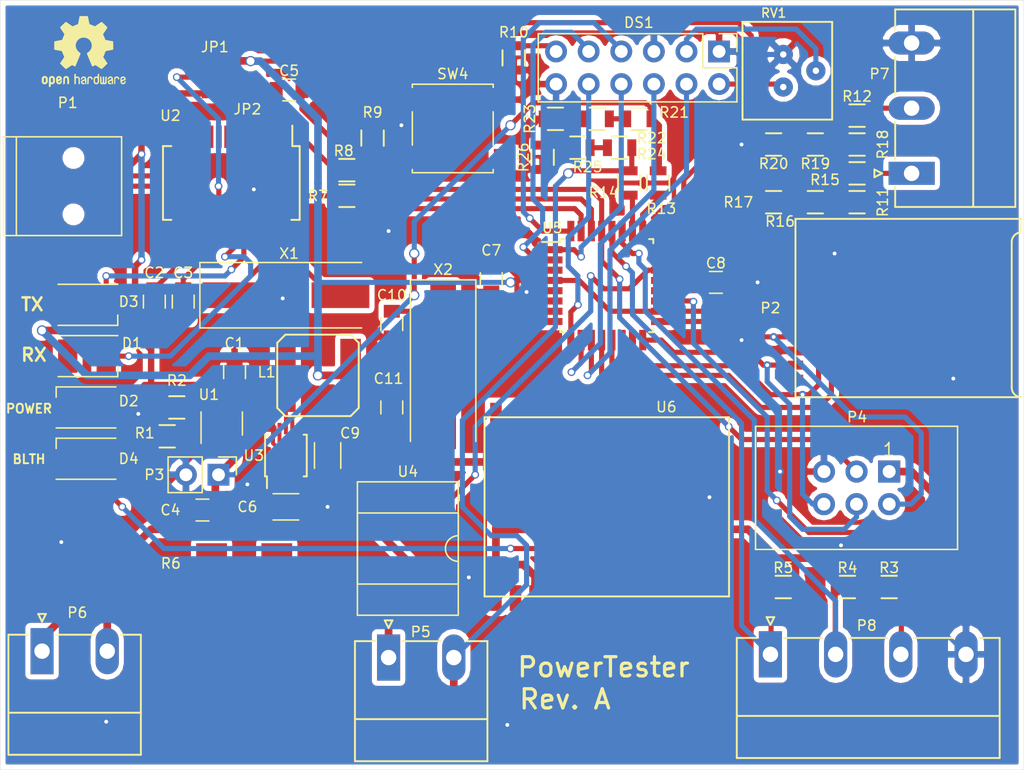
<source format=kicad_pcb>
(kicad_pcb (version 4) (host pcbnew 4.0.5)

  (general
    (links 164)
    (no_connects 0)
    (area 86.12619 61.241428 173.725 123.225)
    (thickness 1.6)
    (drawings 10)
    (tracks 673)
    (zones 0)
    (modules 64)
    (nets 87)
  )

  (page A4)
  (layers
    (0 F.Cu signal)
    (31 B.Cu signal)
    (32 B.Adhes user)
    (33 F.Adhes user)
    (34 B.Paste user)
    (35 F.Paste user)
    (36 B.SilkS user)
    (37 F.SilkS user)
    (38 B.Mask user)
    (39 F.Mask user)
    (40 Dwgs.User user)
    (41 Cmts.User user)
    (42 Eco1.User user)
    (43 Eco2.User user)
    (44 Edge.Cuts user)
    (45 Margin user)
    (46 B.CrtYd user hide)
    (47 F.CrtYd user hide)
    (48 B.Fab user)
    (49 F.Fab user hide)
  )

  (setup
    (last_trace_width 0.25)
    (user_trace_width 0.3)
    (user_trace_width 0.4)
    (user_trace_width 0.5)
    (user_trace_width 0.6)
    (trace_clearance 0.1)
    (zone_clearance 0.4)
    (zone_45_only no)
    (trace_min 0.2)
    (segment_width 0.2)
    (edge_width 0.03)
    (via_size 0.6)
    (via_drill 0.3)
    (via_min_size 0.4)
    (via_min_drill 0.3)
    (user_via 0.6 0.3)
    (user_via 0.8 0.5)
    (uvia_size 0.6)
    (uvia_drill 0.3)
    (uvias_allowed no)
    (uvia_min_size 0.2)
    (uvia_min_drill 0.1)
    (pcb_text_width 0.3)
    (pcb_text_size 1.5 1.5)
    (mod_edge_width 0.15)
    (mod_text_size 0.8 0.8)
    (mod_text_width 0.12)
    (pad_size 11 4.02)
    (pad_drill 0)
    (pad_to_mask_clearance 0)
    (aux_axis_origin 0 0)
    (visible_elements 7FFEFFFF)
    (pcbplotparams
      (layerselection 0x010f0_80000001)
      (usegerberextensions false)
      (excludeedgelayer true)
      (linewidth 0.100000)
      (plotframeref false)
      (viasonmask false)
      (mode 1)
      (useauxorigin false)
      (hpglpennumber 1)
      (hpglpenspeed 20)
      (hpglpendiameter 15)
      (hpglpenoverlay 2)
      (psnegative false)
      (psa4output false)
      (plotreference true)
      (plotvalue false)
      (plotinvisibletext false)
      (padsonsilk false)
      (subtractmaskfromsilk false)
      (outputformat 1)
      (mirror false)
      (drillshape 0)
      (scaleselection 1)
      (outputdirectory C:/Users/Ricardo.MARAS/Desktop/Stuff/Sveins/powertester/PowT_A/))
  )

  (net 0 "")
  (net 1 "Net-(C1-Pad1)")
  (net 2 GND)
  (net 3 "Net-(C2-Pad1)")
  (net 4 "Net-(C3-Pad1)")
  (net 5 /VBatt)
  (net 6 /RESET)
  (net 7 "Net-(C5-Pad2)")
  (net 8 +3V3)
  (net 9 "Net-(C8-Pad1)")
  (net 10 "Net-(C10-Pad2)")
  (net 11 "Net-(C11-Pad2)")
  (net 12 "Net-(D1-Pad1)")
  (net 13 "Net-(D2-Pad1)")
  (net 14 "Net-(D3-Pad1)")
  (net 15 "Net-(D4-Pad2)")
  (net 16 "Net-(DS1-Pad3)")
  (net 17 /RS)
  (net 18 /EN)
  (net 19 /D4)
  (net 20 /D5)
  (net 21 /D6)
  (net 22 /D7)
  (net 23 "Net-(DS1-Pad11)")
  (net 24 "Net-(JP1-Pad2)")
  (net 25 "Net-(JP2-Pad2)")
  (net 26 "Net-(L1-Pad1)")
  (net 27 "Net-(P1-Pad2)")
  (net 28 "Net-(P1-Pad3)")
  (net 29 "Net-(P1-Pad4)")
  (net 30 "Net-(P2-Pad8)")
  (net 31 /DO)
  (net 32 /CLK)
  (net 33 /DI)
  (net 34 /CS)
  (net 35 "Net-(P2-Pad1)")
  (net 36 "Net-(P5-Pad1)")
  (net 37 "Net-(P5-Pad2)")
  (net 38 "Net-(P6-Pad1)")
  (net 39 "Net-(P6-Pad2)")
  (net 40 "Net-(P7-Pad1)")
  (net 41 "Net-(P7-Pad2)")
  (net 42 "Net-(R1-Pad1)")
  (net 43 "Net-(R2-Pad2)")
  (net 44 "Net-(R7-Pad1)")
  (net 45 "Net-(R7-Pad2)")
  (net 46 "Net-(R8-Pad1)")
  (net 47 "Net-(R8-Pad2)")
  (net 48 "Net-(R11-Pad2)")
  (net 49 "Net-(R12-Pad2)")
  (net 50 "Net-(R13-Pad2)")
  (net 51 "Net-(R14-Pad2)")
  (net 52 "Net-(R15-Pad1)")
  (net 53 "Net-(R16-Pad2)")
  (net 54 "Net-(R18-Pad1)")
  (net 55 "Net-(R19-Pad2)")
  (net 56 "Net-(R21-Pad1)")
  (net 57 "Net-(R22-Pad2)")
  (net 58 "Net-(R24-Pad1)")
  (net 59 "Net-(R25-Pad2)")
  (net 60 "Net-(U2-Pad3)")
  (net 61 "Net-(U2-Pad6)")
  (net 62 "Net-(U2-Pad9)")
  (net 63 "Net-(U2-Pad10)")
  (net 64 "Net-(U2-Pad11)")
  (net 65 "Net-(U2-Pad12)")
  (net 66 "Net-(U2-Pad13)")
  (net 67 "Net-(U2-Pad14)")
  (net 68 "Net-(U2-Pad27)")
  (net 69 "Net-(U2-Pad28)")
  (net 70 "Net-(U4-Pad1)")
  (net 71 "Net-(U4-Pad3)")
  (net 72 "Net-(U5-Pad12)")
  (net 73 "Net-(U5-Pad13)")
  (net 74 "Net-(U6-Pad16)")
  (net 75 "Net-(U6-Pad14)")
  (net 76 "Net-(U6-Pad13)")
  (net 77 "Net-(U6-Pad10)")
  (net 78 "Net-(U6-Pad5)")
  (net 79 "Net-(U6-Pad6)")
  (net 80 "Net-(U6-Pad7)")
  (net 81 "Net-(U6-Pad8)")
  (net 82 "Net-(U6-Pad3)")
  (net 83 "Net-(U6-Pad1)")
  (net 84 /BTN_3)
  (net 85 /BTN_2)
  (net 86 /BTN_1)

  (net_class Default "This is the default net class."
    (clearance 0.1)
    (trace_width 0.25)
    (via_dia 0.6)
    (via_drill 0.3)
    (uvia_dia 0.6)
    (uvia_drill 0.3)
    (add_net /BTN_1)
    (add_net /BTN_2)
    (add_net /BTN_3)
  )

  (net_class "Main 1" ""
    (clearance 0.1)
    (trace_width 0.4)
    (via_dia 0.6)
    (via_drill 0.3)
    (uvia_dia 0.6)
    (uvia_drill 0.3)
    (add_net /CLK)
    (add_net /CS)
    (add_net /D4)
    (add_net /D5)
    (add_net /D6)
    (add_net /D7)
    (add_net /DI)
    (add_net /DO)
    (add_net /EN)
    (add_net /RESET)
    (add_net /RS)
    (add_net GND)
    (add_net "Net-(C10-Pad2)")
    (add_net "Net-(C11-Pad2)")
    (add_net "Net-(C2-Pad1)")
    (add_net "Net-(C3-Pad1)")
    (add_net "Net-(C5-Pad2)")
    (add_net "Net-(C8-Pad1)")
    (add_net "Net-(D1-Pad1)")
    (add_net "Net-(D2-Pad1)")
    (add_net "Net-(D3-Pad1)")
    (add_net "Net-(D4-Pad2)")
    (add_net "Net-(DS1-Pad11)")
    (add_net "Net-(DS1-Pad3)")
    (add_net "Net-(JP1-Pad2)")
    (add_net "Net-(JP2-Pad2)")
    (add_net "Net-(P1-Pad2)")
    (add_net "Net-(P1-Pad3)")
    (add_net "Net-(P1-Pad4)")
    (add_net "Net-(P2-Pad1)")
    (add_net "Net-(P2-Pad8)")
    (add_net "Net-(P7-Pad1)")
    (add_net "Net-(P7-Pad2)")
    (add_net "Net-(R1-Pad1)")
    (add_net "Net-(R11-Pad2)")
    (add_net "Net-(R12-Pad2)")
    (add_net "Net-(R13-Pad2)")
    (add_net "Net-(R14-Pad2)")
    (add_net "Net-(R15-Pad1)")
    (add_net "Net-(R16-Pad2)")
    (add_net "Net-(R18-Pad1)")
    (add_net "Net-(R19-Pad2)")
    (add_net "Net-(R2-Pad2)")
    (add_net "Net-(R21-Pad1)")
    (add_net "Net-(R22-Pad2)")
    (add_net "Net-(R24-Pad1)")
    (add_net "Net-(R25-Pad2)")
    (add_net "Net-(R7-Pad1)")
    (add_net "Net-(R7-Pad2)")
    (add_net "Net-(R8-Pad1)")
    (add_net "Net-(R8-Pad2)")
    (add_net "Net-(U2-Pad10)")
    (add_net "Net-(U2-Pad11)")
    (add_net "Net-(U2-Pad12)")
    (add_net "Net-(U2-Pad13)")
    (add_net "Net-(U2-Pad14)")
    (add_net "Net-(U2-Pad27)")
    (add_net "Net-(U2-Pad28)")
    (add_net "Net-(U2-Pad3)")
    (add_net "Net-(U2-Pad6)")
    (add_net "Net-(U2-Pad9)")
    (add_net "Net-(U4-Pad1)")
    (add_net "Net-(U4-Pad3)")
    (add_net "Net-(U5-Pad12)")
    (add_net "Net-(U5-Pad13)")
    (add_net "Net-(U6-Pad1)")
    (add_net "Net-(U6-Pad10)")
    (add_net "Net-(U6-Pad13)")
    (add_net "Net-(U6-Pad14)")
    (add_net "Net-(U6-Pad16)")
    (add_net "Net-(U6-Pad3)")
    (add_net "Net-(U6-Pad5)")
    (add_net "Net-(U6-Pad6)")
    (add_net "Net-(U6-Pad7)")
    (add_net "Net-(U6-Pad8)")
  )

  (net_class "Main 2" ""
    (clearance 0.1)
    (trace_width 0.5)
    (via_dia 0.6)
    (via_drill 0.3)
    (uvia_dia 0.6)
    (uvia_drill 0.3)
    (add_net "Net-(C1-Pad1)")
  )

  (net_class "Power 1" ""
    (clearance 0.1)
    (trace_width 0.6)
    (via_dia 0.8)
    (via_drill 0.5)
    (uvia_dia 0.8)
    (uvia_drill 0.5)
    (add_net +3V3)
    (add_net /VBatt)
    (add_net "Net-(L1-Pad1)")
    (add_net "Net-(P5-Pad1)")
    (add_net "Net-(P5-Pad2)")
    (add_net "Net-(P6-Pad1)")
    (add_net "Net-(P6-Pad2)")
  )

  (module "Electropepper parts:D2PAK" (layer F.Cu) (tedit 58A6D2C5) (tstamp 589CF81C)
    (at 111 116.75 180)
    (path /588AD718)
    (fp_text reference R6 (at 5.717 11.34 180) (layer F.SilkS)
      (effects (font (size 0.8 0.8) (thickness 0.12)))
    )
    (fp_text value PWR263S-20-R500F (at 6.985 12.065 180) (layer F.Fab)
      (effects (font (size 1 1) (thickness 0.15)))
    )
    (pad 2 smd rect (at 2.54 10.795 180) (size 2.4 4.23) (layers F.Cu F.Paste F.Mask)
      (net 39 "Net-(P6-Pad2)"))
    (pad 3 smd rect (at 0 -1.905 180) (size 11 4.02) (layers F.Cu F.Paste F.Mask)
      (net 2 GND) (zone_connect 2))
    (pad 4 smd rect (at 0 3.175 180) (size 8 6.5) (layers F.Cu F.Paste F.Mask)
      (net 2 GND) (zone_connect 2))
    (pad 1 smd rect (at -2.54 10.795 180) (size 2.4 4.23) (layers F.Cu F.Paste F.Mask)
      (net 37 "Net-(P5-Pad2)"))
  )

  (module "Electropepper parts:SRN6028" (layer F.Cu) (tedit 58A6CB4D) (tstamp 589CF724)
    (at 116.75 90.75)
    (path /5889C7D1)
    (fp_text reference L1 (at -4 -0.25) (layer F.SilkS)
      (effects (font (size 0.8 0.8) (thickness 0.12)))
    )
    (fp_text value 6.2uH (at 0 4.445) (layer F.Fab)
      (effects (font (size 1 1) (thickness 0.15)))
    )
    (fp_line (start -3.175 2.54) (end -3.175 -2.54) (layer F.SilkS) (width 0.15))
    (fp_line (start 2.54 3.175) (end -2.54 3.175) (layer F.SilkS) (width 0.15))
    (fp_line (start 3.175 -2.54) (end 3.175 2.54) (layer F.SilkS) (width 0.15))
    (fp_line (start -2.54 -3.175) (end 2.54 -3.175) (layer F.SilkS) (width 0.15))
    (fp_line (start 2.54 3.175) (end 3.175 2.54) (layer F.SilkS) (width 0.15))
    (fp_line (start -3.175 2.54) (end -2.54 3.175) (layer F.SilkS) (width 0.15))
    (fp_line (start 3.175 -2.54) (end 2.54 -3.175) (layer F.SilkS) (width 0.15))
    (fp_line (start -3.175 -2.54) (end -2.54 -3.175) (layer F.SilkS) (width 0.15))
    (pad 1 smd rect (at -2.54 0) (size 1.6 5.7) (layers F.Cu F.Paste F.Mask)
      (net 26 "Net-(L1-Pad1)"))
    (pad 2 smd rect (at 2.54 0) (size 1.6 5.7) (layers F.Cu F.Paste F.Mask)
      (net 8 +3V3))
  )

  (module "Electropepper parts:POT-3362P" (layer F.Cu) (tedit 58A6CC75) (tstamp 589CF967)
    (at 153 67 90)
    (path /58876A24)
    (fp_text reference RV1 (at 4.5 -0.75 180) (layer F.SilkS)
      (effects (font (size 0.7 0.7) (thickness 0.12)))
    )
    (fp_text value 10K (at 0 5.08 90) (layer F.Fab)
      (effects (font (size 1 1) (thickness 0.15)))
    )
    (fp_line (start -3.81 -3.175) (end 3.81 -3.175) (layer F.SilkS) (width 0.15))
    (fp_line (start -3.81 3.81) (end 3.81 3.81) (layer F.SilkS) (width 0.15))
    (fp_line (start -3.81 -3.175) (end -3.81 3.81) (layer F.SilkS) (width 0.15))
    (fp_line (start 3.81 3.81) (end 3.81 -3.175) (layer F.SilkS) (width 0.15))
    (pad 2 thru_hole circle (at 0 2.54 90) (size 1.5 1.5) (drill 0.5) (layers *.Cu *.Mask)
      (net 16 "Net-(DS1-Pad3)"))
    (pad 1 thru_hole circle (at -1.27 0 90) (size 1.5 1.5) (drill 0.5) (layers *.Cu *.Mask)
      (net 8 +3V3))
    (pad 3 thru_hole circle (at 1.27 0 90) (size 1.5 1.5) (drill 0.5) (layers *.Cu *.Mask)
      (net 2 GND))
  )

  (module "Electropepper parts:HM-11" (layer F.Cu) (tedit 58A5D3AE) (tstamp 589CFAA1)
    (at 139.25 101 270)
    (path /588DDD28)
    (fp_text reference U6 (at -7.782 -4.641 360) (layer F.SilkS)
      (effects (font (size 0.8 0.8) (thickness 0.12)))
    )
    (fp_text value HM-11 (at 0 10.795 270) (layer F.Fab)
      (effects (font (size 1 1) (thickness 0.15)))
    )
    (fp_line (start -6.985 9.525) (end 6.985 9.525) (layer F.SilkS) (width 0.15))
    (fp_line (start 6.985 -9.525) (end 6.985 9.525) (layer F.SilkS) (width 0.15))
    (fp_line (start -6.985 -9.525) (end -6.985 9.525) (layer F.SilkS) (width 0.15))
    (fp_line (start -6.985 -9.525) (end 6.985 -9.525) (layer F.SilkS) (width 0.15))
    (pad 16 smd rect (at 7.112 -2.032 270) (size 2 0.9) (layers F.Cu F.Paste F.Mask)
      (net 74 "Net-(U6-Pad16)"))
    (pad 15 smd rect (at 7.112 -0.508 270) (size 2 0.9) (layers F.Cu F.Paste F.Mask)
      (net 15 "Net-(D4-Pad2)"))
    (pad 14 smd rect (at 7.112 1.016 270) (size 2 0.9) (layers F.Cu F.Paste F.Mask)
      (net 75 "Net-(U6-Pad14)"))
    (pad 13 smd rect (at 7.112 2.54 270) (size 2 0.9) (layers F.Cu F.Paste F.Mask)
      (net 76 "Net-(U6-Pad13)"))
    (pad 9 smd rect (at 7.112 8.636 270) (size 2 0.9) (layers F.Cu F.Paste F.Mask)
      (net 8 +3V3))
    (pad 10 smd rect (at 7.112 7.112 270) (size 2 0.9) (layers F.Cu F.Paste F.Mask)
      (net 77 "Net-(U6-Pad10)"))
    (pad 11 smd rect (at 7.112 5.588 270) (size 2 0.9) (layers F.Cu F.Paste F.Mask)
      (net 8 +3V3))
    (pad 12 smd rect (at 7.112 4.064 270) (size 2 0.9) (layers F.Cu F.Paste F.Mask)
      (net 2 GND))
    (pad 5 smd rect (at -7.112 4.064 270) (size 2 0.9) (layers F.Cu F.Paste F.Mask)
      (net 78 "Net-(U6-Pad5)"))
    (pad 6 smd rect (at -7.112 5.588 270) (size 2 0.9) (layers F.Cu F.Paste F.Mask)
      (net 79 "Net-(U6-Pad6)"))
    (pad 7 smd rect (at -7.112 7.112 270) (size 2 0.9) (layers F.Cu F.Paste F.Mask)
      (net 80 "Net-(U6-Pad7)"))
    (pad 8 smd rect (at -7.112 8.636 270) (size 2 0.9) (layers F.Cu F.Paste F.Mask)
      (net 81 "Net-(U6-Pad8)"))
    (pad 4 smd rect (at -7.112 2.54 270) (size 2 0.9) (layers F.Cu F.Paste F.Mask)
      (net 73 "Net-(U5-Pad13)"))
    (pad 3 smd rect (at -7.112 1.016 270) (size 2 0.9) (layers F.Cu F.Paste F.Mask)
      (net 82 "Net-(U6-Pad3)"))
    (pad 2 smd rect (at -7.112 -0.508 270) (size 2 0.9) (layers F.Cu F.Paste F.Mask)
      (net 72 "Net-(U5-Pad12)"))
    (pad 1 smd rect (at -7.112 -2.032 270) (size 2 0.9) (layers F.Cu F.Paste F.Mask)
      (net 83 "Net-(U6-Pad1)"))
  )

  (module "Electropepper parts:Jumper_3_SMD_1.27" (layer F.Cu) (tedit 58A57A4B) (tstamp 589E506C)
    (at 108.75 67.5)
    (descr "surface-mounted straight pin header, 1x03, 1.27mm pitch, single row, style 1 (pin 1 left)")
    (tags "Surface mounted pin header SMD 1x03 1.27mm single row style1 pin1 left")
    (path /58817926)
    (attr smd)
    (fp_text reference JP1 (at -0.038 -2.349) (layer F.SilkS)
      (effects (font (size 0.8 0.8) (thickness 0.12)))
    )
    (fp_text value Jumper3 (at 0.3 2.55) (layer F.Fab)
      (effects (font (size 1 1) (thickness 0.15)))
    )
    (fp_line (start -1.135 -1.72) (end -1.135 1.72) (layer F.Fab) (width 0.1))
    (fp_line (start -1.135 1.72) (end 1.135 1.72) (layer F.Fab) (width 0.1))
    (fp_line (start 1.135 1.72) (end 1.135 -1.72) (layer F.Fab) (width 0.1))
    (fp_line (start -1.135 -1.72) (end 1.135 -1.72) (layer F.Fab) (width 0.1))
    (pad 1 smd rect (at 0 -1.27) (size 2.1 0.75) (layers F.Cu F.Mask)
      (net 8 +3V3))
    (pad 3 smd rect (at 0 1.27) (size 2.1 0.75) (layers F.Cu F.Mask)
      (net 1 "Net-(C1-Pad1)"))
    (pad 2 smd rect (at 0 0) (size 2.1 0.75) (layers F.Cu F.Mask)
      (net 24 "Net-(JP1-Pad2)"))
    (model Pin_Headers.3dshapes/Pin_Header_Straight_1x03_Pitch1.27mm_SMD_Pin1Left.wrl
      (at (xyz 0 0 0))
      (scale (xyz 1 1 1))
      (rotate (xyz 0 0 0))
    )
  )

  (module "Electropepper parts:Jumper_2_SMD_1.27" (layer F.Cu) (tedit 58A6CAB7) (tstamp 589E5076)
    (at 111.25 68.25)
    (descr "surface-mounted straight pin header, 1x02, 1.27mm pitch, single row, style 1 (pin 1 left)")
    (tags "Surface mounted pin header SMD 1x02 1.27mm single row style1 pin1 left")
    (path /588171AD)
    (attr smd)
    (fp_text reference JP2 (at 0 1.75) (layer F.SilkS)
      (effects (font (size 0.8 0.8) (thickness 0.12)))
    )
    (fp_text value Jumper (at 0 2.33) (layer F.Fab)
      (effects (font (size 1 1) (thickness 0.15)))
    )
    (fp_line (start -1.135 1.09) (end 1.135 1.09) (layer F.Fab) (width 0.1))
    (fp_line (start -1.135 -1.09) (end 1.135 -1.09) (layer F.Fab) (width 0.1))
    (fp_line (start -1.135 -1.09) (end -1.135 1.09) (layer F.Fab) (width 0.1))
    (fp_line (start 1.135 1.09) (end 1.135 -1.09) (layer F.Fab) (width 0.1))
    (pad 1 smd rect (at 0 -0.635) (size 2.1 0.75) (layers F.Cu F.Mask)
      (net 24 "Net-(JP1-Pad2)"))
    (pad 2 smd rect (at 0 0.635) (size 2.1 0.75) (layers F.Cu F.Mask)
      (net 25 "Net-(JP2-Pad2)"))
    (model Pin_Headers.3dshapes/Pin_Header_Straight_1x02_Pitch1.27mm_SMD_Pin1Left.wrl
      (at (xyz 0 0 0))
      (scale (xyz 1 1 1))
      (rotate (xyz 0 0 0))
    )
  )

  (module Connectors_Phoenix:PhoenixContact_MC-G_03x5.08mm_Angled (layer F.Cu) (tedit 58A6CD1A) (tstamp 589D03A1)
    (at 163 75 90)
    (descr "Generic Phoenix Contact connector footprint for series: MC-G; number of pins: 03; pin pitch: 5.08mm; Angled || order number: 1836192 8A 320V")
    (tags "phoenix_contact connector MC_01x03_G_5.08mm")
    (path /589D8DE1)
    (fp_text reference P7 (at 7.75 -2.5 180) (layer F.SilkS)
      (effects (font (size 0.8 0.8) (thickness 0.12)))
    )
    (fp_text value "Voltages In" (at 5.08 9.5 90) (layer F.Fab)
      (effects (font (size 1 1) (thickness 0.15)))
    )
    (fp_line (start -2.62 -1.28) (end -2.62 8.08) (layer F.SilkS) (width 0.15))
    (fp_line (start -2.62 8.08) (end 12.78 8.08) (layer F.SilkS) (width 0.15))
    (fp_line (start 12.78 8.08) (end 12.78 -1.28) (layer F.SilkS) (width 0.15))
    (fp_line (start -2.62 -1.28) (end -1.05 -1.28) (layer F.SilkS) (width 0.15))
    (fp_line (start 12.78 -1.28) (end 11.21 -1.28) (layer F.SilkS) (width 0.15))
    (fp_line (start 1.05 -1.28) (end 4.03 -1.28) (layer F.SilkS) (width 0.15))
    (fp_line (start 6.13 -1.28) (end 9.11 -1.28) (layer F.SilkS) (width 0.15))
    (fp_line (start -2.62 4.8) (end 12.78 4.8) (layer F.SilkS) (width 0.15))
    (fp_line (start -3.1 -2.3) (end -3.1 8.5) (layer F.CrtYd) (width 0.05))
    (fp_line (start -3.1 8.5) (end 13.2 8.5) (layer F.CrtYd) (width 0.05))
    (fp_line (start 13.2 8.5) (end 13.2 -2.3) (layer F.CrtYd) (width 0.05))
    (fp_line (start 13.2 -2.3) (end -3.1 -2.3) (layer F.CrtYd) (width 0.05))
    (fp_line (start 0 -2.3) (end 0.3 -2.9) (layer F.SilkS) (width 0.15))
    (fp_line (start 0.3 -2.9) (end -0.3 -2.9) (layer F.SilkS) (width 0.15))
    (fp_line (start -0.3 -2.9) (end 0 -2.3) (layer F.SilkS) (width 0.15))
    (pad 1 thru_hole rect (at 0 0 90) (size 1.8 3.6) (drill 1.2) (layers *.Cu *.Mask)
      (net 40 "Net-(P7-Pad1)"))
    (pad 2 thru_hole oval (at 5.08 0 90) (size 1.8 3.6) (drill 1.2) (layers *.Cu *.Mask)
      (net 41 "Net-(P7-Pad2)"))
    (pad 3 thru_hole oval (at 10.16 0 90) (size 1.8 3.6) (drill 1.2) (layers *.Cu *.Mask)
      (net 2 GND))
    (model Connectors_Phoenix.3dshapes/PhoenixContact_MC-G_03x5.08mm_Angled.wrl
      (at (xyz 0 0 0))
      (scale (xyz 1 1 1))
      (rotate (xyz 0 0 0))
    )
  )

  (module Connectors_Phoenix:PhoenixContact_MC-G_04x5.08mm_Angled (layer F.Cu) (tedit 58A6CC42) (tstamp 589D0220)
    (at 152 112.5)
    (descr "Generic Phoenix Contact connector footprint for series: MC-G; number of pins: 04; pin pitch: 5.08mm; Angled || order number: 1836202 8A 320V")
    (tags "phoenix_contact connector MC_01x04_G_5.08mm")
    (path /589D3AE4)
    (fp_text reference P8 (at 7.5 -2.25) (layer F.SilkS)
      (effects (font (size 0.8 0.8) (thickness 0.12)))
    )
    (fp_text value CONN_01X04 (at 7.62 9.5) (layer F.Fab)
      (effects (font (size 1 1) (thickness 0.15)))
    )
    (fp_line (start -2.62 -1.28) (end -2.62 8.08) (layer F.SilkS) (width 0.15))
    (fp_line (start -2.62 8.08) (end 17.86 8.08) (layer F.SilkS) (width 0.15))
    (fp_line (start 17.86 8.08) (end 17.86 -1.28) (layer F.SilkS) (width 0.15))
    (fp_line (start -2.62 -1.28) (end -1.05 -1.28) (layer F.SilkS) (width 0.15))
    (fp_line (start 17.86 -1.28) (end 16.29 -1.28) (layer F.SilkS) (width 0.15))
    (fp_line (start 1.05 -1.28) (end 4.03 -1.28) (layer F.SilkS) (width 0.15))
    (fp_line (start 6.13 -1.28) (end 9.11 -1.28) (layer F.SilkS) (width 0.15))
    (fp_line (start 11.21 -1.28) (end 14.19 -1.28) (layer F.SilkS) (width 0.15))
    (fp_line (start -2.62 4.8) (end 17.86 4.8) (layer F.SilkS) (width 0.15))
    (fp_line (start -3.1 -2.3) (end -3.1 8.5) (layer F.CrtYd) (width 0.05))
    (fp_line (start -3.1 8.5) (end 18.3 8.5) (layer F.CrtYd) (width 0.05))
    (fp_line (start 18.3 8.5) (end 18.3 -2.3) (layer F.CrtYd) (width 0.05))
    (fp_line (start 18.3 -2.3) (end -3.1 -2.3) (layer F.CrtYd) (width 0.05))
    (fp_line (start 0 -2.3) (end 0.3 -2.9) (layer F.SilkS) (width 0.15))
    (fp_line (start 0.3 -2.9) (end -0.3 -2.9) (layer F.SilkS) (width 0.15))
    (fp_line (start -0.3 -2.9) (end 0 -2.3) (layer F.SilkS) (width 0.15))
    (pad 1 thru_hole rect (at 0 0) (size 1.8 3.6) (drill 1.2) (layers *.Cu *.Mask)
      (net 84 /BTN_3))
    (pad 2 thru_hole oval (at 5.08 0) (size 1.8 3.6) (drill 1.2) (layers *.Cu *.Mask)
      (net 85 /BTN_2))
    (pad 3 thru_hole oval (at 10.16 0) (size 1.8 3.6) (drill 1.2) (layers *.Cu *.Mask)
      (net 86 /BTN_1))
    (pad 4 thru_hole oval (at 15.24 0) (size 1.8 3.6) (drill 1.2) (layers *.Cu *.Mask)
      (net 2 GND))
    (model Connectors_Phoenix.3dshapes/PhoenixContact_MC-G_04x5.08mm_Angled.wrl
      (at (xyz 0 0 0))
      (scale (xyz 1 1 1))
      (rotate (xyz 0 0 0))
    )
  )

  (module Crystals:Crystal_SMD_HC49-SD (layer F.Cu) (tedit 58A6CC1B) (tstamp 589CFACB)
    (at 126.5 90 270)
    (descr "SMD Crystal HC-49-SD http://cdn-reichelt.de/documents/datenblatt/B400/xxx-HC49-SMD.pdf, 11.4x4.7mm^2 package")
    (tags "SMD SMT crystal")
    (path /588196A3)
    (attr smd)
    (fp_text reference X2 (at -7.5 0 360) (layer F.SilkS)
      (effects (font (size 0.8 0.8) (thickness 0.12)))
    )
    (fp_text value 8Mhz (at 0 3.55 270) (layer F.Fab)
      (effects (font (size 1 1) (thickness 0.15)))
    )
    (fp_arc (start -3.015 0) (end -3.015 -2.115) (angle -180) (layer F.Fab) (width 0.1))
    (fp_arc (start 3.015 0) (end 3.015 -2.115) (angle 180) (layer F.Fab) (width 0.1))
    (fp_line (start -5.7 -2.35) (end -5.7 2.35) (layer F.Fab) (width 0.1))
    (fp_line (start -5.7 2.35) (end 5.7 2.35) (layer F.Fab) (width 0.1))
    (fp_line (start 5.7 2.35) (end 5.7 -2.35) (layer F.Fab) (width 0.1))
    (fp_line (start 5.7 -2.35) (end -5.7 -2.35) (layer F.Fab) (width 0.1))
    (fp_line (start -3.015 -2.115) (end 3.015 -2.115) (layer F.Fab) (width 0.1))
    (fp_line (start -3.015 2.115) (end 3.015 2.115) (layer F.Fab) (width 0.1))
    (fp_line (start 5.9 -2.55) (end -6.7 -2.55) (layer F.SilkS) (width 0.12))
    (fp_line (start -6.7 -2.55) (end -6.7 2.55) (layer F.SilkS) (width 0.12))
    (fp_line (start -6.7 2.55) (end 5.9 2.55) (layer F.SilkS) (width 0.12))
    (fp_line (start -6.8 -2.6) (end -6.8 2.6) (layer F.CrtYd) (width 0.05))
    (fp_line (start -6.8 2.6) (end 6.8 2.6) (layer F.CrtYd) (width 0.05))
    (fp_line (start 6.8 2.6) (end 6.8 -2.6) (layer F.CrtYd) (width 0.05))
    (fp_line (start 6.8 -2.6) (end -6.8 -2.6) (layer F.CrtYd) (width 0.05))
    (pad 1 smd rect (at -4.25 0 270) (size 4.5 2) (layers F.Cu F.Mask)
      (net 10 "Net-(C10-Pad2)"))
    (pad 2 smd rect (at 4.25 0 270) (size 4.5 2) (layers F.Cu F.Mask)
      (net 11 "Net-(C11-Pad2)"))
    (model Crystals.3dshapes/Crystal_SMD_HC49-SD.wrl
      (at (xyz 0 0 0))
      (scale (xyz 1 1 1))
      (rotate (xyz 0 0 0))
    )
  )

  (module Crystals:Crystal_SMD_HC49-SD (layer F.Cu) (tedit 58A6CBF4) (tstamp 589CFAB6)
    (at 114.25 84.5)
    (descr "SMD Crystal HC-49-SD http://cdn-reichelt.de/documents/datenblatt/B400/xxx-HC49-SMD.pdf, 11.4x4.7mm^2 package")
    (tags "SMD SMT crystal")
    (path /58816282)
    (attr smd)
    (fp_text reference X1 (at 0.25 -3.25) (layer F.SilkS)
      (effects (font (size 0.8 0.8) (thickness 0.12)))
    )
    (fp_text value 12Mhz (at 0 3.55) (layer F.Fab)
      (effects (font (size 1 1) (thickness 0.15)))
    )
    (fp_arc (start -3.015 0) (end -3.015 -2.115) (angle -180) (layer F.Fab) (width 0.1))
    (fp_arc (start 3.015 0) (end 3.015 -2.115) (angle 180) (layer F.Fab) (width 0.1))
    (fp_line (start -5.7 -2.35) (end -5.7 2.35) (layer F.Fab) (width 0.1))
    (fp_line (start -5.7 2.35) (end 5.7 2.35) (layer F.Fab) (width 0.1))
    (fp_line (start 5.7 2.35) (end 5.7 -2.35) (layer F.Fab) (width 0.1))
    (fp_line (start 5.7 -2.35) (end -5.7 -2.35) (layer F.Fab) (width 0.1))
    (fp_line (start -3.015 -2.115) (end 3.015 -2.115) (layer F.Fab) (width 0.1))
    (fp_line (start -3.015 2.115) (end 3.015 2.115) (layer F.Fab) (width 0.1))
    (fp_line (start 5.9 -2.55) (end -6.7 -2.55) (layer F.SilkS) (width 0.12))
    (fp_line (start -6.7 -2.55) (end -6.7 2.55) (layer F.SilkS) (width 0.12))
    (fp_line (start -6.7 2.55) (end 5.9 2.55) (layer F.SilkS) (width 0.12))
    (fp_line (start -6.8 -2.6) (end -6.8 2.6) (layer F.CrtYd) (width 0.05))
    (fp_line (start -6.8 2.6) (end 6.8 2.6) (layer F.CrtYd) (width 0.05))
    (fp_line (start 6.8 2.6) (end 6.8 -2.6) (layer F.CrtYd) (width 0.05))
    (fp_line (start 6.8 -2.6) (end -6.8 -2.6) (layer F.CrtYd) (width 0.05))
    (pad 1 smd rect (at -4.25 0) (size 4.5 2) (layers F.Cu F.Mask)
      (net 68 "Net-(U2-Pad27)"))
    (pad 2 smd rect (at 4.25 0) (size 4.5 2) (layers F.Cu F.Mask)
      (net 69 "Net-(U2-Pad28)"))
    (model Crystals.3dshapes/Crystal_SMD_HC49-SD.wrl
      (at (xyz 0 0 0))
      (scale (xyz 1 1 1))
      (rotate (xyz 0 0 0))
    )
  )

  (module Housings_QFP:TQFP-32_7x7mm_Pitch0.8mm (layer F.Cu) (tedit 58A6CC89) (tstamp 589CFA89)
    (at 139.25 83.75)
    (descr "32-Lead Plastic Thin Quad Flatpack (PT) - 7x7x1.0 mm Body, 2.00 mm [TQFP] (see Microchip Packaging Specification 00000049BS.pdf)")
    (tags "QFP 0.8")
    (path /587FFE62)
    (attr smd)
    (fp_text reference U5 (at -4.25 -4.5) (layer F.SilkS)
      (effects (font (size 0.8 0.8) (thickness 0.12)))
    )
    (fp_text value ATMEGA328P-A (at 0 6.05) (layer F.Fab)
      (effects (font (size 1 1) (thickness 0.15)))
    )
    (fp_text user %R (at 0 0) (layer F.Fab)
      (effects (font (size 1 1) (thickness 0.15)))
    )
    (fp_line (start -2.5 -3.5) (end 3.5 -3.5) (layer F.Fab) (width 0.15))
    (fp_line (start 3.5 -3.5) (end 3.5 3.5) (layer F.Fab) (width 0.15))
    (fp_line (start 3.5 3.5) (end -3.5 3.5) (layer F.Fab) (width 0.15))
    (fp_line (start -3.5 3.5) (end -3.5 -2.5) (layer F.Fab) (width 0.15))
    (fp_line (start -3.5 -2.5) (end -2.5 -3.5) (layer F.Fab) (width 0.15))
    (fp_line (start -5.3 -5.3) (end -5.3 5.3) (layer F.CrtYd) (width 0.05))
    (fp_line (start 5.3 -5.3) (end 5.3 5.3) (layer F.CrtYd) (width 0.05))
    (fp_line (start -5.3 -5.3) (end 5.3 -5.3) (layer F.CrtYd) (width 0.05))
    (fp_line (start -5.3 5.3) (end 5.3 5.3) (layer F.CrtYd) (width 0.05))
    (fp_line (start -3.625 -3.625) (end -3.625 -3.4) (layer F.SilkS) (width 0.15))
    (fp_line (start 3.625 -3.625) (end 3.625 -3.3) (layer F.SilkS) (width 0.15))
    (fp_line (start 3.625 3.625) (end 3.625 3.3) (layer F.SilkS) (width 0.15))
    (fp_line (start -3.625 3.625) (end -3.625 3.3) (layer F.SilkS) (width 0.15))
    (fp_line (start -3.625 -3.625) (end -3.3 -3.625) (layer F.SilkS) (width 0.15))
    (fp_line (start -3.625 3.625) (end -3.3 3.625) (layer F.SilkS) (width 0.15))
    (fp_line (start 3.625 3.625) (end 3.3 3.625) (layer F.SilkS) (width 0.15))
    (fp_line (start 3.625 -3.625) (end 3.3 -3.625) (layer F.SilkS) (width 0.15))
    (fp_line (start -3.625 -3.4) (end -5.05 -3.4) (layer F.SilkS) (width 0.15))
    (pad 1 smd rect (at -4.25 -2.8) (size 1.6 0.55) (layers F.Cu F.Paste F.Mask)
      (net 20 /D5))
    (pad 2 smd rect (at -4.25 -2) (size 1.6 0.55) (layers F.Cu F.Paste F.Mask)
      (net 21 /D6))
    (pad 3 smd rect (at -4.25 -1.2) (size 1.6 0.55) (layers F.Cu F.Paste F.Mask)
      (net 2 GND))
    (pad 4 smd rect (at -4.25 -0.4) (size 1.6 0.55) (layers F.Cu F.Paste F.Mask)
      (net 8 +3V3))
    (pad 5 smd rect (at -4.25 0.4) (size 1.6 0.55) (layers F.Cu F.Paste F.Mask)
      (net 2 GND))
    (pad 6 smd rect (at -4.25 1.2) (size 1.6 0.55) (layers F.Cu F.Paste F.Mask)
      (net 8 +3V3))
    (pad 7 smd rect (at -4.25 2) (size 1.6 0.55) (layers F.Cu F.Paste F.Mask)
      (net 10 "Net-(C10-Pad2)"))
    (pad 8 smd rect (at -4.25 2.8) (size 1.6 0.55) (layers F.Cu F.Paste F.Mask)
      (net 11 "Net-(C11-Pad2)"))
    (pad 9 smd rect (at -2.8 4.25 90) (size 1.6 0.55) (layers F.Cu F.Paste F.Mask)
      (net 22 /D7))
    (pad 10 smd rect (at -2 4.25 90) (size 1.6 0.55) (layers F.Cu F.Paste F.Mask)
      (net 18 /EN))
    (pad 11 smd rect (at -1.2 4.25 90) (size 1.6 0.55) (layers F.Cu F.Paste F.Mask)
      (net 17 /RS))
    (pad 12 smd rect (at -0.4 4.25 90) (size 1.6 0.55) (layers F.Cu F.Paste F.Mask)
      (net 72 "Net-(U5-Pad12)"))
    (pad 13 smd rect (at 0.4 4.25 90) (size 1.6 0.55) (layers F.Cu F.Paste F.Mask)
      (net 73 "Net-(U5-Pad13)"))
    (pad 14 smd rect (at 1.2 4.25 90) (size 1.6 0.55) (layers F.Cu F.Paste F.Mask)
      (net 34 /CS))
    (pad 15 smd rect (at 2 4.25 90) (size 1.6 0.55) (layers F.Cu F.Paste F.Mask)
      (net 33 /DI))
    (pad 16 smd rect (at 2.8 4.25 90) (size 1.6 0.55) (layers F.Cu F.Paste F.Mask)
      (net 31 /DO))
    (pad 17 smd rect (at 4.25 2.8) (size 1.6 0.55) (layers F.Cu F.Paste F.Mask)
      (net 32 /CLK))
    (pad 18 smd rect (at 4.25 2) (size 1.6 0.55) (layers F.Cu F.Paste F.Mask)
      (net 8 +3V3))
    (pad 19 smd rect (at 4.25 1.2) (size 1.6 0.55) (layers F.Cu F.Paste F.Mask)
      (net 86 /BTN_1))
    (pad 20 smd rect (at 4.25 0.4) (size 1.6 0.55) (layers F.Cu F.Paste F.Mask)
      (net 9 "Net-(C8-Pad1)"))
    (pad 21 smd rect (at 4.25 -0.4) (size 1.6 0.55) (layers F.Cu F.Paste F.Mask)
      (net 2 GND))
    (pad 22 smd rect (at 4.25 -1.2) (size 1.6 0.55) (layers F.Cu F.Paste F.Mask)
      (net 70 "Net-(U4-Pad1)"))
    (pad 23 smd rect (at 4.25 -2) (size 1.6 0.55) (layers F.Cu F.Paste F.Mask)
      (net 48 "Net-(R11-Pad2)"))
    (pad 24 smd rect (at 4.25 -2.8) (size 1.6 0.55) (layers F.Cu F.Paste F.Mask)
      (net 49 "Net-(R12-Pad2)"))
    (pad 25 smd rect (at 2.8 -4.25 90) (size 1.6 0.55) (layers F.Cu F.Paste F.Mask)
      (net 50 "Net-(R13-Pad2)"))
    (pad 26 smd rect (at 2 -4.25 90) (size 1.6 0.55) (layers F.Cu F.Paste F.Mask)
      (net 51 "Net-(R14-Pad2)"))
    (pad 27 smd rect (at 1.2 -4.25 90) (size 1.6 0.55) (layers F.Cu F.Paste F.Mask)
      (net 85 /BTN_2))
    (pad 28 smd rect (at 0.4 -4.25 90) (size 1.6 0.55) (layers F.Cu F.Paste F.Mask)
      (net 84 /BTN_3))
    (pad 29 smd rect (at -0.4 -4.25 90) (size 1.6 0.55) (layers F.Cu F.Paste F.Mask)
      (net 6 /RESET))
    (pad 30 smd rect (at -1.2 -4.25 90) (size 1.6 0.55) (layers F.Cu F.Paste F.Mask)
      (net 47 "Net-(R8-Pad2)"))
    (pad 31 smd rect (at -2 -4.25 90) (size 1.6 0.55) (layers F.Cu F.Paste F.Mask)
      (net 45 "Net-(R7-Pad2)"))
    (pad 32 smd rect (at -2.8 -4.25 90) (size 1.6 0.55) (layers F.Cu F.Paste F.Mask)
      (net 19 /D4))
    (model Housings_QFP.3dshapes/TQFP-32_7x7mm_Pitch0.8mm.wrl
      (at (xyz 0 0 0))
      (scale (xyz 1 1 1))
      (rotate (xyz 0 0 0))
    )
  )

  (module Housings_DIP:DIP-6_W7.62mm_SMDSocket_SmallPads (layer F.Cu) (tedit 58A6CBB0) (tstamp 589CFA52)
    (at 123.75 104.25 270)
    (descr "6-lead dip package, row spacing 7.62 mm (300 mils), SMDSocket, SmallPads")
    (tags "DIL DIP PDIP 2.54mm 7.62mm 300mil SMDSocket SmallPads")
    (path /588A744B)
    (attr smd)
    (fp_text reference U4 (at -6 0 360) (layer F.SilkS)
      (effects (font (size 0.8 0.8) (thickness 0.12)))
    )
    (fp_text value ASSR-1611 (at 0 4.93 270) (layer F.Fab)
      (effects (font (size 1 1) (thickness 0.15)))
    )
    (fp_arc (start 0 -3.93) (end -1 -3.93) (angle -180) (layer F.SilkS) (width 0.12))
    (fp_line (start -2.175 -3.81) (end 3.175 -3.81) (layer F.Fab) (width 0.1))
    (fp_line (start 3.175 -3.81) (end 3.175 3.81) (layer F.Fab) (width 0.1))
    (fp_line (start 3.175 3.81) (end -3.175 3.81) (layer F.Fab) (width 0.1))
    (fp_line (start -3.175 3.81) (end -3.175 -2.81) (layer F.Fab) (width 0.1))
    (fp_line (start -3.175 -2.81) (end -2.175 -3.81) (layer F.Fab) (width 0.1))
    (fp_line (start -5.08 -3.81) (end -5.08 3.81) (layer F.Fab) (width 0.1))
    (fp_line (start -5.08 3.81) (end 5.08 3.81) (layer F.Fab) (width 0.1))
    (fp_line (start 5.08 3.81) (end 5.08 -3.81) (layer F.Fab) (width 0.1))
    (fp_line (start 5.08 -3.81) (end -5.08 -3.81) (layer F.Fab) (width 0.1))
    (fp_line (start -1 -3.93) (end -2.77 -3.93) (layer F.SilkS) (width 0.12))
    (fp_line (start -2.77 -3.93) (end -2.77 3.93) (layer F.SilkS) (width 0.12))
    (fp_line (start -2.77 3.93) (end 2.77 3.93) (layer F.SilkS) (width 0.12))
    (fp_line (start 2.77 3.93) (end 2.77 -3.93) (layer F.SilkS) (width 0.12))
    (fp_line (start 2.77 -3.93) (end 1 -3.93) (layer F.SilkS) (width 0.12))
    (fp_line (start -5.2 -3.93) (end -5.2 3.93) (layer F.SilkS) (width 0.12))
    (fp_line (start -5.2 3.93) (end 5.2 3.93) (layer F.SilkS) (width 0.12))
    (fp_line (start 5.2 3.93) (end 5.2 -3.93) (layer F.SilkS) (width 0.12))
    (fp_line (start 5.2 -3.93) (end -5.2 -3.93) (layer F.SilkS) (width 0.12))
    (fp_line (start -5.5 -4.2) (end -5.5 4.2) (layer F.CrtYd) (width 0.05))
    (fp_line (start -5.5 4.2) (end 5.5 4.2) (layer F.CrtYd) (width 0.05))
    (fp_line (start 5.5 4.2) (end 5.5 -4.2) (layer F.CrtYd) (width 0.05))
    (fp_line (start 5.5 -4.2) (end -5.5 -4.2) (layer F.CrtYd) (width 0.05))
    (pad 1 smd rect (at -3.81 -2.54 270) (size 1.6 1.6) (layers F.Cu F.Mask)
      (net 70 "Net-(U4-Pad1)"))
    (pad 4 smd rect (at 3.81 2.54 270) (size 1.6 1.6) (layers F.Cu F.Mask)
      (net 36 "Net-(P5-Pad1)"))
    (pad 2 smd rect (at -3.81 0 270) (size 1.6 1.6) (layers F.Cu F.Mask)
      (net 2 GND))
    (pad 5 smd rect (at 3.81 0 270) (size 1.6 1.6) (layers F.Cu F.Mask)
      (net 38 "Net-(P6-Pad1)"))
    (pad 3 smd rect (at -3.81 2.54 270) (size 1.6 1.6) (layers F.Cu F.Mask)
      (net 71 "Net-(U4-Pad3)"))
    (pad 6 smd rect (at 3.81 -2.54 270) (size 1.6 1.6) (layers F.Cu F.Mask)
      (net 36 "Net-(P5-Pad1)"))
    (model Housings_DIP.3dshapes/DIP-6_W7.62mm_SMDSocket_SmallPads.wrl
      (at (xyz 0 0 0))
      (scale (xyz 1 1 1))
      (rotate (xyz 0 0 0))
    )
  )

  (module Housings_SSOP:MSOP-10-1EP_3x3mm_Pitch0.5mm (layer F.Cu) (tedit 58A6CBA3) (tstamp 589CFA31)
    (at 114.25 97 90)
    (descr "MSE Package; 10-Lead Plastic MSOP, Exposed Die Pad (see Linear Technology 05081664_I_MSE.pdf)")
    (tags "SSOP 0.5")
    (path /58897588)
    (attr smd)
    (fp_text reference U3 (at 0 -2.5 180) (layer F.SilkS)
      (effects (font (size 0.8 0.8) (thickness 0.12)))
    )
    (fp_text value TPS62046 (at 0 2.55 90) (layer F.Fab)
      (effects (font (size 1 1) (thickness 0.15)))
    )
    (fp_line (start -0.5 -1.5) (end 1.5 -1.5) (layer F.Fab) (width 0.15))
    (fp_line (start 1.5 -1.5) (end 1.5 1.5) (layer F.Fab) (width 0.15))
    (fp_line (start 1.5 1.5) (end -1.5 1.5) (layer F.Fab) (width 0.15))
    (fp_line (start -1.5 1.5) (end -1.5 -0.5) (layer F.Fab) (width 0.15))
    (fp_line (start -1.5 -0.5) (end -0.5 -1.5) (layer F.Fab) (width 0.15))
    (fp_line (start -2.8 -1.8) (end -2.8 1.8) (layer F.CrtYd) (width 0.05))
    (fp_line (start 2.8 -1.8) (end 2.8 1.8) (layer F.CrtYd) (width 0.05))
    (fp_line (start -2.8 -1.8) (end 2.8 -1.8) (layer F.CrtYd) (width 0.05))
    (fp_line (start -2.8 1.8) (end 2.8 1.8) (layer F.CrtYd) (width 0.05))
    (fp_line (start -1.625 -1.625) (end -1.625 -1.475) (layer F.SilkS) (width 0.15))
    (fp_line (start 1.625 -1.625) (end 1.625 -1.3775) (layer F.SilkS) (width 0.15))
    (fp_line (start 1.625 1.625) (end 1.625 1.3775) (layer F.SilkS) (width 0.15))
    (fp_line (start -1.625 1.625) (end -1.625 1.3775) (layer F.SilkS) (width 0.15))
    (fp_line (start -1.625 -1.625) (end 1.625 -1.625) (layer F.SilkS) (width 0.15))
    (fp_line (start -1.625 1.625) (end 1.625 1.625) (layer F.SilkS) (width 0.15))
    (fp_line (start -1.625 -1.475) (end -2.55 -1.475) (layer F.SilkS) (width 0.15))
    (pad 1 smd rect (at -2.105 -1 90) (size 0.89 0.305) (layers F.Cu F.Paste F.Mask)
      (net 5 /VBatt))
    (pad 2 smd rect (at -2.105 -0.5 90) (size 0.89 0.305) (layers F.Cu F.Paste F.Mask)
      (net 5 /VBatt))
    (pad 3 smd rect (at -2.105 0 90) (size 0.89 0.305) (layers F.Cu F.Paste F.Mask)
      (net 5 /VBatt))
    (pad 4 smd rect (at -2.105 0.5 90) (size 0.89 0.305) (layers F.Cu F.Paste F.Mask)
      (net 2 GND))
    (pad 5 smd rect (at -2.105 1 90) (size 0.89 0.305) (layers F.Cu F.Paste F.Mask)
      (net 8 +3V3))
    (pad 6 smd rect (at 2.105 1 90) (size 0.89 0.305) (layers F.Cu F.Paste F.Mask)
      (net 2 GND))
    (pad 7 smd rect (at 2.105 0.5 90) (size 0.89 0.305) (layers F.Cu F.Paste F.Mask)
      (net 26 "Net-(L1-Pad1)"))
    (pad 8 smd rect (at 2.105 0 90) (size 0.89 0.305) (layers F.Cu F.Paste F.Mask)
      (net 26 "Net-(L1-Pad1)"))
    (pad 9 smd rect (at 2.105 -0.5 90) (size 0.89 0.305) (layers F.Cu F.Paste F.Mask)
      (net 2 GND))
    (pad 10 smd rect (at 2.105 -1 90) (size 0.89 0.305) (layers F.Cu F.Paste F.Mask)
      (net 2 GND))
    (pad 11 smd rect (at 0.42 0.47 90) (size 0.84 0.94) (layers F.Cu F.Paste F.Mask)
      (net 2 GND) (solder_paste_margin_ratio -0.2))
    (pad 11 smd rect (at 0.42 -0.47 90) (size 0.84 0.94) (layers F.Cu F.Paste F.Mask)
      (net 2 GND) (solder_paste_margin_ratio -0.2))
    (pad 11 smd rect (at -0.42 0.47 90) (size 0.84 0.94) (layers F.Cu F.Paste F.Mask)
      (net 2 GND) (solder_paste_margin_ratio -0.2))
    (pad 11 smd rect (at -0.42 -0.47 90) (size 0.84 0.94) (layers F.Cu F.Paste F.Mask)
      (net 2 GND) (solder_paste_margin_ratio -0.2))
    (model Housings_SSOP.3dshapes/MSOP-10-1EP_3x3mm_Pitch0.5mm.wrl
      (at (xyz 0 0 0))
      (scale (xyz 1 1 1))
      (rotate (xyz 0 0 0))
    )
  )

  (module Housings_SSOP:SSOP-28_5.3x10.2mm_Pitch0.65mm (layer F.Cu) (tedit 58A6CAA2) (tstamp 589CFA0F)
    (at 110 75.75 270)
    (descr "28-Lead Plastic Shrink Small Outline (SS)-5.30 mm Body [SSOP] (see Microchip Packaging Specification 00000049BS.pdf)")
    (tags "SSOP 0.65")
    (path /588015E2)
    (attr smd)
    (fp_text reference U2 (at -5.25 4.75 360) (layer F.SilkS)
      (effects (font (size 0.8 0.8) (thickness 0.12)))
    )
    (fp_text value FT232RL (at 0 6.25 270) (layer F.Fab)
      (effects (font (size 1 1) (thickness 0.15)))
    )
    (fp_line (start -1.65 -5.1) (end 2.65 -5.1) (layer F.Fab) (width 0.15))
    (fp_line (start 2.65 -5.1) (end 2.65 5.1) (layer F.Fab) (width 0.15))
    (fp_line (start 2.65 5.1) (end -2.65 5.1) (layer F.Fab) (width 0.15))
    (fp_line (start -2.65 5.1) (end -2.65 -4.1) (layer F.Fab) (width 0.15))
    (fp_line (start -2.65 -4.1) (end -1.65 -5.1) (layer F.Fab) (width 0.15))
    (fp_line (start -4.75 -5.5) (end -4.75 5.5) (layer F.CrtYd) (width 0.05))
    (fp_line (start 4.75 -5.5) (end 4.75 5.5) (layer F.CrtYd) (width 0.05))
    (fp_line (start -4.75 -5.5) (end 4.75 -5.5) (layer F.CrtYd) (width 0.05))
    (fp_line (start -4.75 5.5) (end 4.75 5.5) (layer F.CrtYd) (width 0.05))
    (fp_line (start -2.875 -5.325) (end -2.875 -4.75) (layer F.SilkS) (width 0.15))
    (fp_line (start 2.875 -5.325) (end 2.875 -4.675) (layer F.SilkS) (width 0.15))
    (fp_line (start 2.875 5.325) (end 2.875 4.675) (layer F.SilkS) (width 0.15))
    (fp_line (start -2.875 5.325) (end -2.875 4.675) (layer F.SilkS) (width 0.15))
    (fp_line (start -2.875 -5.325) (end 2.875 -5.325) (layer F.SilkS) (width 0.15))
    (fp_line (start -2.875 5.325) (end 2.875 5.325) (layer F.SilkS) (width 0.15))
    (fp_line (start -2.875 -4.75) (end -4.475 -4.75) (layer F.SilkS) (width 0.15))
    (pad 1 smd rect (at -3.6 -4.225 270) (size 1.75 0.45) (layers F.Cu F.Paste F.Mask)
      (net 46 "Net-(R8-Pad1)"))
    (pad 2 smd rect (at -3.6 -3.575 270) (size 1.75 0.45) (layers F.Cu F.Paste F.Mask)
      (net 7 "Net-(C5-Pad2)"))
    (pad 3 smd rect (at -3.6 -2.925 270) (size 1.75 0.45) (layers F.Cu F.Paste F.Mask)
      (net 60 "Net-(U2-Pad3)"))
    (pad 4 smd rect (at -3.6 -2.275 270) (size 1.75 0.45) (layers F.Cu F.Paste F.Mask)
      (net 25 "Net-(JP2-Pad2)"))
    (pad 5 smd rect (at -3.6 -1.625 270) (size 1.75 0.45) (layers F.Cu F.Paste F.Mask)
      (net 44 "Net-(R7-Pad1)"))
    (pad 6 smd rect (at -3.6 -0.975 270) (size 1.75 0.45) (layers F.Cu F.Paste F.Mask)
      (net 61 "Net-(U2-Pad6)"))
    (pad 7 smd rect (at -3.6 -0.325 270) (size 1.75 0.45) (layers F.Cu F.Paste F.Mask)
      (net 2 GND))
    (pad 8 smd rect (at -3.6 0.325 270) (size 1.75 0.45) (layers F.Cu F.Paste F.Mask))
    (pad 9 smd rect (at -3.6 0.975 270) (size 1.75 0.45) (layers F.Cu F.Paste F.Mask)
      (net 62 "Net-(U2-Pad9)"))
    (pad 10 smd rect (at -3.6 1.625 270) (size 1.75 0.45) (layers F.Cu F.Paste F.Mask)
      (net 63 "Net-(U2-Pad10)"))
    (pad 11 smd rect (at -3.6 2.275 270) (size 1.75 0.45) (layers F.Cu F.Paste F.Mask)
      (net 64 "Net-(U2-Pad11)"))
    (pad 12 smd rect (at -3.6 2.925 270) (size 1.75 0.45) (layers F.Cu F.Paste F.Mask)
      (net 65 "Net-(U2-Pad12)"))
    (pad 13 smd rect (at -3.6 3.575 270) (size 1.75 0.45) (layers F.Cu F.Paste F.Mask)
      (net 66 "Net-(U2-Pad13)"))
    (pad 14 smd rect (at -3.6 4.225 270) (size 1.75 0.45) (layers F.Cu F.Paste F.Mask)
      (net 67 "Net-(U2-Pad14)"))
    (pad 15 smd rect (at 3.6 4.225 270) (size 1.75 0.45) (layers F.Cu F.Paste F.Mask)
      (net 28 "Net-(P1-Pad3)"))
    (pad 16 smd rect (at 3.6 3.575 270) (size 1.75 0.45) (layers F.Cu F.Paste F.Mask)
      (net 27 "Net-(P1-Pad2)"))
    (pad 17 smd rect (at 3.6 2.925 270) (size 1.75 0.45) (layers F.Cu F.Paste F.Mask)
      (net 3 "Net-(C2-Pad1)"))
    (pad 18 smd rect (at 3.6 2.275 270) (size 1.75 0.45) (layers F.Cu F.Paste F.Mask)
      (net 2 GND))
    (pad 19 smd rect (at 3.6 1.625 270) (size 1.75 0.45) (layers F.Cu F.Paste F.Mask)
      (net 4 "Net-(C3-Pad1)"))
    (pad 20 smd rect (at 3.6 0.975 270) (size 1.75 0.45) (layers F.Cu F.Paste F.Mask)
      (net 24 "Net-(JP1-Pad2)"))
    (pad 21 smd rect (at 3.6 0.325 270) (size 1.75 0.45) (layers F.Cu F.Paste F.Mask)
      (net 2 GND))
    (pad 22 smd rect (at 3.6 -0.325 270) (size 1.75 0.45) (layers F.Cu F.Paste F.Mask)
      (net 13 "Net-(D2-Pad1)"))
    (pad 23 smd rect (at 3.6 -0.975 270) (size 1.75 0.45) (layers F.Cu F.Paste F.Mask)
      (net 14 "Net-(D3-Pad1)"))
    (pad 24 smd rect (at 3.6 -1.625 270) (size 1.75 0.45) (layers F.Cu F.Paste F.Mask))
    (pad 25 smd rect (at 3.6 -2.275 270) (size 1.75 0.45) (layers F.Cu F.Paste F.Mask)
      (net 2 GND))
    (pad 26 smd rect (at 3.6 -2.925 270) (size 1.75 0.45) (layers F.Cu F.Paste F.Mask)
      (net 2 GND))
    (pad 27 smd rect (at 3.6 -3.575 270) (size 1.75 0.45) (layers F.Cu F.Paste F.Mask)
      (net 68 "Net-(U2-Pad27)"))
    (pad 28 smd rect (at 3.6 -4.225 270) (size 1.75 0.45) (layers F.Cu F.Paste F.Mask)
      (net 69 "Net-(U2-Pad28)"))
    (model Housings_SSOP.3dshapes/SSOP-28_5.3x10.2mm_Pitch0.65mm.wrl
      (at (xyz 0 0 0))
      (scale (xyz 1 1 1))
      (rotate (xyz 0 0 0))
    )
  )

  (module TO_SOT_Packages_SMD:SOT-23-5 (layer F.Cu) (tedit 58A6CB3F) (tstamp 589CF9DF)
    (at 109.25 94.5 90)
    (descr "5-pin SOT23 package")
    (tags SOT-23-5)
    (path /5887F26B)
    (attr smd)
    (fp_text reference U1 (at 2.25 -1 180) (layer F.SilkS)
      (effects (font (size 0.8 0.8) (thickness 0.12)))
    )
    (fp_text value MCP73831 (at 0 2.9 90) (layer F.Fab)
      (effects (font (size 1 1) (thickness 0.15)))
    )
    (fp_line (start -0.9 1.61) (end 0.9 1.61) (layer F.SilkS) (width 0.12))
    (fp_line (start 0.9 -1.61) (end -1.55 -1.61) (layer F.SilkS) (width 0.12))
    (fp_line (start -1.9 -1.8) (end 1.9 -1.8) (layer F.CrtYd) (width 0.05))
    (fp_line (start 1.9 -1.8) (end 1.9 1.8) (layer F.CrtYd) (width 0.05))
    (fp_line (start 1.9 1.8) (end -1.9 1.8) (layer F.CrtYd) (width 0.05))
    (fp_line (start -1.9 1.8) (end -1.9 -1.8) (layer F.CrtYd) (width 0.05))
    (fp_line (start -0.9 -0.9) (end -0.25 -1.55) (layer F.Fab) (width 0.1))
    (fp_line (start 0.9 -1.55) (end -0.25 -1.55) (layer F.Fab) (width 0.1))
    (fp_line (start -0.9 -0.9) (end -0.9 1.55) (layer F.Fab) (width 0.1))
    (fp_line (start 0.9 1.55) (end -0.9 1.55) (layer F.Fab) (width 0.1))
    (fp_line (start 0.9 -1.55) (end 0.9 1.55) (layer F.Fab) (width 0.1))
    (pad 1 smd rect (at -1.1 -0.95 90) (size 1.06 0.65) (layers F.Cu F.Paste F.Mask)
      (net 42 "Net-(R1-Pad1)"))
    (pad 2 smd rect (at -1.1 0 90) (size 1.06 0.65) (layers F.Cu F.Paste F.Mask)
      (net 2 GND))
    (pad 3 smd rect (at -1.1 0.95 90) (size 1.06 0.65) (layers F.Cu F.Paste F.Mask)
      (net 5 /VBatt))
    (pad 4 smd rect (at 1.1 0.95 90) (size 1.06 0.65) (layers F.Cu F.Paste F.Mask)
      (net 1 "Net-(C1-Pad1)"))
    (pad 5 smd rect (at 1.1 -0.95 90) (size 1.06 0.65) (layers F.Cu F.Paste F.Mask)
      (net 43 "Net-(R2-Pad2)"))
    (model TO_SOT_Packages_SMD.3dshapes/SOT-23-5.wrl
      (at (xyz 0 0 0))
      (scale (xyz 1 1 1))
      (rotate (xyz 0 0 0))
    )
  )

  (module Buttons_Switches_SMD:SW_SPST_B3S-1000 (layer F.Cu) (tedit 58A6CBD3) (tstamp 589CF9CB)
    (at 127.25 71.5)
    (descr "Surface Mount Tactile Switch for High-Density Packaging")
    (tags "Tactile Switch")
    (path /58821233)
    (attr smd)
    (fp_text reference SW4 (at 0 -4.25) (layer F.SilkS)
      (effects (font (size 0.8 0.8) (thickness 0.12)))
    )
    (fp_text value SW_Push (at 0 4.5) (layer F.Fab)
      (effects (font (size 1 1) (thickness 0.15)))
    )
    (fp_text user %R (at 0 -4.5) (layer F.Fab)
      (effects (font (size 1 1) (thickness 0.15)))
    )
    (fp_line (start -5 3.7) (end 5 3.7) (layer F.CrtYd) (width 0.05))
    (fp_line (start 5 3.7) (end 5 -3.7) (layer F.CrtYd) (width 0.05))
    (fp_line (start 5 -3.7) (end -5 -3.7) (layer F.CrtYd) (width 0.05))
    (fp_line (start -5 -3.7) (end -5 3.7) (layer F.CrtYd) (width 0.05))
    (fp_line (start -3.15 -3.2) (end -3.15 -3.45) (layer F.SilkS) (width 0.12))
    (fp_line (start -3.15 -3.45) (end 3.15 -3.45) (layer F.SilkS) (width 0.12))
    (fp_line (start 3.15 -3.45) (end 3.15 -3.2) (layer F.SilkS) (width 0.12))
    (fp_line (start -3.15 1.3) (end -3.15 -1.3) (layer F.SilkS) (width 0.12))
    (fp_line (start 3.15 3.2) (end 3.15 3.45) (layer F.SilkS) (width 0.12))
    (fp_line (start 3.15 3.45) (end -3.15 3.45) (layer F.SilkS) (width 0.12))
    (fp_line (start -3.15 3.45) (end -3.15 3.2) (layer F.SilkS) (width 0.12))
    (fp_line (start 3.15 -1.3) (end 3.15 1.3) (layer F.SilkS) (width 0.12))
    (fp_circle (center 0 0) (end 1.65 0) (layer F.Fab) (width 0.1))
    (fp_line (start -3 -3.3) (end 3 -3.3) (layer F.Fab) (width 0.1))
    (fp_line (start 3 -3.3) (end 3 3.3) (layer F.Fab) (width 0.1))
    (fp_line (start 3 3.3) (end -3 3.3) (layer F.Fab) (width 0.1))
    (fp_line (start -3 3.3) (end -3 -3.3) (layer F.Fab) (width 0.1))
    (pad 1 smd rect (at -3.975 -2.25) (size 1.55 1.3) (layers F.Cu F.Paste F.Mask)
      (net 2 GND))
    (pad 1 smd rect (at 3.975 -2.25) (size 1.55 1.3) (layers F.Cu F.Paste F.Mask)
      (net 2 GND))
    (pad 2 smd rect (at -3.975 2.25) (size 1.55 1.3) (layers F.Cu F.Paste F.Mask)
      (net 6 /RESET))
    (pad 2 smd rect (at 3.975 2.25) (size 1.55 1.3) (layers F.Cu F.Paste F.Mask)
      (net 6 /RESET))
  )

  (module Resistors_SMD:R_0805 (layer F.Cu) (tedit 58A6CCA4) (tstamp 589CF95C)
    (at 134.25 73.75 270)
    (descr "Resistor SMD 0805, reflow soldering, Vishay (see dcrcw.pdf)")
    (tags "resistor 0805")
    (path /588D1F39)
    (attr smd)
    (fp_text reference R26 (at 0 1.5 270) (layer F.SilkS)
      (effects (font (size 0.8 0.8) (thickness 0.12)))
    )
    (fp_text value 330R (at 0 2.1 270) (layer F.Fab)
      (effects (font (size 1 1) (thickness 0.15)))
    )
    (fp_line (start -1 0.625) (end -1 -0.625) (layer F.Fab) (width 0.1))
    (fp_line (start 1 0.625) (end -1 0.625) (layer F.Fab) (width 0.1))
    (fp_line (start 1 -0.625) (end 1 0.625) (layer F.Fab) (width 0.1))
    (fp_line (start -1 -0.625) (end 1 -0.625) (layer F.Fab) (width 0.1))
    (fp_line (start -1.6 -1) (end 1.6 -1) (layer F.CrtYd) (width 0.05))
    (fp_line (start -1.6 1) (end 1.6 1) (layer F.CrtYd) (width 0.05))
    (fp_line (start -1.6 -1) (end -1.6 1) (layer F.CrtYd) (width 0.05))
    (fp_line (start 1.6 -1) (end 1.6 1) (layer F.CrtYd) (width 0.05))
    (fp_line (start 0.6 0.875) (end -0.6 0.875) (layer F.SilkS) (width 0.15))
    (fp_line (start -0.6 -0.875) (end 0.6 -0.875) (layer F.SilkS) (width 0.15))
    (pad 1 smd rect (at -0.95 0 270) (size 0.7 1.3) (layers F.Cu F.Paste F.Mask)
      (net 59 "Net-(R25-Pad2)"))
    (pad 2 smd rect (at 0.95 0 270) (size 0.7 1.3) (layers F.Cu F.Paste F.Mask)
      (net 2 GND))
    (model Resistors_SMD.3dshapes/R_0805.wrl
      (at (xyz 0 0 0))
      (scale (xyz 1 1 1))
      (rotate (xyz 0 0 0))
    )
  )

  (module Resistors_SMD:R_0805 (layer F.Cu) (tedit 58A6CCCD) (tstamp 589CF94C)
    (at 137 73 180)
    (descr "Resistor SMD 0805, reflow soldering, Vishay (see dcrcw.pdf)")
    (tags "resistor 0805")
    (path /588D0E59)
    (attr smd)
    (fp_text reference R25 (at -0.75 -1.5 180) (layer F.SilkS)
      (effects (font (size 0.8 0.8) (thickness 0.12)))
    )
    (fp_text value 330R (at 0 2.1 180) (layer F.Fab)
      (effects (font (size 1 1) (thickness 0.15)))
    )
    (fp_line (start -1 0.625) (end -1 -0.625) (layer F.Fab) (width 0.1))
    (fp_line (start 1 0.625) (end -1 0.625) (layer F.Fab) (width 0.1))
    (fp_line (start 1 -0.625) (end 1 0.625) (layer F.Fab) (width 0.1))
    (fp_line (start -1 -0.625) (end 1 -0.625) (layer F.Fab) (width 0.1))
    (fp_line (start -1.6 -1) (end 1.6 -1) (layer F.CrtYd) (width 0.05))
    (fp_line (start -1.6 1) (end 1.6 1) (layer F.CrtYd) (width 0.05))
    (fp_line (start -1.6 -1) (end -1.6 1) (layer F.CrtYd) (width 0.05))
    (fp_line (start 1.6 -1) (end 1.6 1) (layer F.CrtYd) (width 0.05))
    (fp_line (start 0.6 0.875) (end -0.6 0.875) (layer F.SilkS) (width 0.15))
    (fp_line (start -0.6 -0.875) (end 0.6 -0.875) (layer F.SilkS) (width 0.15))
    (pad 1 smd rect (at -0.95 0 180) (size 0.7 1.3) (layers F.Cu F.Paste F.Mask)
      (net 58 "Net-(R24-Pad1)"))
    (pad 2 smd rect (at 0.95 0 180) (size 0.7 1.3) (layers F.Cu F.Paste F.Mask)
      (net 59 "Net-(R25-Pad2)"))
    (model Resistors_SMD.3dshapes/R_0805.wrl
      (at (xyz 0 0 0))
      (scale (xyz 1 1 1))
      (rotate (xyz 0 0 0))
    )
  )

  (module Resistors_SMD:R_0805 (layer F.Cu) (tedit 58A6CCFF) (tstamp 589CF93C)
    (at 140.25 73)
    (descr "Resistor SMD 0805, reflow soldering, Vishay (see dcrcw.pdf)")
    (tags "resistor 0805")
    (path /588D0035)
    (attr smd)
    (fp_text reference R24 (at 2.5 0.5) (layer F.SilkS)
      (effects (font (size 0.8 0.8) (thickness 0.12)))
    )
    (fp_text value 36K (at 0 2.1) (layer F.Fab)
      (effects (font (size 1 1) (thickness 0.15)))
    )
    (fp_line (start -1 0.625) (end -1 -0.625) (layer F.Fab) (width 0.1))
    (fp_line (start 1 0.625) (end -1 0.625) (layer F.Fab) (width 0.1))
    (fp_line (start 1 -0.625) (end 1 0.625) (layer F.Fab) (width 0.1))
    (fp_line (start -1 -0.625) (end 1 -0.625) (layer F.Fab) (width 0.1))
    (fp_line (start -1.6 -1) (end 1.6 -1) (layer F.CrtYd) (width 0.05))
    (fp_line (start -1.6 1) (end 1.6 1) (layer F.CrtYd) (width 0.05))
    (fp_line (start -1.6 -1) (end -1.6 1) (layer F.CrtYd) (width 0.05))
    (fp_line (start 1.6 -1) (end 1.6 1) (layer F.CrtYd) (width 0.05))
    (fp_line (start 0.6 0.875) (end -0.6 0.875) (layer F.SilkS) (width 0.15))
    (fp_line (start -0.6 -0.875) (end 0.6 -0.875) (layer F.SilkS) (width 0.15))
    (pad 1 smd rect (at -0.95 0) (size 0.7 1.3) (layers F.Cu F.Paste F.Mask)
      (net 58 "Net-(R24-Pad1)"))
    (pad 2 smd rect (at 0.95 0) (size 0.7 1.3) (layers F.Cu F.Paste F.Mask)
      (net 37 "Net-(P5-Pad2)"))
    (model Resistors_SMD.3dshapes/R_0805.wrl
      (at (xyz 0 0 0))
      (scale (xyz 1 1 1))
      (rotate (xyz 0 0 0))
    )
  )

  (module Resistors_SMD:R_0805 (layer F.Cu) (tedit 58A6CC98) (tstamp 589CF92C)
    (at 135.25 70.75 180)
    (descr "Resistor SMD 0805, reflow soldering, Vishay (see dcrcw.pdf)")
    (tags "resistor 0805")
    (path /588D1E62)
    (attr smd)
    (fp_text reference R23 (at 2 0 270) (layer F.SilkS)
      (effects (font (size 0.8 0.8) (thickness 0.12)))
    )
    (fp_text value 330R (at 0 2.1 180) (layer F.Fab)
      (effects (font (size 1 1) (thickness 0.15)))
    )
    (fp_line (start -1 0.625) (end -1 -0.625) (layer F.Fab) (width 0.1))
    (fp_line (start 1 0.625) (end -1 0.625) (layer F.Fab) (width 0.1))
    (fp_line (start 1 -0.625) (end 1 0.625) (layer F.Fab) (width 0.1))
    (fp_line (start -1 -0.625) (end 1 -0.625) (layer F.Fab) (width 0.1))
    (fp_line (start -1.6 -1) (end 1.6 -1) (layer F.CrtYd) (width 0.05))
    (fp_line (start -1.6 1) (end 1.6 1) (layer F.CrtYd) (width 0.05))
    (fp_line (start -1.6 -1) (end -1.6 1) (layer F.CrtYd) (width 0.05))
    (fp_line (start 1.6 -1) (end 1.6 1) (layer F.CrtYd) (width 0.05))
    (fp_line (start 0.6 0.875) (end -0.6 0.875) (layer F.SilkS) (width 0.15))
    (fp_line (start -0.6 -0.875) (end 0.6 -0.875) (layer F.SilkS) (width 0.15))
    (pad 1 smd rect (at -0.95 0 180) (size 0.7 1.3) (layers F.Cu F.Paste F.Mask)
      (net 57 "Net-(R22-Pad2)"))
    (pad 2 smd rect (at 0.95 0 180) (size 0.7 1.3) (layers F.Cu F.Paste F.Mask)
      (net 2 GND))
    (model Resistors_SMD.3dshapes/R_0805.wrl
      (at (xyz 0 0 0))
      (scale (xyz 1 1 1))
      (rotate (xyz 0 0 0))
    )
  )

  (module Resistors_SMD:R_0805 (layer F.Cu) (tedit 58A6CCFE) (tstamp 589CF91C)
    (at 138.5 70.75 180)
    (descr "Resistor SMD 0805, reflow soldering, Vishay (see dcrcw.pdf)")
    (tags "resistor 0805")
    (path /588D0D86)
    (attr smd)
    (fp_text reference R22 (at -4.25 -1.5 180) (layer F.SilkS)
      (effects (font (size 0.8 0.8) (thickness 0.12)))
    )
    (fp_text value 330R (at 0 2.1 180) (layer F.Fab)
      (effects (font (size 1 1) (thickness 0.15)))
    )
    (fp_line (start -1 0.625) (end -1 -0.625) (layer F.Fab) (width 0.1))
    (fp_line (start 1 0.625) (end -1 0.625) (layer F.Fab) (width 0.1))
    (fp_line (start 1 -0.625) (end 1 0.625) (layer F.Fab) (width 0.1))
    (fp_line (start -1 -0.625) (end 1 -0.625) (layer F.Fab) (width 0.1))
    (fp_line (start -1.6 -1) (end 1.6 -1) (layer F.CrtYd) (width 0.05))
    (fp_line (start -1.6 1) (end 1.6 1) (layer F.CrtYd) (width 0.05))
    (fp_line (start -1.6 -1) (end -1.6 1) (layer F.CrtYd) (width 0.05))
    (fp_line (start 1.6 -1) (end 1.6 1) (layer F.CrtYd) (width 0.05))
    (fp_line (start 0.6 0.875) (end -0.6 0.875) (layer F.SilkS) (width 0.15))
    (fp_line (start -0.6 -0.875) (end 0.6 -0.875) (layer F.SilkS) (width 0.15))
    (pad 1 smd rect (at -0.95 0 180) (size 0.7 1.3) (layers F.Cu F.Paste F.Mask)
      (net 56 "Net-(R21-Pad1)"))
    (pad 2 smd rect (at 0.95 0 180) (size 0.7 1.3) (layers F.Cu F.Paste F.Mask)
      (net 57 "Net-(R22-Pad2)"))
    (model Resistors_SMD.3dshapes/R_0805.wrl
      (at (xyz 0 0 0))
      (scale (xyz 1 1 1))
      (rotate (xyz 0 0 0))
    )
  )

  (module Resistors_SMD:R_0805 (layer F.Cu) (tedit 58A6CCF6) (tstamp 589CF90C)
    (at 141.75 70.75)
    (descr "Resistor SMD 0805, reflow soldering, Vishay (see dcrcw.pdf)")
    (tags "resistor 0805")
    (path /588CFF5E)
    (attr smd)
    (fp_text reference R21 (at 2.75 -0.5) (layer F.SilkS)
      (effects (font (size 0.8 0.8) (thickness 0.12)))
    )
    (fp_text value 36K (at 0 2.1) (layer F.Fab)
      (effects (font (size 1 1) (thickness 0.15)))
    )
    (fp_line (start -1 0.625) (end -1 -0.625) (layer F.Fab) (width 0.1))
    (fp_line (start 1 0.625) (end -1 0.625) (layer F.Fab) (width 0.1))
    (fp_line (start 1 -0.625) (end 1 0.625) (layer F.Fab) (width 0.1))
    (fp_line (start -1 -0.625) (end 1 -0.625) (layer F.Fab) (width 0.1))
    (fp_line (start -1.6 -1) (end 1.6 -1) (layer F.CrtYd) (width 0.05))
    (fp_line (start -1.6 1) (end 1.6 1) (layer F.CrtYd) (width 0.05))
    (fp_line (start -1.6 -1) (end -1.6 1) (layer F.CrtYd) (width 0.05))
    (fp_line (start 1.6 -1) (end 1.6 1) (layer F.CrtYd) (width 0.05))
    (fp_line (start 0.6 0.875) (end -0.6 0.875) (layer F.SilkS) (width 0.15))
    (fp_line (start -0.6 -0.875) (end 0.6 -0.875) (layer F.SilkS) (width 0.15))
    (pad 1 smd rect (at -0.95 0) (size 0.7 1.3) (layers F.Cu F.Paste F.Mask)
      (net 56 "Net-(R21-Pad1)"))
    (pad 2 smd rect (at 0.95 0) (size 0.7 1.3) (layers F.Cu F.Paste F.Mask)
      (net 5 /VBatt))
    (model Resistors_SMD.3dshapes/R_0805.wrl
      (at (xyz 0 0 0))
      (scale (xyz 1 1 1))
      (rotate (xyz 0 0 0))
    )
  )

  (module Resistors_SMD:R_0805 (layer F.Cu) (tedit 58A6CD46) (tstamp 589CF8FC)
    (at 152.25 72.75 180)
    (descr "Resistor SMD 0805, reflow soldering, Vishay (see dcrcw.pdf)")
    (tags "resistor 0805")
    (path /588D1D92)
    (attr smd)
    (fp_text reference R20 (at 0 -1.5 180) (layer F.SilkS)
      (effects (font (size 0.8 0.8) (thickness 0.12)))
    )
    (fp_text value 330R (at 0 2.1 180) (layer F.Fab)
      (effects (font (size 1 1) (thickness 0.15)))
    )
    (fp_line (start -1 0.625) (end -1 -0.625) (layer F.Fab) (width 0.1))
    (fp_line (start 1 0.625) (end -1 0.625) (layer F.Fab) (width 0.1))
    (fp_line (start 1 -0.625) (end 1 0.625) (layer F.Fab) (width 0.1))
    (fp_line (start -1 -0.625) (end 1 -0.625) (layer F.Fab) (width 0.1))
    (fp_line (start -1.6 -1) (end 1.6 -1) (layer F.CrtYd) (width 0.05))
    (fp_line (start -1.6 1) (end 1.6 1) (layer F.CrtYd) (width 0.05))
    (fp_line (start -1.6 -1) (end -1.6 1) (layer F.CrtYd) (width 0.05))
    (fp_line (start 1.6 -1) (end 1.6 1) (layer F.CrtYd) (width 0.05))
    (fp_line (start 0.6 0.875) (end -0.6 0.875) (layer F.SilkS) (width 0.15))
    (fp_line (start -0.6 -0.875) (end 0.6 -0.875) (layer F.SilkS) (width 0.15))
    (pad 1 smd rect (at -0.95 0 180) (size 0.7 1.3) (layers F.Cu F.Paste F.Mask)
      (net 55 "Net-(R19-Pad2)"))
    (pad 2 smd rect (at 0.95 0 180) (size 0.7 1.3) (layers F.Cu F.Paste F.Mask)
      (net 2 GND))
    (model Resistors_SMD.3dshapes/R_0805.wrl
      (at (xyz 0 0 0))
      (scale (xyz 1 1 1))
      (rotate (xyz 0 0 0))
    )
  )

  (module Resistors_SMD:R_0805 (layer F.Cu) (tedit 58A6CD43) (tstamp 589CF8EC)
    (at 155.5 72.75 180)
    (descr "Resistor SMD 0805, reflow soldering, Vishay (see dcrcw.pdf)")
    (tags "resistor 0805")
    (path /588D0CB6)
    (attr smd)
    (fp_text reference R19 (at 0 -1.5 180) (layer F.SilkS)
      (effects (font (size 0.8 0.8) (thickness 0.12)))
    )
    (fp_text value 330R (at 0 2.1 180) (layer F.Fab)
      (effects (font (size 1 1) (thickness 0.15)))
    )
    (fp_line (start -1 0.625) (end -1 -0.625) (layer F.Fab) (width 0.1))
    (fp_line (start 1 0.625) (end -1 0.625) (layer F.Fab) (width 0.1))
    (fp_line (start 1 -0.625) (end 1 0.625) (layer F.Fab) (width 0.1))
    (fp_line (start -1 -0.625) (end 1 -0.625) (layer F.Fab) (width 0.1))
    (fp_line (start -1.6 -1) (end 1.6 -1) (layer F.CrtYd) (width 0.05))
    (fp_line (start -1.6 1) (end 1.6 1) (layer F.CrtYd) (width 0.05))
    (fp_line (start -1.6 -1) (end -1.6 1) (layer F.CrtYd) (width 0.05))
    (fp_line (start 1.6 -1) (end 1.6 1) (layer F.CrtYd) (width 0.05))
    (fp_line (start 0.6 0.875) (end -0.6 0.875) (layer F.SilkS) (width 0.15))
    (fp_line (start -0.6 -0.875) (end 0.6 -0.875) (layer F.SilkS) (width 0.15))
    (pad 1 smd rect (at -0.95 0 180) (size 0.7 1.3) (layers F.Cu F.Paste F.Mask)
      (net 54 "Net-(R18-Pad1)"))
    (pad 2 smd rect (at 0.95 0 180) (size 0.7 1.3) (layers F.Cu F.Paste F.Mask)
      (net 55 "Net-(R19-Pad2)"))
    (model Resistors_SMD.3dshapes/R_0805.wrl
      (at (xyz 0 0 0))
      (scale (xyz 1 1 1))
      (rotate (xyz 0 0 0))
    )
  )

  (module Resistors_SMD:R_0805 (layer F.Cu) (tedit 58A6CD37) (tstamp 589CF8DC)
    (at 158.75 72.75)
    (descr "Resistor SMD 0805, reflow soldering, Vishay (see dcrcw.pdf)")
    (tags "resistor 0805")
    (path /588CFE8E)
    (attr smd)
    (fp_text reference R18 (at 2 0 90) (layer F.SilkS)
      (effects (font (size 0.8 0.8) (thickness 0.12)))
    )
    (fp_text value 36K (at 0 2.1) (layer F.Fab)
      (effects (font (size 1 1) (thickness 0.15)))
    )
    (fp_line (start -1 0.625) (end -1 -0.625) (layer F.Fab) (width 0.1))
    (fp_line (start 1 0.625) (end -1 0.625) (layer F.Fab) (width 0.1))
    (fp_line (start 1 -0.625) (end 1 0.625) (layer F.Fab) (width 0.1))
    (fp_line (start -1 -0.625) (end 1 -0.625) (layer F.Fab) (width 0.1))
    (fp_line (start -1.6 -1) (end 1.6 -1) (layer F.CrtYd) (width 0.05))
    (fp_line (start -1.6 1) (end 1.6 1) (layer F.CrtYd) (width 0.05))
    (fp_line (start -1.6 -1) (end -1.6 1) (layer F.CrtYd) (width 0.05))
    (fp_line (start 1.6 -1) (end 1.6 1) (layer F.CrtYd) (width 0.05))
    (fp_line (start 0.6 0.875) (end -0.6 0.875) (layer F.SilkS) (width 0.15))
    (fp_line (start -0.6 -0.875) (end 0.6 -0.875) (layer F.SilkS) (width 0.15))
    (pad 1 smd rect (at -0.95 0) (size 0.7 1.3) (layers F.Cu F.Paste F.Mask)
      (net 54 "Net-(R18-Pad1)"))
    (pad 2 smd rect (at 0.95 0) (size 0.7 1.3) (layers F.Cu F.Paste F.Mask)
      (net 41 "Net-(P7-Pad2)"))
    (model Resistors_SMD.3dshapes/R_0805.wrl
      (at (xyz 0 0 0))
      (scale (xyz 1 1 1))
      (rotate (xyz 0 0 0))
    )
  )

  (module Resistors_SMD:R_0805 (layer F.Cu) (tedit 58A6CE19) (tstamp 589CF8CC)
    (at 152.25 77.25 180)
    (descr "Resistor SMD 0805, reflow soldering, Vishay (see dcrcw.pdf)")
    (tags "resistor 0805")
    (path /588D1CA3)
    (attr smd)
    (fp_text reference R17 (at 2.75 0 180) (layer F.SilkS)
      (effects (font (size 0.8 0.8) (thickness 0.12)))
    )
    (fp_text value 330R (at 0 2.1 180) (layer F.Fab)
      (effects (font (size 1 1) (thickness 0.15)))
    )
    (fp_line (start -1 0.625) (end -1 -0.625) (layer F.Fab) (width 0.1))
    (fp_line (start 1 0.625) (end -1 0.625) (layer F.Fab) (width 0.1))
    (fp_line (start 1 -0.625) (end 1 0.625) (layer F.Fab) (width 0.1))
    (fp_line (start -1 -0.625) (end 1 -0.625) (layer F.Fab) (width 0.1))
    (fp_line (start -1.6 -1) (end 1.6 -1) (layer F.CrtYd) (width 0.05))
    (fp_line (start -1.6 1) (end 1.6 1) (layer F.CrtYd) (width 0.05))
    (fp_line (start -1.6 -1) (end -1.6 1) (layer F.CrtYd) (width 0.05))
    (fp_line (start 1.6 -1) (end 1.6 1) (layer F.CrtYd) (width 0.05))
    (fp_line (start 0.6 0.875) (end -0.6 0.875) (layer F.SilkS) (width 0.15))
    (fp_line (start -0.6 -0.875) (end 0.6 -0.875) (layer F.SilkS) (width 0.15))
    (pad 1 smd rect (at -0.95 0 180) (size 0.7 1.3) (layers F.Cu F.Paste F.Mask)
      (net 53 "Net-(R16-Pad2)"))
    (pad 2 smd rect (at 0.95 0 180) (size 0.7 1.3) (layers F.Cu F.Paste F.Mask)
      (net 2 GND))
    (model Resistors_SMD.3dshapes/R_0805.wrl
      (at (xyz 0 0 0))
      (scale (xyz 1 1 1))
      (rotate (xyz 0 0 0))
    )
  )

  (module Resistors_SMD:R_0805 (layer F.Cu) (tedit 58A6CD6E) (tstamp 589CF8BC)
    (at 155.5 77.25 180)
    (descr "Resistor SMD 0805, reflow soldering, Vishay (see dcrcw.pdf)")
    (tags "resistor 0805")
    (path /588BDEC9)
    (attr smd)
    (fp_text reference R16 (at 2.75 -1.5 180) (layer F.SilkS)
      (effects (font (size 0.8 0.8) (thickness 0.12)))
    )
    (fp_text value 330R (at 0 2.1 180) (layer F.Fab)
      (effects (font (size 1 1) (thickness 0.15)))
    )
    (fp_line (start -1 0.625) (end -1 -0.625) (layer F.Fab) (width 0.1))
    (fp_line (start 1 0.625) (end -1 0.625) (layer F.Fab) (width 0.1))
    (fp_line (start 1 -0.625) (end 1 0.625) (layer F.Fab) (width 0.1))
    (fp_line (start -1 -0.625) (end 1 -0.625) (layer F.Fab) (width 0.1))
    (fp_line (start -1.6 -1) (end 1.6 -1) (layer F.CrtYd) (width 0.05))
    (fp_line (start -1.6 1) (end 1.6 1) (layer F.CrtYd) (width 0.05))
    (fp_line (start -1.6 -1) (end -1.6 1) (layer F.CrtYd) (width 0.05))
    (fp_line (start 1.6 -1) (end 1.6 1) (layer F.CrtYd) (width 0.05))
    (fp_line (start 0.6 0.875) (end -0.6 0.875) (layer F.SilkS) (width 0.15))
    (fp_line (start -0.6 -0.875) (end 0.6 -0.875) (layer F.SilkS) (width 0.15))
    (pad 1 smd rect (at -0.95 0 180) (size 0.7 1.3) (layers F.Cu F.Paste F.Mask)
      (net 52 "Net-(R15-Pad1)"))
    (pad 2 smd rect (at 0.95 0 180) (size 0.7 1.3) (layers F.Cu F.Paste F.Mask)
      (net 53 "Net-(R16-Pad2)"))
    (model Resistors_SMD.3dshapes/R_0805.wrl
      (at (xyz 0 0 0))
      (scale (xyz 1 1 1))
      (rotate (xyz 0 0 0))
    )
  )

  (module Resistors_SMD:R_0805 (layer F.Cu) (tedit 58A6CD53) (tstamp 589CF8AC)
    (at 158.75 77.25)
    (descr "Resistor SMD 0805, reflow soldering, Vishay (see dcrcw.pdf)")
    (tags "resistor 0805")
    (path /588BDB9F)
    (attr smd)
    (fp_text reference R15 (at -2.5 -1.75) (layer F.SilkS)
      (effects (font (size 0.8 0.8) (thickness 0.12)))
    )
    (fp_text value 36K (at 0 2.1) (layer F.Fab)
      (effects (font (size 1 1) (thickness 0.15)))
    )
    (fp_line (start -1 0.625) (end -1 -0.625) (layer F.Fab) (width 0.1))
    (fp_line (start 1 0.625) (end -1 0.625) (layer F.Fab) (width 0.1))
    (fp_line (start 1 -0.625) (end 1 0.625) (layer F.Fab) (width 0.1))
    (fp_line (start -1 -0.625) (end 1 -0.625) (layer F.Fab) (width 0.1))
    (fp_line (start -1.6 -1) (end 1.6 -1) (layer F.CrtYd) (width 0.05))
    (fp_line (start -1.6 1) (end 1.6 1) (layer F.CrtYd) (width 0.05))
    (fp_line (start -1.6 -1) (end -1.6 1) (layer F.CrtYd) (width 0.05))
    (fp_line (start 1.6 -1) (end 1.6 1) (layer F.CrtYd) (width 0.05))
    (fp_line (start 0.6 0.875) (end -0.6 0.875) (layer F.SilkS) (width 0.15))
    (fp_line (start -0.6 -0.875) (end 0.6 -0.875) (layer F.SilkS) (width 0.15))
    (pad 1 smd rect (at -0.95 0) (size 0.7 1.3) (layers F.Cu F.Paste F.Mask)
      (net 52 "Net-(R15-Pad1)"))
    (pad 2 smd rect (at 0.95 0) (size 0.7 1.3) (layers F.Cu F.Paste F.Mask)
      (net 40 "Net-(P7-Pad1)"))
    (model Resistors_SMD.3dshapes/R_0805.wrl
      (at (xyz 0 0 0))
      (scale (xyz 1 1 1))
      (rotate (xyz 0 0 0))
    )
  )

  (module Resistors_SMD:R_0805 (layer F.Cu) (tedit 58A6CCD5) (tstamp 589CF89C)
    (at 141 75.75 270)
    (descr "Resistor SMD 0805, reflow soldering, Vishay (see dcrcw.pdf)")
    (tags "resistor 0805")
    (path /588CE276)
    (attr smd)
    (fp_text reference R14 (at 0.75 2 360) (layer F.SilkS)
      (effects (font (size 0.8 0.8) (thickness 0.12)))
    )
    (fp_text value 330K (at 0 2.1 270) (layer F.Fab)
      (effects (font (size 1 1) (thickness 0.15)))
    )
    (fp_line (start -1 0.625) (end -1 -0.625) (layer F.Fab) (width 0.1))
    (fp_line (start 1 0.625) (end -1 0.625) (layer F.Fab) (width 0.1))
    (fp_line (start 1 -0.625) (end 1 0.625) (layer F.Fab) (width 0.1))
    (fp_line (start -1 -0.625) (end 1 -0.625) (layer F.Fab) (width 0.1))
    (fp_line (start -1.6 -1) (end 1.6 -1) (layer F.CrtYd) (width 0.05))
    (fp_line (start -1.6 1) (end 1.6 1) (layer F.CrtYd) (width 0.05))
    (fp_line (start -1.6 -1) (end -1.6 1) (layer F.CrtYd) (width 0.05))
    (fp_line (start 1.6 -1) (end 1.6 1) (layer F.CrtYd) (width 0.05))
    (fp_line (start 0.6 0.875) (end -0.6 0.875) (layer F.SilkS) (width 0.15))
    (fp_line (start -0.6 -0.875) (end 0.6 -0.875) (layer F.SilkS) (width 0.15))
    (pad 1 smd rect (at -0.95 0 270) (size 0.7 1.3) (layers F.Cu F.Paste F.Mask)
      (net 37 "Net-(P5-Pad2)"))
    (pad 2 smd rect (at 0.95 0 270) (size 0.7 1.3) (layers F.Cu F.Paste F.Mask)
      (net 51 "Net-(R14-Pad2)"))
    (model Resistors_SMD.3dshapes/R_0805.wrl
      (at (xyz 0 0 0))
      (scale (xyz 1 1 1))
      (rotate (xyz 0 0 0))
    )
  )

  (module Resistors_SMD:R_0805 (layer F.Cu) (tedit 58A6CD04) (tstamp 589CF88C)
    (at 143.25 75.75 270)
    (descr "Resistor SMD 0805, reflow soldering, Vishay (see dcrcw.pdf)")
    (tags "resistor 0805")
    (path /588CDDC9)
    (attr smd)
    (fp_text reference R13 (at 2 -0.25 360) (layer F.SilkS)
      (effects (font (size 0.8 0.8) (thickness 0.12)))
    )
    (fp_text value 330K (at 0 2.1 270) (layer F.Fab)
      (effects (font (size 1 1) (thickness 0.15)))
    )
    (fp_line (start -1 0.625) (end -1 -0.625) (layer F.Fab) (width 0.1))
    (fp_line (start 1 0.625) (end -1 0.625) (layer F.Fab) (width 0.1))
    (fp_line (start 1 -0.625) (end 1 0.625) (layer F.Fab) (width 0.1))
    (fp_line (start -1 -0.625) (end 1 -0.625) (layer F.Fab) (width 0.1))
    (fp_line (start -1.6 -1) (end 1.6 -1) (layer F.CrtYd) (width 0.05))
    (fp_line (start -1.6 1) (end 1.6 1) (layer F.CrtYd) (width 0.05))
    (fp_line (start -1.6 -1) (end -1.6 1) (layer F.CrtYd) (width 0.05))
    (fp_line (start 1.6 -1) (end 1.6 1) (layer F.CrtYd) (width 0.05))
    (fp_line (start 0.6 0.875) (end -0.6 0.875) (layer F.SilkS) (width 0.15))
    (fp_line (start -0.6 -0.875) (end 0.6 -0.875) (layer F.SilkS) (width 0.15))
    (pad 1 smd rect (at -0.95 0 270) (size 0.7 1.3) (layers F.Cu F.Paste F.Mask)
      (net 5 /VBatt))
    (pad 2 smd rect (at 0.95 0 270) (size 0.7 1.3) (layers F.Cu F.Paste F.Mask)
      (net 50 "Net-(R13-Pad2)"))
    (model Resistors_SMD.3dshapes/R_0805.wrl
      (at (xyz 0 0 0))
      (scale (xyz 1 1 1))
      (rotate (xyz 0 0 0))
    )
  )

  (module Resistors_SMD:R_0805 (layer F.Cu) (tedit 58A6CD26) (tstamp 589CF87C)
    (at 158.75 70.5 180)
    (descr "Resistor SMD 0805, reflow soldering, Vishay (see dcrcw.pdf)")
    (tags "resistor 0805")
    (path /588CDCFB)
    (attr smd)
    (fp_text reference R12 (at 0 1.5 180) (layer F.SilkS)
      (effects (font (size 0.8 0.8) (thickness 0.12)))
    )
    (fp_text value 330K (at 0 2.1 180) (layer F.Fab)
      (effects (font (size 1 1) (thickness 0.15)))
    )
    (fp_line (start -1 0.625) (end -1 -0.625) (layer F.Fab) (width 0.1))
    (fp_line (start 1 0.625) (end -1 0.625) (layer F.Fab) (width 0.1))
    (fp_line (start 1 -0.625) (end 1 0.625) (layer F.Fab) (width 0.1))
    (fp_line (start -1 -0.625) (end 1 -0.625) (layer F.Fab) (width 0.1))
    (fp_line (start -1.6 -1) (end 1.6 -1) (layer F.CrtYd) (width 0.05))
    (fp_line (start -1.6 1) (end 1.6 1) (layer F.CrtYd) (width 0.05))
    (fp_line (start -1.6 -1) (end -1.6 1) (layer F.CrtYd) (width 0.05))
    (fp_line (start 1.6 -1) (end 1.6 1) (layer F.CrtYd) (width 0.05))
    (fp_line (start 0.6 0.875) (end -0.6 0.875) (layer F.SilkS) (width 0.15))
    (fp_line (start -0.6 -0.875) (end 0.6 -0.875) (layer F.SilkS) (width 0.15))
    (pad 1 smd rect (at -0.95 0 180) (size 0.7 1.3) (layers F.Cu F.Paste F.Mask)
      (net 41 "Net-(P7-Pad2)"))
    (pad 2 smd rect (at 0.95 0 180) (size 0.7 1.3) (layers F.Cu F.Paste F.Mask)
      (net 49 "Net-(R12-Pad2)"))
    (model Resistors_SMD.3dshapes/R_0805.wrl
      (at (xyz 0 0 0))
      (scale (xyz 1 1 1))
      (rotate (xyz 0 0 0))
    )
  )

  (module Resistors_SMD:R_0805 (layer F.Cu) (tedit 58A6CD5E) (tstamp 589CF86C)
    (at 158.75 75 180)
    (descr "Resistor SMD 0805, reflow soldering, Vishay (see dcrcw.pdf)")
    (tags "resistor 0805")
    (path /588BDA3E)
    (attr smd)
    (fp_text reference R11 (at -2 -2.25 270) (layer F.SilkS)
      (effects (font (size 0.8 0.8) (thickness 0.12)))
    )
    (fp_text value 330K (at 0 2.1 180) (layer F.Fab)
      (effects (font (size 1 1) (thickness 0.15)))
    )
    (fp_line (start -1 0.625) (end -1 -0.625) (layer F.Fab) (width 0.1))
    (fp_line (start 1 0.625) (end -1 0.625) (layer F.Fab) (width 0.1))
    (fp_line (start 1 -0.625) (end 1 0.625) (layer F.Fab) (width 0.1))
    (fp_line (start -1 -0.625) (end 1 -0.625) (layer F.Fab) (width 0.1))
    (fp_line (start -1.6 -1) (end 1.6 -1) (layer F.CrtYd) (width 0.05))
    (fp_line (start -1.6 1) (end 1.6 1) (layer F.CrtYd) (width 0.05))
    (fp_line (start -1.6 -1) (end -1.6 1) (layer F.CrtYd) (width 0.05))
    (fp_line (start 1.6 -1) (end 1.6 1) (layer F.CrtYd) (width 0.05))
    (fp_line (start 0.6 0.875) (end -0.6 0.875) (layer F.SilkS) (width 0.15))
    (fp_line (start -0.6 -0.875) (end 0.6 -0.875) (layer F.SilkS) (width 0.15))
    (pad 1 smd rect (at -0.95 0 180) (size 0.7 1.3) (layers F.Cu F.Paste F.Mask)
      (net 40 "Net-(P7-Pad1)"))
    (pad 2 smd rect (at 0.95 0 180) (size 0.7 1.3) (layers F.Cu F.Paste F.Mask)
      (net 48 "Net-(R11-Pad2)"))
    (model Resistors_SMD.3dshapes/R_0805.wrl
      (at (xyz 0 0 0))
      (scale (xyz 1 1 1))
      (rotate (xyz 0 0 0))
    )
  )

  (module Resistors_SMD:R_0805 (layer F.Cu) (tedit 58A6CC6E) (tstamp 589CF85C)
    (at 132 66 270)
    (descr "Resistor SMD 0805, reflow soldering, Vishay (see dcrcw.pdf)")
    (tags "resistor 0805")
    (path /5886DBF9)
    (attr smd)
    (fp_text reference R10 (at -2 0 360) (layer F.SilkS)
      (effects (font (size 0.8 0.8) (thickness 0.12)))
    )
    (fp_text value 1K (at 0 2.1 270) (layer F.Fab)
      (effects (font (size 1 1) (thickness 0.15)))
    )
    (fp_line (start -1 0.625) (end -1 -0.625) (layer F.Fab) (width 0.1))
    (fp_line (start 1 0.625) (end -1 0.625) (layer F.Fab) (width 0.1))
    (fp_line (start 1 -0.625) (end 1 0.625) (layer F.Fab) (width 0.1))
    (fp_line (start -1 -0.625) (end 1 -0.625) (layer F.Fab) (width 0.1))
    (fp_line (start -1.6 -1) (end 1.6 -1) (layer F.CrtYd) (width 0.05))
    (fp_line (start -1.6 1) (end 1.6 1) (layer F.CrtYd) (width 0.05))
    (fp_line (start -1.6 -1) (end -1.6 1) (layer F.CrtYd) (width 0.05))
    (fp_line (start 1.6 -1) (end 1.6 1) (layer F.CrtYd) (width 0.05))
    (fp_line (start 0.6 0.875) (end -0.6 0.875) (layer F.SilkS) (width 0.15))
    (fp_line (start -0.6 -0.875) (end 0.6 -0.875) (layer F.SilkS) (width 0.15))
    (pad 1 smd rect (at -0.95 0 270) (size 0.7 1.3) (layers F.Cu F.Paste F.Mask)
      (net 23 "Net-(DS1-Pad11)"))
    (pad 2 smd rect (at 0.95 0 270) (size 0.7 1.3) (layers F.Cu F.Paste F.Mask)
      (net 2 GND))
    (model Resistors_SMD.3dshapes/R_0805.wrl
      (at (xyz 0 0 0))
      (scale (xyz 1 1 1))
      (rotate (xyz 0 0 0))
    )
  )

  (module Resistors_SMD:R_0805 (layer F.Cu) (tedit 58A6CBDC) (tstamp 589CF84C)
    (at 121 72.25 90)
    (descr "Resistor SMD 0805, reflow soldering, Vishay (see dcrcw.pdf)")
    (tags "resistor 0805")
    (path /588021DF)
    (attr smd)
    (fp_text reference R9 (at 2 0 180) (layer F.SilkS)
      (effects (font (size 0.8 0.8) (thickness 0.12)))
    )
    (fp_text value 10K (at 0 2.1 90) (layer F.Fab)
      (effects (font (size 1 1) (thickness 0.15)))
    )
    (fp_line (start -1 0.625) (end -1 -0.625) (layer F.Fab) (width 0.1))
    (fp_line (start 1 0.625) (end -1 0.625) (layer F.Fab) (width 0.1))
    (fp_line (start 1 -0.625) (end 1 0.625) (layer F.Fab) (width 0.1))
    (fp_line (start -1 -0.625) (end 1 -0.625) (layer F.Fab) (width 0.1))
    (fp_line (start -1.6 -1) (end 1.6 -1) (layer F.CrtYd) (width 0.05))
    (fp_line (start -1.6 1) (end 1.6 1) (layer F.CrtYd) (width 0.05))
    (fp_line (start -1.6 -1) (end -1.6 1) (layer F.CrtYd) (width 0.05))
    (fp_line (start 1.6 -1) (end 1.6 1) (layer F.CrtYd) (width 0.05))
    (fp_line (start 0.6 0.875) (end -0.6 0.875) (layer F.SilkS) (width 0.15))
    (fp_line (start -0.6 -0.875) (end 0.6 -0.875) (layer F.SilkS) (width 0.15))
    (pad 1 smd rect (at -0.95 0 90) (size 0.7 1.3) (layers F.Cu F.Paste F.Mask)
      (net 6 /RESET))
    (pad 2 smd rect (at 0.95 0 90) (size 0.7 1.3) (layers F.Cu F.Paste F.Mask)
      (net 8 +3V3))
    (model Resistors_SMD.3dshapes/R_0805.wrl
      (at (xyz 0 0 0))
      (scale (xyz 1 1 1))
      (rotate (xyz 0 0 0))
    )
  )

  (module Resistors_SMD:R_0805 (layer F.Cu) (tedit 58A6CBEA) (tstamp 589CF83C)
    (at 119 74.75)
    (descr "Resistor SMD 0805, reflow soldering, Vishay (see dcrcw.pdf)")
    (tags "resistor 0805")
    (path /5881F228)
    (attr smd)
    (fp_text reference R8 (at -0.25 -1.5) (layer F.SilkS)
      (effects (font (size 0.8 0.8) (thickness 0.12)))
    )
    (fp_text value 1K (at 0 2.1) (layer F.Fab)
      (effects (font (size 1 1) (thickness 0.15)))
    )
    (fp_line (start -1 0.625) (end -1 -0.625) (layer F.Fab) (width 0.1))
    (fp_line (start 1 0.625) (end -1 0.625) (layer F.Fab) (width 0.1))
    (fp_line (start 1 -0.625) (end 1 0.625) (layer F.Fab) (width 0.1))
    (fp_line (start -1 -0.625) (end 1 -0.625) (layer F.Fab) (width 0.1))
    (fp_line (start -1.6 -1) (end 1.6 -1) (layer F.CrtYd) (width 0.05))
    (fp_line (start -1.6 1) (end 1.6 1) (layer F.CrtYd) (width 0.05))
    (fp_line (start -1.6 -1) (end -1.6 1) (layer F.CrtYd) (width 0.05))
    (fp_line (start 1.6 -1) (end 1.6 1) (layer F.CrtYd) (width 0.05))
    (fp_line (start 0.6 0.875) (end -0.6 0.875) (layer F.SilkS) (width 0.15))
    (fp_line (start -0.6 -0.875) (end 0.6 -0.875) (layer F.SilkS) (width 0.15))
    (pad 1 smd rect (at -0.95 0) (size 0.7 1.3) (layers F.Cu F.Paste F.Mask)
      (net 46 "Net-(R8-Pad1)"))
    (pad 2 smd rect (at 0.95 0) (size 0.7 1.3) (layers F.Cu F.Paste F.Mask)
      (net 47 "Net-(R8-Pad2)"))
    (model Resistors_SMD.3dshapes/R_0805.wrl
      (at (xyz 0 0 0))
      (scale (xyz 1 1 1))
      (rotate (xyz 0 0 0))
    )
  )

  (module Resistors_SMD:R_0805 (layer F.Cu) (tedit 58A6CBE8) (tstamp 589CF82C)
    (at 119 76.75)
    (descr "Resistor SMD 0805, reflow soldering, Vishay (see dcrcw.pdf)")
    (tags "resistor 0805")
    (path /58801EE8)
    (attr smd)
    (fp_text reference R7 (at -2.25 0) (layer F.SilkS)
      (effects (font (size 0.8 0.8) (thickness 0.12)))
    )
    (fp_text value 1K (at 0 2.1) (layer F.Fab)
      (effects (font (size 1 1) (thickness 0.15)))
    )
    (fp_line (start -1 0.625) (end -1 -0.625) (layer F.Fab) (width 0.1))
    (fp_line (start 1 0.625) (end -1 0.625) (layer F.Fab) (width 0.1))
    (fp_line (start 1 -0.625) (end 1 0.625) (layer F.Fab) (width 0.1))
    (fp_line (start -1 -0.625) (end 1 -0.625) (layer F.Fab) (width 0.1))
    (fp_line (start -1.6 -1) (end 1.6 -1) (layer F.CrtYd) (width 0.05))
    (fp_line (start -1.6 1) (end 1.6 1) (layer F.CrtYd) (width 0.05))
    (fp_line (start -1.6 -1) (end -1.6 1) (layer F.CrtYd) (width 0.05))
    (fp_line (start 1.6 -1) (end 1.6 1) (layer F.CrtYd) (width 0.05))
    (fp_line (start 0.6 0.875) (end -0.6 0.875) (layer F.SilkS) (width 0.15))
    (fp_line (start -0.6 -0.875) (end 0.6 -0.875) (layer F.SilkS) (width 0.15))
    (pad 1 smd rect (at -0.95 0) (size 0.7 1.3) (layers F.Cu F.Paste F.Mask)
      (net 44 "Net-(R7-Pad1)"))
    (pad 2 smd rect (at 0.95 0) (size 0.7 1.3) (layers F.Cu F.Paste F.Mask)
      (net 45 "Net-(R7-Pad2)"))
    (model Resistors_SMD.3dshapes/R_0805.wrl
      (at (xyz 0 0 0))
      (scale (xyz 1 1 1))
      (rotate (xyz 0 0 0))
    )
  )

  (module Resistors_SMD:R_0805 (layer F.Cu) (tedit 58A6CC2A) (tstamp 589CF814)
    (at 153 107.25)
    (descr "Resistor SMD 0805, reflow soldering, Vishay (see dcrcw.pdf)")
    (tags "resistor 0805")
    (path /58950803)
    (attr smd)
    (fp_text reference R5 (at 0 -1.5) (layer F.SilkS)
      (effects (font (size 0.8 0.8) (thickness 0.12)))
    )
    (fp_text value 10K (at 0 2.1) (layer F.Fab)
      (effects (font (size 1 1) (thickness 0.15)))
    )
    (fp_line (start -1 0.625) (end -1 -0.625) (layer F.Fab) (width 0.1))
    (fp_line (start 1 0.625) (end -1 0.625) (layer F.Fab) (width 0.1))
    (fp_line (start 1 -0.625) (end 1 0.625) (layer F.Fab) (width 0.1))
    (fp_line (start -1 -0.625) (end 1 -0.625) (layer F.Fab) (width 0.1))
    (fp_line (start -1.6 -1) (end 1.6 -1) (layer F.CrtYd) (width 0.05))
    (fp_line (start -1.6 1) (end 1.6 1) (layer F.CrtYd) (width 0.05))
    (fp_line (start -1.6 -1) (end -1.6 1) (layer F.CrtYd) (width 0.05))
    (fp_line (start 1.6 -1) (end 1.6 1) (layer F.CrtYd) (width 0.05))
    (fp_line (start 0.6 0.875) (end -0.6 0.875) (layer F.SilkS) (width 0.15))
    (fp_line (start -0.6 -0.875) (end 0.6 -0.875) (layer F.SilkS) (width 0.15))
    (pad 1 smd rect (at -0.95 0) (size 0.7 1.3) (layers F.Cu F.Paste F.Mask)
      (net 84 /BTN_3))
    (pad 2 smd rect (at 0.95 0) (size 0.7 1.3) (layers F.Cu F.Paste F.Mask)
      (net 8 +3V3))
    (model Resistors_SMD.3dshapes/R_0805.wrl
      (at (xyz 0 0 0))
      (scale (xyz 1 1 1))
      (rotate (xyz 0 0 0))
    )
  )

  (module Resistors_SMD:R_0805 (layer F.Cu) (tedit 58A6CC3C) (tstamp 589CF804)
    (at 158 107.25)
    (descr "Resistor SMD 0805, reflow soldering, Vishay (see dcrcw.pdf)")
    (tags "resistor 0805")
    (path /5895063D)
    (attr smd)
    (fp_text reference R4 (at 0 -1.5) (layer F.SilkS)
      (effects (font (size 0.8 0.8) (thickness 0.12)))
    )
    (fp_text value 10K (at 0 2.1) (layer F.Fab)
      (effects (font (size 1 1) (thickness 0.15)))
    )
    (fp_line (start -1 0.625) (end -1 -0.625) (layer F.Fab) (width 0.1))
    (fp_line (start 1 0.625) (end -1 0.625) (layer F.Fab) (width 0.1))
    (fp_line (start 1 -0.625) (end 1 0.625) (layer F.Fab) (width 0.1))
    (fp_line (start -1 -0.625) (end 1 -0.625) (layer F.Fab) (width 0.1))
    (fp_line (start -1.6 -1) (end 1.6 -1) (layer F.CrtYd) (width 0.05))
    (fp_line (start -1.6 1) (end 1.6 1) (layer F.CrtYd) (width 0.05))
    (fp_line (start -1.6 -1) (end -1.6 1) (layer F.CrtYd) (width 0.05))
    (fp_line (start 1.6 -1) (end 1.6 1) (layer F.CrtYd) (width 0.05))
    (fp_line (start 0.6 0.875) (end -0.6 0.875) (layer F.SilkS) (width 0.15))
    (fp_line (start -0.6 -0.875) (end 0.6 -0.875) (layer F.SilkS) (width 0.15))
    (pad 1 smd rect (at -0.95 0) (size 0.7 1.3) (layers F.Cu F.Paste F.Mask)
      (net 85 /BTN_2))
    (pad 2 smd rect (at 0.95 0) (size 0.7 1.3) (layers F.Cu F.Paste F.Mask)
      (net 8 +3V3))
    (model Resistors_SMD.3dshapes/R_0805.wrl
      (at (xyz 0 0 0))
      (scale (xyz 1 1 1))
      (rotate (xyz 0 0 0))
    )
  )

  (module Resistors_SMD:R_0805 (layer F.Cu) (tedit 58A6CC3E) (tstamp 589CF7F4)
    (at 161.25 107.25 180)
    (descr "Resistor SMD 0805, reflow soldering, Vishay (see dcrcw.pdf)")
    (tags "resistor 0805")
    (path /5894FF99)
    (attr smd)
    (fp_text reference R3 (at 0 1.5 180) (layer F.SilkS)
      (effects (font (size 0.8 0.8) (thickness 0.12)))
    )
    (fp_text value 10K (at 0 2.1 180) (layer F.Fab)
      (effects (font (size 1 1) (thickness 0.15)))
    )
    (fp_line (start -1 0.625) (end -1 -0.625) (layer F.Fab) (width 0.1))
    (fp_line (start 1 0.625) (end -1 0.625) (layer F.Fab) (width 0.1))
    (fp_line (start 1 -0.625) (end 1 0.625) (layer F.Fab) (width 0.1))
    (fp_line (start -1 -0.625) (end 1 -0.625) (layer F.Fab) (width 0.1))
    (fp_line (start -1.6 -1) (end 1.6 -1) (layer F.CrtYd) (width 0.05))
    (fp_line (start -1.6 1) (end 1.6 1) (layer F.CrtYd) (width 0.05))
    (fp_line (start -1.6 -1) (end -1.6 1) (layer F.CrtYd) (width 0.05))
    (fp_line (start 1.6 -1) (end 1.6 1) (layer F.CrtYd) (width 0.05))
    (fp_line (start 0.6 0.875) (end -0.6 0.875) (layer F.SilkS) (width 0.15))
    (fp_line (start -0.6 -0.875) (end 0.6 -0.875) (layer F.SilkS) (width 0.15))
    (pad 1 smd rect (at -0.95 0 180) (size 0.7 1.3) (layers F.Cu F.Paste F.Mask)
      (net 86 /BTN_1))
    (pad 2 smd rect (at 0.95 0 180) (size 0.7 1.3) (layers F.Cu F.Paste F.Mask)
      (net 8 +3V3))
    (model Resistors_SMD.3dshapes/R_0805.wrl
      (at (xyz 0 0 0))
      (scale (xyz 1 1 1))
      (rotate (xyz 0 0 0))
    )
  )

  (module Resistors_SMD:R_0805 (layer F.Cu) (tedit 58307B54) (tstamp 589CF7E4)
    (at 105.75 93.25)
    (descr "Resistor SMD 0805, reflow soldering, Vishay (see dcrcw.pdf)")
    (tags "resistor 0805")
    (path /5888A417)
    (attr smd)
    (fp_text reference R2 (at 0 -2.1) (layer F.SilkS)
      (effects (font (size 0.8 0.8) (thickness 0.12)))
    )
    (fp_text value 2K (at 0 2.1) (layer F.Fab)
      (effects (font (size 1 1) (thickness 0.15)))
    )
    (fp_line (start -1 0.625) (end -1 -0.625) (layer F.Fab) (width 0.1))
    (fp_line (start 1 0.625) (end -1 0.625) (layer F.Fab) (width 0.1))
    (fp_line (start 1 -0.625) (end 1 0.625) (layer F.Fab) (width 0.1))
    (fp_line (start -1 -0.625) (end 1 -0.625) (layer F.Fab) (width 0.1))
    (fp_line (start -1.6 -1) (end 1.6 -1) (layer F.CrtYd) (width 0.05))
    (fp_line (start -1.6 1) (end 1.6 1) (layer F.CrtYd) (width 0.05))
    (fp_line (start -1.6 -1) (end -1.6 1) (layer F.CrtYd) (width 0.05))
    (fp_line (start 1.6 -1) (end 1.6 1) (layer F.CrtYd) (width 0.05))
    (fp_line (start 0.6 0.875) (end -0.6 0.875) (layer F.SilkS) (width 0.15))
    (fp_line (start -0.6 -0.875) (end 0.6 -0.875) (layer F.SilkS) (width 0.15))
    (pad 1 smd rect (at -0.95 0) (size 0.7 1.3) (layers F.Cu F.Paste F.Mask)
      (net 2 GND))
    (pad 2 smd rect (at 0.95 0) (size 0.7 1.3) (layers F.Cu F.Paste F.Mask)
      (net 43 "Net-(R2-Pad2)"))
    (model Resistors_SMD.3dshapes/R_0805.wrl
      (at (xyz 0 0 0))
      (scale (xyz 1 1 1))
      (rotate (xyz 0 0 0))
    )
  )

  (module Resistors_SMD:R_0805 (layer F.Cu) (tedit 58A6CB2E) (tstamp 589CF7D4)
    (at 105 95.5 180)
    (descr "Resistor SMD 0805, reflow soldering, Vishay (see dcrcw.pdf)")
    (tags "resistor 0805")
    (path /58883862)
    (attr smd)
    (fp_text reference R1 (at 1.75 0.25 180) (layer F.SilkS)
      (effects (font (size 0.8 0.8) (thickness 0.12)))
    )
    (fp_text value 470R (at 0 2.1 180) (layer F.Fab)
      (effects (font (size 1 1) (thickness 0.15)))
    )
    (fp_line (start -1 0.625) (end -1 -0.625) (layer F.Fab) (width 0.1))
    (fp_line (start 1 0.625) (end -1 0.625) (layer F.Fab) (width 0.1))
    (fp_line (start 1 -0.625) (end 1 0.625) (layer F.Fab) (width 0.1))
    (fp_line (start -1 -0.625) (end 1 -0.625) (layer F.Fab) (width 0.1))
    (fp_line (start -1.6 -1) (end 1.6 -1) (layer F.CrtYd) (width 0.05))
    (fp_line (start -1.6 1) (end 1.6 1) (layer F.CrtYd) (width 0.05))
    (fp_line (start -1.6 -1) (end -1.6 1) (layer F.CrtYd) (width 0.05))
    (fp_line (start 1.6 -1) (end 1.6 1) (layer F.CrtYd) (width 0.05))
    (fp_line (start 0.6 0.875) (end -0.6 0.875) (layer F.SilkS) (width 0.15))
    (fp_line (start -0.6 -0.875) (end 0.6 -0.875) (layer F.SilkS) (width 0.15))
    (pad 1 smd rect (at -0.95 0 180) (size 0.7 1.3) (layers F.Cu F.Paste F.Mask)
      (net 42 "Net-(R1-Pad1)"))
    (pad 2 smd rect (at 0.95 0 180) (size 0.7 1.3) (layers F.Cu F.Paste F.Mask)
      (net 12 "Net-(D1-Pad1)"))
    (model Resistors_SMD.3dshapes/R_0805.wrl
      (at (xyz 0 0 0))
      (scale (xyz 1 1 1))
      (rotate (xyz 0 0 0))
    )
  )

  (module Connectors_Phoenix:PhoenixContact_MC-G_02x5.08mm_Angled (layer F.Cu) (tedit 58A6CB17) (tstamp 589CF7AE)
    (at 95.25 112.25)
    (descr "Generic Phoenix Contact connector footprint for series: MC-G; number of pins: 02; pin pitch: 5.08mm; Angled || order number: 1836189 8A 320V")
    (tags "phoenix_contact connector MC_01x02_G_5.08mm")
    (path /589324D7)
    (fp_text reference P6 (at 2.75 -3) (layer F.SilkS)
      (effects (font (size 0.8 0.8) (thickness 0.12)))
    )
    (fp_text value "ExT. Power" (at 2.54 9.5) (layer F.Fab)
      (effects (font (size 1 1) (thickness 0.15)))
    )
    (fp_line (start -2.62 -1.28) (end -2.62 8.08) (layer F.SilkS) (width 0.15))
    (fp_line (start -2.62 8.08) (end 7.7 8.08) (layer F.SilkS) (width 0.15))
    (fp_line (start 7.7 8.08) (end 7.7 -1.28) (layer F.SilkS) (width 0.15))
    (fp_line (start -2.62 -1.28) (end -1.05 -1.28) (layer F.SilkS) (width 0.15))
    (fp_line (start 7.7 -1.28) (end 6.13 -1.28) (layer F.SilkS) (width 0.15))
    (fp_line (start 1.05 -1.28) (end 4.03 -1.28) (layer F.SilkS) (width 0.15))
    (fp_line (start -2.62 4.8) (end 7.7 4.8) (layer F.SilkS) (width 0.15))
    (fp_line (start -3.1 -2.3) (end -3.1 8.5) (layer F.CrtYd) (width 0.05))
    (fp_line (start -3.1 8.5) (end 8.1 8.5) (layer F.CrtYd) (width 0.05))
    (fp_line (start 8.1 8.5) (end 8.1 -2.3) (layer F.CrtYd) (width 0.05))
    (fp_line (start 8.1 -2.3) (end -3.1 -2.3) (layer F.CrtYd) (width 0.05))
    (fp_line (start 0 -2.3) (end 0.3 -2.9) (layer F.SilkS) (width 0.15))
    (fp_line (start 0.3 -2.9) (end -0.3 -2.9) (layer F.SilkS) (width 0.15))
    (fp_line (start -0.3 -2.9) (end 0 -2.3) (layer F.SilkS) (width 0.15))
    (pad 1 thru_hole rect (at 0 0) (size 1.8 3.6) (drill 1.2) (layers *.Cu *.Mask)
      (net 38 "Net-(P6-Pad1)"))
    (pad 2 thru_hole oval (at 5.08 0) (size 1.8 3.6) (drill 1.2) (layers *.Cu *.Mask)
      (net 39 "Net-(P6-Pad2)"))
    (model Connectors_Phoenix.3dshapes/PhoenixContact_MC-G_02x5.08mm_Angled.wrl
      (at (xyz 0 0 0))
      (scale (xyz 1 1 1))
      (rotate (xyz 0 0 0))
    )
  )

  (module Connectors_Phoenix:PhoenixContact_MC-G_02x5.08mm_Angled (layer F.Cu) (tedit 58A6CBB7) (tstamp 589CF79A)
    (at 122.25 112.75)
    (descr "Generic Phoenix Contact connector footprint for series: MC-G; number of pins: 02; pin pitch: 5.08mm; Angled || order number: 1836189 8A 320V")
    (tags "phoenix_contact connector MC_01x02_G_5.08mm")
    (path /588AA94A)
    (fp_text reference P5 (at 2.5 -2) (layer F.SilkS)
      (effects (font (size 0.8 0.8) (thickness 0.12)))
    )
    (fp_text value "ExT. Power" (at 2.54 9.5) (layer F.Fab)
      (effects (font (size 1 1) (thickness 0.15)))
    )
    (fp_line (start -2.62 -1.28) (end -2.62 8.08) (layer F.SilkS) (width 0.15))
    (fp_line (start -2.62 8.08) (end 7.7 8.08) (layer F.SilkS) (width 0.15))
    (fp_line (start 7.7 8.08) (end 7.7 -1.28) (layer F.SilkS) (width 0.15))
    (fp_line (start -2.62 -1.28) (end -1.05 -1.28) (layer F.SilkS) (width 0.15))
    (fp_line (start 7.7 -1.28) (end 6.13 -1.28) (layer F.SilkS) (width 0.15))
    (fp_line (start 1.05 -1.28) (end 4.03 -1.28) (layer F.SilkS) (width 0.15))
    (fp_line (start -2.62 4.8) (end 7.7 4.8) (layer F.SilkS) (width 0.15))
    (fp_line (start -3.1 -2.3) (end -3.1 8.5) (layer F.CrtYd) (width 0.05))
    (fp_line (start -3.1 8.5) (end 8.1 8.5) (layer F.CrtYd) (width 0.05))
    (fp_line (start 8.1 8.5) (end 8.1 -2.3) (layer F.CrtYd) (width 0.05))
    (fp_line (start 8.1 -2.3) (end -3.1 -2.3) (layer F.CrtYd) (width 0.05))
    (fp_line (start 0 -2.3) (end 0.3 -2.9) (layer F.SilkS) (width 0.15))
    (fp_line (start 0.3 -2.9) (end -0.3 -2.9) (layer F.SilkS) (width 0.15))
    (fp_line (start -0.3 -2.9) (end 0 -2.3) (layer F.SilkS) (width 0.15))
    (pad 1 thru_hole rect (at 0 0) (size 1.8 3.6) (drill 1.2) (layers *.Cu *.Mask)
      (net 36 "Net-(P5-Pad1)"))
    (pad 2 thru_hole oval (at 5.08 0) (size 1.8 3.6) (drill 1.2) (layers *.Cu *.Mask)
      (net 37 "Net-(P5-Pad2)"))
    (model Connectors_Phoenix.3dshapes/PhoenixContact_MC-G_02x5.08mm_Angled.wrl
      (at (xyz 0 0 0))
      (scale (xyz 1 1 1))
      (rotate (xyz 0 0 0))
    )
  )

  (module Connectors:IDC_Header_Straight_6pins (layer F.Cu) (tedit 58A6CC36) (tstamp 589CF786)
    (at 161.25 98.25 180)
    (descr "6 pins through hole IDC header")
    (tags "IDC header socket VASCH AVR ISP")
    (path /58823534)
    (fp_text reference P4 (at 2.5 4.25 180) (layer F.SilkS)
      (effects (font (size 0.8 0.8) (thickness 0.12)))
    )
    (fp_text value CONN_02X03 (at 3 5 180) (layer F.Fab)
      (effects (font (size 1 1) (thickness 0.15)))
    )
    (fp_line (start -5.08 -5.82) (end 10.16 -5.82) (layer F.Fab) (width 0.1))
    (fp_line (start -4.54 -5.27) (end 9.6 -5.27) (layer F.Fab) (width 0.1))
    (fp_line (start -5.08 3.28) (end 10.16 3.28) (layer F.Fab) (width 0.1))
    (fp_line (start -4.54 2.73) (end 0.29 2.73) (layer F.Fab) (width 0.1))
    (fp_line (start 4.79 2.73) (end 9.6 2.73) (layer F.Fab) (width 0.1))
    (fp_line (start 0.29 2.73) (end 0.29 3.28) (layer F.Fab) (width 0.1))
    (fp_line (start 4.79 2.73) (end 4.79 3.28) (layer F.Fab) (width 0.1))
    (fp_line (start -5.08 -5.82) (end -5.08 3.28) (layer F.Fab) (width 0.1))
    (fp_line (start -4.54 -5.27) (end -4.54 2.73) (layer F.Fab) (width 0.1))
    (fp_line (start 10.16 -5.82) (end 10.16 3.28) (layer F.Fab) (width 0.1))
    (fp_line (start 9.6 -5.27) (end 9.6 2.73) (layer F.Fab) (width 0.1))
    (fp_line (start -5.08 -5.82) (end -4.54 -5.27) (layer F.Fab) (width 0.1))
    (fp_line (start 10.16 -5.82) (end 9.6 -5.27) (layer F.Fab) (width 0.1))
    (fp_line (start -5.08 3.28) (end -4.54 2.73) (layer F.Fab) (width 0.1))
    (fp_line (start 10.16 3.28) (end 9.6 2.73) (layer F.Fab) (width 0.1))
    (fp_line (start -5.58 -6.32) (end 10.66 -6.32) (layer F.CrtYd) (width 0.05))
    (fp_line (start 10.66 -6.32) (end 10.66 3.78) (layer F.CrtYd) (width 0.05))
    (fp_line (start 10.66 3.78) (end -5.58 3.78) (layer F.CrtYd) (width 0.05))
    (fp_line (start -5.58 3.78) (end -5.58 -6.32) (layer F.CrtYd) (width 0.05))
    (fp_text user 1 (at 0.02 1.72 180) (layer F.SilkS)
      (effects (font (size 1 1) (thickness 0.12)))
    )
    (fp_line (start -5.33 -6.07) (end 10.41 -6.07) (layer F.SilkS) (width 0.12))
    (fp_line (start 10.41 -6.07) (end 10.41 3.53) (layer F.SilkS) (width 0.12))
    (fp_line (start 10.41 3.53) (end -5.33 3.53) (layer F.SilkS) (width 0.12))
    (fp_line (start -5.33 3.53) (end -5.33 -6.07) (layer F.SilkS) (width 0.12))
    (pad 1 thru_hole rect (at 0 0 180) (size 1.7272 1.7272) (drill 1.016) (layers *.Cu *.Mask)
      (net 8 +3V3))
    (pad 2 thru_hole oval (at 0 -2.54 180) (size 1.7272 1.7272) (drill 1.016) (layers *.Cu *.Mask)
      (net 32 /CLK))
    (pad 3 thru_hole oval (at 2.54 0 180) (size 1.7272 1.7272) (drill 1.016) (layers *.Cu *.Mask)
      (net 6 /RESET))
    (pad 4 thru_hole oval (at 2.54 -2.54 180) (size 1.7272 1.7272) (drill 1.016) (layers *.Cu *.Mask)
      (net 31 /DO))
    (pad 5 thru_hole oval (at 5.08 0 180) (size 1.7272 1.7272) (drill 1.016) (layers *.Cu *.Mask)
      (net 2 GND))
    (pad 6 thru_hole oval (at 5.08 -2.54 180) (size 1.7272 1.7272) (drill 1.016) (layers *.Cu *.Mask)
      (net 33 /DI))
  )

  (module Pin_Headers:Pin_Header_Straight_1x02_Pitch2.54mm (layer F.Cu) (tedit 58A6CB72) (tstamp 589CF764)
    (at 109 98.5 270)
    (descr "Through hole straight pin header, 1x02, 2.54mm pitch, single row")
    (tags "Through hole pin header THT 1x02 2.54mm single row")
    (path /58896012)
    (fp_text reference P3 (at 0 5 360) (layer F.SilkS)
      (effects (font (size 0.8 0.8) (thickness 0.12)))
    )
    (fp_text value Battery (at 0 4.93 270) (layer F.Fab)
      (effects (font (size 1 1) (thickness 0.15)))
    )
    (fp_line (start -1.27 -1.27) (end -1.27 3.81) (layer F.Fab) (width 0.1))
    (fp_line (start -1.27 3.81) (end 1.27 3.81) (layer F.Fab) (width 0.1))
    (fp_line (start 1.27 3.81) (end 1.27 -1.27) (layer F.Fab) (width 0.1))
    (fp_line (start 1.27 -1.27) (end -1.27 -1.27) (layer F.Fab) (width 0.1))
    (fp_line (start -1.39 1.27) (end -1.39 3.93) (layer F.SilkS) (width 0.12))
    (fp_line (start -1.39 3.93) (end 1.39 3.93) (layer F.SilkS) (width 0.12))
    (fp_line (start 1.39 3.93) (end 1.39 1.27) (layer F.SilkS) (width 0.12))
    (fp_line (start 1.39 1.27) (end -1.39 1.27) (layer F.SilkS) (width 0.12))
    (fp_line (start -1.39 0) (end -1.39 -1.39) (layer F.SilkS) (width 0.12))
    (fp_line (start -1.39 -1.39) (end 0 -1.39) (layer F.SilkS) (width 0.12))
    (fp_line (start -1.6 -1.6) (end -1.6 4.1) (layer F.CrtYd) (width 0.05))
    (fp_line (start -1.6 4.1) (end 1.6 4.1) (layer F.CrtYd) (width 0.05))
    (fp_line (start 1.6 4.1) (end 1.6 -1.6) (layer F.CrtYd) (width 0.05))
    (fp_line (start 1.6 -1.6) (end -1.6 -1.6) (layer F.CrtYd) (width 0.05))
    (pad 1 thru_hole rect (at 0 0 270) (size 1.7 1.7) (drill 1) (layers *.Cu *.Mask)
      (net 5 /VBatt))
    (pad 2 thru_hole oval (at 0 2.54 270) (size 1.7 1.7) (drill 1) (layers *.Cu *.Mask)
      (net 2 GND))
    (model Pin_Headers.3dshapes/Pin_Header_Straight_1x02_Pitch2.54mm.wrl
      (at (xyz 0 -0.05 0))
      (scale (xyz 1 1 1))
      (rotate (xyz 0 0 90))
    )
  )

  (module Connectors:USB_Mini-B (layer F.Cu) (tedit 58A6CA9B) (tstamp 589CF73C)
    (at 97.5 76)
    (descr "USB Mini-B 5-pin SMD connector")
    (tags "USB USB_B USB_Mini connector")
    (path /58815603)
    (attr smd)
    (fp_text reference P1 (at -0.25 -6.5) (layer F.SilkS)
      (effects (font (size 0.8 0.8) (thickness 0.12)))
    )
    (fp_text value USB_OTG (at -0.65 -7.1) (layer F.Fab)
      (effects (font (size 1 1) (thickness 0.15)))
    )
    (fp_line (start -5.5 -5.7) (end 4.2 -5.7) (layer F.CrtYd) (width 0.05))
    (fp_line (start 4.2 -5.7) (end 4.2 5.7) (layer F.CrtYd) (width 0.05))
    (fp_line (start 4.2 5.7) (end -5.5 5.7) (layer F.CrtYd) (width 0.05))
    (fp_line (start -5.5 5.7) (end -5.5 -5.7) (layer F.CrtYd) (width 0.05))
    (fp_line (start -4.25 -3.85) (end -4.25 3.85) (layer F.SilkS) (width 0.12))
    (fp_line (start -5.25 -3.85) (end -5.25 3.85) (layer F.SilkS) (width 0.12))
    (fp_line (start -5.25 3.85) (end 3.95 3.85) (layer F.SilkS) (width 0.12))
    (fp_line (start 3.95 3.85) (end 3.95 -3.85) (layer F.SilkS) (width 0.12))
    (fp_line (start 3.95 -3.85) (end -5.25 -3.85) (layer F.SilkS) (width 0.12))
    (pad 1 smd rect (at 2.8 -1.6) (size 2.3 0.5) (layers F.Cu F.Paste F.Mask)
      (net 1 "Net-(C1-Pad1)"))
    (pad 2 smd rect (at 2.8 -0.8) (size 2.3 0.5) (layers F.Cu F.Paste F.Mask)
      (net 27 "Net-(P1-Pad2)"))
    (pad 3 smd rect (at 2.8 0) (size 2.3 0.5) (layers F.Cu F.Paste F.Mask)
      (net 28 "Net-(P1-Pad3)"))
    (pad 4 smd rect (at 2.8 0.8) (size 2.3 0.5) (layers F.Cu F.Paste F.Mask)
      (net 29 "Net-(P1-Pad4)"))
    (pad 5 smd rect (at 2.8 1.6) (size 2.3 0.5) (layers F.Cu F.Paste F.Mask)
      (net 2 GND))
    (pad 6 smd rect (at 2.7 -4.45) (size 2.5 2) (layers F.Cu F.Paste F.Mask)
      (net 2 GND))
    (pad 6 smd rect (at -2.8 -4.45) (size 2.5 2) (layers F.Cu F.Paste F.Mask)
      (net 2 GND))
    (pad 6 smd rect (at 2.7 4.45) (size 2.5 2) (layers F.Cu F.Paste F.Mask)
      (net 2 GND))
    (pad 6 smd rect (at -2.8 4.45) (size 2.5 2) (layers F.Cu F.Paste F.Mask)
      (net 2 GND))
    (pad "" np_thru_hole circle (at 0.2 -2.2) (size 0.9 0.9) (drill 0.9) (layers *.Cu *.Mask))
    (pad "" np_thru_hole circle (at 0.2 2.2) (size 0.9 0.9) (drill 0.9) (layers *.Cu *.Mask))
  )

  (module Pin_Headers:Pin_Header_Straight_2x06_Pitch2.54mm (layer F.Cu) (tedit 58A6CC7A) (tstamp 589CF6ED)
    (at 148 65.5 270)
    (descr "Through hole straight pin header, 2x06, 2.54mm pitch, double rows")
    (tags "Through hole pin header THT 2x06 2.54mm double row")
    (path /5887C752)
    (fp_text reference DS1 (at -2.25 6.25 360) (layer F.SilkS)
      (effects (font (size 0.8 0.8) (thickness 0.12)))
    )
    (fp_text value LCD16X2-4Bit (at 1.27 15.09 270) (layer F.Fab)
      (effects (font (size 1 1) (thickness 0.15)))
    )
    (fp_line (start -1.27 -1.27) (end -1.27 13.97) (layer F.Fab) (width 0.1))
    (fp_line (start -1.27 13.97) (end 3.81 13.97) (layer F.Fab) (width 0.1))
    (fp_line (start 3.81 13.97) (end 3.81 -1.27) (layer F.Fab) (width 0.1))
    (fp_line (start 3.81 -1.27) (end -1.27 -1.27) (layer F.Fab) (width 0.1))
    (fp_line (start -1.39 1.27) (end -1.39 14.09) (layer F.SilkS) (width 0.12))
    (fp_line (start -1.39 14.09) (end 3.93 14.09) (layer F.SilkS) (width 0.12))
    (fp_line (start 3.93 14.09) (end 3.93 -1.39) (layer F.SilkS) (width 0.12))
    (fp_line (start 3.93 -1.39) (end 1.27 -1.39) (layer F.SilkS) (width 0.12))
    (fp_line (start 1.27 -1.39) (end 1.27 1.27) (layer F.SilkS) (width 0.12))
    (fp_line (start 1.27 1.27) (end -1.39 1.27) (layer F.SilkS) (width 0.12))
    (fp_line (start -1.39 0) (end -1.39 -1.39) (layer F.SilkS) (width 0.12))
    (fp_line (start -1.39 -1.39) (end 0 -1.39) (layer F.SilkS) (width 0.12))
    (fp_line (start -1.6 -1.6) (end -1.6 14.3) (layer F.CrtYd) (width 0.05))
    (fp_line (start -1.6 14.3) (end 4.1 14.3) (layer F.CrtYd) (width 0.05))
    (fp_line (start 4.1 14.3) (end 4.1 -1.6) (layer F.CrtYd) (width 0.05))
    (fp_line (start 4.1 -1.6) (end -1.6 -1.6) (layer F.CrtYd) (width 0.05))
    (pad 1 thru_hole rect (at 0 0 270) (size 1.7 1.7) (drill 1) (layers *.Cu *.Mask)
      (net 2 GND))
    (pad 2 thru_hole oval (at 2.54 0 270) (size 1.7 1.7) (drill 1) (layers *.Cu *.Mask)
      (net 8 +3V3))
    (pad 3 thru_hole oval (at 0 2.54 270) (size 1.7 1.7) (drill 1) (layers *.Cu *.Mask)
      (net 16 "Net-(DS1-Pad3)"))
    (pad 4 thru_hole oval (at 2.54 2.54 270) (size 1.7 1.7) (drill 1) (layers *.Cu *.Mask)
      (net 17 /RS))
    (pad 5 thru_hole oval (at 0 5.08 270) (size 1.7 1.7) (drill 1) (layers *.Cu *.Mask)
      (net 2 GND))
    (pad 6 thru_hole oval (at 2.54 5.08 270) (size 1.7 1.7) (drill 1) (layers *.Cu *.Mask)
      (net 18 /EN))
    (pad 7 thru_hole oval (at 0 7.62 270) (size 1.7 1.7) (drill 1) (layers *.Cu *.Mask)
      (net 19 /D4))
    (pad 8 thru_hole oval (at 2.54 7.62 270) (size 1.7 1.7) (drill 1) (layers *.Cu *.Mask)
      (net 20 /D5))
    (pad 9 thru_hole oval (at 0 10.16 270) (size 1.7 1.7) (drill 1) (layers *.Cu *.Mask)
      (net 21 /D6))
    (pad 10 thru_hole oval (at 2.54 10.16 270) (size 1.7 1.7) (drill 1) (layers *.Cu *.Mask)
      (net 22 /D7))
    (pad 11 thru_hole oval (at 0 12.7 270) (size 1.7 1.7) (drill 1) (layers *.Cu *.Mask)
      (net 23 "Net-(DS1-Pad11)"))
    (pad 12 thru_hole oval (at 2.54 12.7 270) (size 1.7 1.7) (drill 1) (layers *.Cu *.Mask)
      (net 2 GND))
    (model Pin_Headers.3dshapes/Pin_Header_Straight_2x06_Pitch2.54mm.wrl
      (at (xyz 0.05 -0.25 0))
      (scale (xyz 1 1 1))
      (rotate (xyz 0 0 90))
    )
  )

  (module LEDs:LED_PLCC-2 (layer F.Cu) (tedit 58A6CB0E) (tstamp 589CF6CD)
    (at 98.75 97.25)
    (descr "LED PLCC-2 SMD package")
    (tags "LED PLCC-2 SMD")
    (path /589173ED)
    (attr smd)
    (fp_text reference D4 (at 3.25 0) (layer F.SilkS)
      (effects (font (size 0.8 0.8) (thickness 0.12)))
    )
    (fp_text value LED (at 0 2.5) (layer F.Fab)
      (effects (font (size 1 1) (thickness 0.15)))
    )
    (fp_circle (center 0 0) (end 0 -1.25) (layer F.Fab) (width 0.1))
    (fp_line (start -1.7 -0.6) (end -0.8 -1.5) (layer F.Fab) (width 0.1))
    (fp_line (start 1.7 1.5) (end 1.7 -1.5) (layer F.Fab) (width 0.1))
    (fp_line (start 1.7 -1.5) (end -1.7 -1.5) (layer F.Fab) (width 0.1))
    (fp_line (start -1.7 -1.5) (end -1.7 1.5) (layer F.Fab) (width 0.1))
    (fp_line (start -1.7 1.5) (end 1.7 1.5) (layer F.Fab) (width 0.1))
    (fp_line (start -2.65 -1.85) (end 2.5 -1.85) (layer F.CrtYd) (width 0.05))
    (fp_line (start 2.5 -1.85) (end 2.5 1.85) (layer F.CrtYd) (width 0.05))
    (fp_line (start 2.5 1.85) (end -2.65 1.85) (layer F.CrtYd) (width 0.05))
    (fp_line (start -2.65 1.85) (end -2.65 -1.85) (layer F.CrtYd) (width 0.05))
    (fp_line (start 2.25 1.6) (end -2.4 1.6) (layer F.SilkS) (width 0.12))
    (fp_line (start 2.25 -1.6) (end -2.4 -1.6) (layer F.SilkS) (width 0.12))
    (fp_line (start -2.4 -1.6) (end -2.4 -0.8) (layer F.SilkS) (width 0.12))
    (pad 1 smd rect (at -1.5 0) (size 1.5 2.6) (layers F.Cu F.Paste F.Mask)
      (net 2 GND))
    (pad 2 smd rect (at 1.5 0) (size 1.5 2.6) (layers F.Cu F.Paste F.Mask)
      (net 15 "Net-(D4-Pad2)"))
  )

  (module LEDs:LED_PLCC-2 (layer F.Cu) (tedit 58A6CAE3) (tstamp 589CF6BA)
    (at 98.75 85.25 180)
    (descr "LED PLCC-2 SMD package")
    (tags "LED PLCC-2 SMD")
    (path /58912C50)
    (attr smd)
    (fp_text reference D3 (at -3.25 0.25 180) (layer F.SilkS)
      (effects (font (size 0.8 0.8) (thickness 0.12)))
    )
    (fp_text value LED (at 0 2.5 180) (layer F.Fab)
      (effects (font (size 1 1) (thickness 0.15)))
    )
    (fp_circle (center 0 0) (end 0 -1.25) (layer F.Fab) (width 0.1))
    (fp_line (start -1.7 -0.6) (end -0.8 -1.5) (layer F.Fab) (width 0.1))
    (fp_line (start 1.7 1.5) (end 1.7 -1.5) (layer F.Fab) (width 0.1))
    (fp_line (start 1.7 -1.5) (end -1.7 -1.5) (layer F.Fab) (width 0.1))
    (fp_line (start -1.7 -1.5) (end -1.7 1.5) (layer F.Fab) (width 0.1))
    (fp_line (start -1.7 1.5) (end 1.7 1.5) (layer F.Fab) (width 0.1))
    (fp_line (start -2.65 -1.85) (end 2.5 -1.85) (layer F.CrtYd) (width 0.05))
    (fp_line (start 2.5 -1.85) (end 2.5 1.85) (layer F.CrtYd) (width 0.05))
    (fp_line (start 2.5 1.85) (end -2.65 1.85) (layer F.CrtYd) (width 0.05))
    (fp_line (start -2.65 1.85) (end -2.65 -1.85) (layer F.CrtYd) (width 0.05))
    (fp_line (start 2.25 1.6) (end -2.4 1.6) (layer F.SilkS) (width 0.12))
    (fp_line (start 2.25 -1.6) (end -2.4 -1.6) (layer F.SilkS) (width 0.12))
    (fp_line (start -2.4 -1.6) (end -2.4 -0.8) (layer F.SilkS) (width 0.12))
    (pad 1 smd rect (at -1.5 0 180) (size 1.5 2.6) (layers F.Cu F.Paste F.Mask)
      (net 14 "Net-(D3-Pad1)"))
    (pad 2 smd rect (at 1.5 0 180) (size 1.5 2.6) (layers F.Cu F.Paste F.Mask)
      (net 8 +3V3))
  )

  (module LEDs:LED_PLCC-2 (layer F.Cu) (tedit 58A6CB06) (tstamp 589CF6A7)
    (at 98.75 89.25 180)
    (descr "LED PLCC-2 SMD package")
    (tags "LED PLCC-2 SMD")
    (path /5881DC19)
    (attr smd)
    (fp_text reference D2 (at -3.25 -3.5 180) (layer F.SilkS)
      (effects (font (size 0.8 0.8) (thickness 0.12)))
    )
    (fp_text value LED (at 0 2.5 180) (layer F.Fab)
      (effects (font (size 1 1) (thickness 0.15)))
    )
    (fp_circle (center 0 0) (end 0 -1.25) (layer F.Fab) (width 0.1))
    (fp_line (start -1.7 -0.6) (end -0.8 -1.5) (layer F.Fab) (width 0.1))
    (fp_line (start 1.7 1.5) (end 1.7 -1.5) (layer F.Fab) (width 0.1))
    (fp_line (start 1.7 -1.5) (end -1.7 -1.5) (layer F.Fab) (width 0.1))
    (fp_line (start -1.7 -1.5) (end -1.7 1.5) (layer F.Fab) (width 0.1))
    (fp_line (start -1.7 1.5) (end 1.7 1.5) (layer F.Fab) (width 0.1))
    (fp_line (start -2.65 -1.85) (end 2.5 -1.85) (layer F.CrtYd) (width 0.05))
    (fp_line (start 2.5 -1.85) (end 2.5 1.85) (layer F.CrtYd) (width 0.05))
    (fp_line (start 2.5 1.85) (end -2.65 1.85) (layer F.CrtYd) (width 0.05))
    (fp_line (start -2.65 1.85) (end -2.65 -1.85) (layer F.CrtYd) (width 0.05))
    (fp_line (start 2.25 1.6) (end -2.4 1.6) (layer F.SilkS) (width 0.12))
    (fp_line (start 2.25 -1.6) (end -2.4 -1.6) (layer F.SilkS) (width 0.12))
    (fp_line (start -2.4 -1.6) (end -2.4 -0.8) (layer F.SilkS) (width 0.12))
    (pad 1 smd rect (at -1.5 0 180) (size 1.5 2.6) (layers F.Cu F.Paste F.Mask)
      (net 13 "Net-(D2-Pad1)"))
    (pad 2 smd rect (at 1.5 0 180) (size 1.5 2.6) (layers F.Cu F.Paste F.Mask)
      (net 8 +3V3))
  )

  (module LEDs:LED_PLCC-2 (layer F.Cu) (tedit 58A6CAFF) (tstamp 589CF694)
    (at 98.75 93.25)
    (descr "LED PLCC-2 SMD package")
    (tags "LED PLCC-2 SMD")
    (path /589137FD)
    (attr smd)
    (fp_text reference D1 (at 3.5 -5) (layer F.SilkS)
      (effects (font (size 0.8 0.8) (thickness 0.12)))
    )
    (fp_text value LED (at 0 2.5) (layer F.Fab)
      (effects (font (size 1 1) (thickness 0.15)))
    )
    (fp_circle (center 0 0) (end 0 -1.25) (layer F.Fab) (width 0.1))
    (fp_line (start -1.7 -0.6) (end -0.8 -1.5) (layer F.Fab) (width 0.1))
    (fp_line (start 1.7 1.5) (end 1.7 -1.5) (layer F.Fab) (width 0.1))
    (fp_line (start 1.7 -1.5) (end -1.7 -1.5) (layer F.Fab) (width 0.1))
    (fp_line (start -1.7 -1.5) (end -1.7 1.5) (layer F.Fab) (width 0.1))
    (fp_line (start -1.7 1.5) (end 1.7 1.5) (layer F.Fab) (width 0.1))
    (fp_line (start -2.65 -1.85) (end 2.5 -1.85) (layer F.CrtYd) (width 0.05))
    (fp_line (start 2.5 -1.85) (end 2.5 1.85) (layer F.CrtYd) (width 0.05))
    (fp_line (start 2.5 1.85) (end -2.65 1.85) (layer F.CrtYd) (width 0.05))
    (fp_line (start -2.65 1.85) (end -2.65 -1.85) (layer F.CrtYd) (width 0.05))
    (fp_line (start 2.25 1.6) (end -2.4 1.6) (layer F.SilkS) (width 0.12))
    (fp_line (start 2.25 -1.6) (end -2.4 -1.6) (layer F.SilkS) (width 0.12))
    (fp_line (start -2.4 -1.6) (end -2.4 -0.8) (layer F.SilkS) (width 0.12))
    (pad 1 smd rect (at -1.5 0) (size 1.5 2.6) (layers F.Cu F.Paste F.Mask)
      (net 12 "Net-(D1-Pad1)"))
    (pad 2 smd rect (at 1.5 0) (size 1.5 2.6) (layers F.Cu F.Paste F.Mask)
      (net 1 "Net-(C1-Pad1)"))
  )

  (module Capacitors_SMD:C_0805 (layer F.Cu) (tedit 58A6CC08) (tstamp 589CF681)
    (at 122.5 93.25 270)
    (descr "Capacitor SMD 0805, reflow soldering, AVX (see smccp.pdf)")
    (tags "capacitor 0805")
    (path /58819C1C)
    (attr smd)
    (fp_text reference C11 (at -2.25 0.25 360) (layer F.SilkS)
      (effects (font (size 0.8 0.8) (thickness 0.12)))
    )
    (fp_text value 22pF (at 0 2.1 270) (layer F.Fab)
      (effects (font (size 1 1) (thickness 0.15)))
    )
    (fp_line (start -1 0.625) (end -1 -0.625) (layer F.Fab) (width 0.1))
    (fp_line (start 1 0.625) (end -1 0.625) (layer F.Fab) (width 0.1))
    (fp_line (start 1 -0.625) (end 1 0.625) (layer F.Fab) (width 0.1))
    (fp_line (start -1 -0.625) (end 1 -0.625) (layer F.Fab) (width 0.1))
    (fp_line (start -1.8 -1) (end 1.8 -1) (layer F.CrtYd) (width 0.05))
    (fp_line (start -1.8 1) (end 1.8 1) (layer F.CrtYd) (width 0.05))
    (fp_line (start -1.8 -1) (end -1.8 1) (layer F.CrtYd) (width 0.05))
    (fp_line (start 1.8 -1) (end 1.8 1) (layer F.CrtYd) (width 0.05))
    (fp_line (start 0.5 -0.85) (end -0.5 -0.85) (layer F.SilkS) (width 0.12))
    (fp_line (start -0.5 0.85) (end 0.5 0.85) (layer F.SilkS) (width 0.12))
    (pad 1 smd rect (at -1 0 270) (size 1 1.25) (layers F.Cu F.Paste F.Mask)
      (net 2 GND))
    (pad 2 smd rect (at 1 0 270) (size 1 1.25) (layers F.Cu F.Paste F.Mask)
      (net 11 "Net-(C11-Pad2)"))
    (model Capacitors_SMD.3dshapes/C_0805.wrl
      (at (xyz 0 0 0))
      (scale (xyz 1 1 1))
      (rotate (xyz 0 0 0))
    )
  )

  (module Capacitors_SMD:C_0805 (layer F.Cu) (tedit 58A6CBFB) (tstamp 589CF671)
    (at 122.5 86.75 90)
    (descr "Capacitor SMD 0805, reflow soldering, AVX (see smccp.pdf)")
    (tags "capacitor 0805")
    (path /58819B31)
    (attr smd)
    (fp_text reference C10 (at 2.25 0 180) (layer F.SilkS)
      (effects (font (size 0.8 0.8) (thickness 0.12)))
    )
    (fp_text value 22pF (at 0 2.1 90) (layer F.Fab)
      (effects (font (size 1 1) (thickness 0.15)))
    )
    (fp_line (start -1 0.625) (end -1 -0.625) (layer F.Fab) (width 0.1))
    (fp_line (start 1 0.625) (end -1 0.625) (layer F.Fab) (width 0.1))
    (fp_line (start 1 -0.625) (end 1 0.625) (layer F.Fab) (width 0.1))
    (fp_line (start -1 -0.625) (end 1 -0.625) (layer F.Fab) (width 0.1))
    (fp_line (start -1.8 -1) (end 1.8 -1) (layer F.CrtYd) (width 0.05))
    (fp_line (start -1.8 1) (end 1.8 1) (layer F.CrtYd) (width 0.05))
    (fp_line (start -1.8 -1) (end -1.8 1) (layer F.CrtYd) (width 0.05))
    (fp_line (start 1.8 -1) (end 1.8 1) (layer F.CrtYd) (width 0.05))
    (fp_line (start 0.5 -0.85) (end -0.5 -0.85) (layer F.SilkS) (width 0.12))
    (fp_line (start -0.5 0.85) (end 0.5 0.85) (layer F.SilkS) (width 0.12))
    (pad 1 smd rect (at -1 0 90) (size 1 1.25) (layers F.Cu F.Paste F.Mask)
      (net 2 GND))
    (pad 2 smd rect (at 1 0 90) (size 1 1.25) (layers F.Cu F.Paste F.Mask)
      (net 10 "Net-(C10-Pad2)"))
    (model Capacitors_SMD.3dshapes/C_0805.wrl
      (at (xyz 0 0 0))
      (scale (xyz 1 1 1))
      (rotate (xyz 0 0 0))
    )
  )

  (module Capacitors_SMD:C_1206 (layer F.Cu) (tedit 58A6CB8F) (tstamp 589CF661)
    (at 117.5 97 90)
    (descr "Capacitor SMD 1206, reflow soldering, AVX (see smccp.pdf)")
    (tags "capacitor 1206")
    (path /5889990B)
    (attr smd)
    (fp_text reference C9 (at 1.75 1.75 180) (layer F.SilkS)
      (effects (font (size 0.8 0.8) (thickness 0.12)))
    )
    (fp_text value 22uF (at 0 2.3 90) (layer F.Fab)
      (effects (font (size 1 1) (thickness 0.15)))
    )
    (fp_line (start -1.6 0.8) (end -1.6 -0.8) (layer F.Fab) (width 0.1))
    (fp_line (start 1.6 0.8) (end -1.6 0.8) (layer F.Fab) (width 0.1))
    (fp_line (start 1.6 -0.8) (end 1.6 0.8) (layer F.Fab) (width 0.1))
    (fp_line (start -1.6 -0.8) (end 1.6 -0.8) (layer F.Fab) (width 0.1))
    (fp_line (start -2.3 -1.15) (end 2.3 -1.15) (layer F.CrtYd) (width 0.05))
    (fp_line (start -2.3 1.15) (end 2.3 1.15) (layer F.CrtYd) (width 0.05))
    (fp_line (start -2.3 -1.15) (end -2.3 1.15) (layer F.CrtYd) (width 0.05))
    (fp_line (start 2.3 -1.15) (end 2.3 1.15) (layer F.CrtYd) (width 0.05))
    (fp_line (start 1 -1.025) (end -1 -1.025) (layer F.SilkS) (width 0.12))
    (fp_line (start -1 1.025) (end 1 1.025) (layer F.SilkS) (width 0.12))
    (pad 1 smd rect (at -1.5 0 90) (size 1 1.6) (layers F.Cu F.Paste F.Mask)
      (net 8 +3V3))
    (pad 2 smd rect (at 1.5 0 90) (size 1 1.6) (layers F.Cu F.Paste F.Mask)
      (net 2 GND))
    (model Capacitors_SMD.3dshapes/C_1206.wrl
      (at (xyz 0 0 0))
      (scale (xyz 1 1 1))
      (rotate (xyz 0 0 0))
    )
  )

  (module Capacitors_SMD:C_0805 (layer F.Cu) (tedit 58A6CC4F) (tstamp 589CF651)
    (at 147.75 83.5)
    (descr "Capacitor SMD 0805, reflow soldering, AVX (see smccp.pdf)")
    (tags "capacitor 0805")
    (path /5891C141)
    (attr smd)
    (fp_text reference C8 (at 0 -1.5) (layer F.SilkS)
      (effects (font (size 0.8 0.8) (thickness 0.12)))
    )
    (fp_text value 100nF (at 0 2.1) (layer F.Fab)
      (effects (font (size 1 1) (thickness 0.15)))
    )
    (fp_line (start -1 0.625) (end -1 -0.625) (layer F.Fab) (width 0.1))
    (fp_line (start 1 0.625) (end -1 0.625) (layer F.Fab) (width 0.1))
    (fp_line (start 1 -0.625) (end 1 0.625) (layer F.Fab) (width 0.1))
    (fp_line (start -1 -0.625) (end 1 -0.625) (layer F.Fab) (width 0.1))
    (fp_line (start -1.8 -1) (end 1.8 -1) (layer F.CrtYd) (width 0.05))
    (fp_line (start -1.8 1) (end 1.8 1) (layer F.CrtYd) (width 0.05))
    (fp_line (start -1.8 -1) (end -1.8 1) (layer F.CrtYd) (width 0.05))
    (fp_line (start 1.8 -1) (end 1.8 1) (layer F.CrtYd) (width 0.05))
    (fp_line (start 0.5 -0.85) (end -0.5 -0.85) (layer F.SilkS) (width 0.12))
    (fp_line (start -0.5 0.85) (end 0.5 0.85) (layer F.SilkS) (width 0.12))
    (pad 1 smd rect (at -1 0) (size 1 1.25) (layers F.Cu F.Paste F.Mask)
      (net 9 "Net-(C8-Pad1)"))
    (pad 2 smd rect (at 1 0) (size 1 1.25) (layers F.Cu F.Paste F.Mask)
      (net 2 GND))
    (model Capacitors_SMD.3dshapes/C_0805.wrl
      (at (xyz 0 0 0))
      (scale (xyz 1 1 1))
      (rotate (xyz 0 0 0))
    )
  )

  (module Capacitors_SMD:C_0805 (layer F.Cu) (tedit 58A6CC14) (tstamp 589CF641)
    (at 130.25 83.25 90)
    (descr "Capacitor SMD 0805, reflow soldering, AVX (see smccp.pdf)")
    (tags "capacitor 0805")
    (path /58825549)
    (attr smd)
    (fp_text reference C7 (at 2.25 0 180) (layer F.SilkS)
      (effects (font (size 0.8 0.8) (thickness 0.12)))
    )
    (fp_text value 100nF (at 0 2.1 90) (layer F.Fab)
      (effects (font (size 1 1) (thickness 0.15)))
    )
    (fp_line (start -1 0.625) (end -1 -0.625) (layer F.Fab) (width 0.1))
    (fp_line (start 1 0.625) (end -1 0.625) (layer F.Fab) (width 0.1))
    (fp_line (start 1 -0.625) (end 1 0.625) (layer F.Fab) (width 0.1))
    (fp_line (start -1 -0.625) (end 1 -0.625) (layer F.Fab) (width 0.1))
    (fp_line (start -1.8 -1) (end 1.8 -1) (layer F.CrtYd) (width 0.05))
    (fp_line (start -1.8 1) (end 1.8 1) (layer F.CrtYd) (width 0.05))
    (fp_line (start -1.8 -1) (end -1.8 1) (layer F.CrtYd) (width 0.05))
    (fp_line (start 1.8 -1) (end 1.8 1) (layer F.CrtYd) (width 0.05))
    (fp_line (start 0.5 -0.85) (end -0.5 -0.85) (layer F.SilkS) (width 0.12))
    (fp_line (start -0.5 0.85) (end 0.5 0.85) (layer F.SilkS) (width 0.12))
    (pad 1 smd rect (at -1 0 90) (size 1 1.25) (layers F.Cu F.Paste F.Mask)
      (net 2 GND))
    (pad 2 smd rect (at 1 0 90) (size 1 1.25) (layers F.Cu F.Paste F.Mask)
      (net 8 +3V3))
    (model Capacitors_SMD.3dshapes/C_0805.wrl
      (at (xyz 0 0 0))
      (scale (xyz 1 1 1))
      (rotate (xyz 0 0 0))
    )
  )

  (module Capacitors_SMD:C_1206 (layer F.Cu) (tedit 58A6CB9D) (tstamp 589CF631)
    (at 114.25 101)
    (descr "Capacitor SMD 1206, reflow soldering, AVX (see smccp.pdf)")
    (tags "capacitor 1206")
    (path /588996E9)
    (attr smd)
    (fp_text reference C6 (at -3 0) (layer F.SilkS)
      (effects (font (size 0.8 0.8) (thickness 0.12)))
    )
    (fp_text value 22uF (at 0 2.3) (layer F.Fab)
      (effects (font (size 1 1) (thickness 0.15)))
    )
    (fp_line (start -1.6 0.8) (end -1.6 -0.8) (layer F.Fab) (width 0.1))
    (fp_line (start 1.6 0.8) (end -1.6 0.8) (layer F.Fab) (width 0.1))
    (fp_line (start 1.6 -0.8) (end 1.6 0.8) (layer F.Fab) (width 0.1))
    (fp_line (start -1.6 -0.8) (end 1.6 -0.8) (layer F.Fab) (width 0.1))
    (fp_line (start -2.3 -1.15) (end 2.3 -1.15) (layer F.CrtYd) (width 0.05))
    (fp_line (start -2.3 1.15) (end 2.3 1.15) (layer F.CrtYd) (width 0.05))
    (fp_line (start -2.3 -1.15) (end -2.3 1.15) (layer F.CrtYd) (width 0.05))
    (fp_line (start 2.3 -1.15) (end 2.3 1.15) (layer F.CrtYd) (width 0.05))
    (fp_line (start 1 -1.025) (end -1 -1.025) (layer F.SilkS) (width 0.12))
    (fp_line (start -1 1.025) (end 1 1.025) (layer F.SilkS) (width 0.12))
    (pad 1 smd rect (at -1.5 0) (size 1 1.6) (layers F.Cu F.Paste F.Mask)
      (net 5 /VBatt))
    (pad 2 smd rect (at 1.5 0) (size 1 1.6) (layers F.Cu F.Paste F.Mask)
      (net 2 GND))
    (model Capacitors_SMD.3dshapes/C_1206.wrl
      (at (xyz 0 0 0))
      (scale (xyz 1 1 1))
      (rotate (xyz 0 0 0))
    )
  )

  (module Capacitors_SMD:C_0805 (layer F.Cu) (tedit 58A6CA12) (tstamp 589CF621)
    (at 114.5 68.5 180)
    (descr "Capacitor SMD 0805, reflow soldering, AVX (see smccp.pdf)")
    (tags "capacitor 0805")
    (path /5891E9F8)
    (attr smd)
    (fp_text reference C5 (at 0 1.5 180) (layer F.SilkS)
      (effects (font (size 0.8 0.8) (thickness 0.12)))
    )
    (fp_text value 100nF (at 0 2.1 180) (layer F.Fab)
      (effects (font (size 1 1) (thickness 0.15)))
    )
    (fp_line (start -1 0.625) (end -1 -0.625) (layer F.Fab) (width 0.1))
    (fp_line (start 1 0.625) (end -1 0.625) (layer F.Fab) (width 0.1))
    (fp_line (start 1 -0.625) (end 1 0.625) (layer F.Fab) (width 0.1))
    (fp_line (start -1 -0.625) (end 1 -0.625) (layer F.Fab) (width 0.1))
    (fp_line (start -1.8 -1) (end 1.8 -1) (layer F.CrtYd) (width 0.05))
    (fp_line (start -1.8 1) (end 1.8 1) (layer F.CrtYd) (width 0.05))
    (fp_line (start -1.8 -1) (end -1.8 1) (layer F.CrtYd) (width 0.05))
    (fp_line (start 1.8 -1) (end 1.8 1) (layer F.CrtYd) (width 0.05))
    (fp_line (start 0.5 -0.85) (end -0.5 -0.85) (layer F.SilkS) (width 0.12))
    (fp_line (start -0.5 0.85) (end 0.5 0.85) (layer F.SilkS) (width 0.12))
    (pad 1 smd rect (at -1 0 180) (size 1 1.25) (layers F.Cu F.Paste F.Mask)
      (net 6 /RESET))
    (pad 2 smd rect (at 1 0 180) (size 1 1.25) (layers F.Cu F.Paste F.Mask)
      (net 7 "Net-(C5-Pad2)"))
    (model Capacitors_SMD.3dshapes/C_0805.wrl
      (at (xyz 0 0 0))
      (scale (xyz 1 1 1))
      (rotate (xyz 0 0 0))
    )
  )

  (module Capacitors_SMD:C_0805 (layer F.Cu) (tedit 58A6CB2A) (tstamp 589CF611)
    (at 107.75 101.25 180)
    (descr "Capacitor SMD 0805, reflow soldering, AVX (see smccp.pdf)")
    (tags "capacitor 0805")
    (path /5888837D)
    (attr smd)
    (fp_text reference C4 (at 2.5 0 180) (layer F.SilkS)
      (effects (font (size 0.8 0.8) (thickness 0.12)))
    )
    (fp_text value 4.7uF (at 0 2.1 180) (layer F.Fab)
      (effects (font (size 1 1) (thickness 0.15)))
    )
    (fp_line (start -1 0.625) (end -1 -0.625) (layer F.Fab) (width 0.1))
    (fp_line (start 1 0.625) (end -1 0.625) (layer F.Fab) (width 0.1))
    (fp_line (start 1 -0.625) (end 1 0.625) (layer F.Fab) (width 0.1))
    (fp_line (start -1 -0.625) (end 1 -0.625) (layer F.Fab) (width 0.1))
    (fp_line (start -1.8 -1) (end 1.8 -1) (layer F.CrtYd) (width 0.05))
    (fp_line (start -1.8 1) (end 1.8 1) (layer F.CrtYd) (width 0.05))
    (fp_line (start -1.8 -1) (end -1.8 1) (layer F.CrtYd) (width 0.05))
    (fp_line (start 1.8 -1) (end 1.8 1) (layer F.CrtYd) (width 0.05))
    (fp_line (start 0.5 -0.85) (end -0.5 -0.85) (layer F.SilkS) (width 0.12))
    (fp_line (start -0.5 0.85) (end 0.5 0.85) (layer F.SilkS) (width 0.12))
    (pad 1 smd rect (at -1 0 180) (size 1 1.25) (layers F.Cu F.Paste F.Mask)
      (net 5 /VBatt))
    (pad 2 smd rect (at 1 0 180) (size 1 1.25) (layers F.Cu F.Paste F.Mask)
      (net 2 GND))
    (model Capacitors_SMD.3dshapes/C_0805.wrl
      (at (xyz 0 0 0))
      (scale (xyz 1 1 1))
      (rotate (xyz 0 0 0))
    )
  )

  (module Capacitors_SMD:C_0805 (layer F.Cu) (tedit 58A6CAF4) (tstamp 589CF601)
    (at 106.25 85 270)
    (descr "Capacitor SMD 0805, reflow soldering, AVX (see smccp.pdf)")
    (tags "capacitor 0805")
    (path /5891B8EF)
    (attr smd)
    (fp_text reference C3 (at -2.25 0 360) (layer F.SilkS)
      (effects (font (size 0.8 0.8) (thickness 0.12)))
    )
    (fp_text value 100nF (at 0 2.1 270) (layer F.Fab)
      (effects (font (size 1 1) (thickness 0.15)))
    )
    (fp_line (start -1 0.625) (end -1 -0.625) (layer F.Fab) (width 0.1))
    (fp_line (start 1 0.625) (end -1 0.625) (layer F.Fab) (width 0.1))
    (fp_line (start 1 -0.625) (end 1 0.625) (layer F.Fab) (width 0.1))
    (fp_line (start -1 -0.625) (end 1 -0.625) (layer F.Fab) (width 0.1))
    (fp_line (start -1.8 -1) (end 1.8 -1) (layer F.CrtYd) (width 0.05))
    (fp_line (start -1.8 1) (end 1.8 1) (layer F.CrtYd) (width 0.05))
    (fp_line (start -1.8 -1) (end -1.8 1) (layer F.CrtYd) (width 0.05))
    (fp_line (start 1.8 -1) (end 1.8 1) (layer F.CrtYd) (width 0.05))
    (fp_line (start 0.5 -0.85) (end -0.5 -0.85) (layer F.SilkS) (width 0.12))
    (fp_line (start -0.5 0.85) (end 0.5 0.85) (layer F.SilkS) (width 0.12))
    (pad 1 smd rect (at -1 0 270) (size 1 1.25) (layers F.Cu F.Paste F.Mask)
      (net 4 "Net-(C3-Pad1)"))
    (pad 2 smd rect (at 1 0 270) (size 1 1.25) (layers F.Cu F.Paste F.Mask)
      (net 2 GND))
    (model Capacitors_SMD.3dshapes/C_0805.wrl
      (at (xyz 0 0 0))
      (scale (xyz 1 1 1))
      (rotate (xyz 0 0 0))
    )
  )

  (module Capacitors_SMD:C_0805 (layer F.Cu) (tedit 58A6CAEB) (tstamp 589CF5F1)
    (at 104 85 270)
    (descr "Capacitor SMD 0805, reflow soldering, AVX (see smccp.pdf)")
    (tags "capacitor 0805")
    (path /58815C2D)
    (attr smd)
    (fp_text reference C2 (at -2.25 0 360) (layer F.SilkS)
      (effects (font (size 0.8 0.8) (thickness 0.12)))
    )
    (fp_text value 100nF (at 0 2.1 270) (layer F.Fab)
      (effects (font (size 1 1) (thickness 0.15)))
    )
    (fp_line (start -1 0.625) (end -1 -0.625) (layer F.Fab) (width 0.1))
    (fp_line (start 1 0.625) (end -1 0.625) (layer F.Fab) (width 0.1))
    (fp_line (start 1 -0.625) (end 1 0.625) (layer F.Fab) (width 0.1))
    (fp_line (start -1 -0.625) (end 1 -0.625) (layer F.Fab) (width 0.1))
    (fp_line (start -1.8 -1) (end 1.8 -1) (layer F.CrtYd) (width 0.05))
    (fp_line (start -1.8 1) (end 1.8 1) (layer F.CrtYd) (width 0.05))
    (fp_line (start -1.8 -1) (end -1.8 1) (layer F.CrtYd) (width 0.05))
    (fp_line (start 1.8 -1) (end 1.8 1) (layer F.CrtYd) (width 0.05))
    (fp_line (start 0.5 -0.85) (end -0.5 -0.85) (layer F.SilkS) (width 0.12))
    (fp_line (start -0.5 0.85) (end 0.5 0.85) (layer F.SilkS) (width 0.12))
    (pad 1 smd rect (at -1 0 270) (size 1 1.25) (layers F.Cu F.Paste F.Mask)
      (net 3 "Net-(C2-Pad1)"))
    (pad 2 smd rect (at 1 0 270) (size 1 1.25) (layers F.Cu F.Paste F.Mask)
      (net 2 GND))
    (model Capacitors_SMD.3dshapes/C_0805.wrl
      (at (xyz 0 0 0))
      (scale (xyz 1 1 1))
      (rotate (xyz 0 0 0))
    )
  )

  (module Capacitors_SMD:C_0805 (layer F.Cu) (tedit 58A6CB45) (tstamp 589CF5E1)
    (at 110.25 90.5 90)
    (descr "Capacitor SMD 0805, reflow soldering, AVX (see smccp.pdf)")
    (tags "capacitor 0805")
    (path /58885F04)
    (attr smd)
    (fp_text reference C1 (at 2.25 0 180) (layer F.SilkS)
      (effects (font (size 0.8 0.8) (thickness 0.12)))
    )
    (fp_text value 4.7uF (at 0 2.1 90) (layer F.Fab)
      (effects (font (size 1 1) (thickness 0.15)))
    )
    (fp_line (start -1 0.625) (end -1 -0.625) (layer F.Fab) (width 0.1))
    (fp_line (start 1 0.625) (end -1 0.625) (layer F.Fab) (width 0.1))
    (fp_line (start 1 -0.625) (end 1 0.625) (layer F.Fab) (width 0.1))
    (fp_line (start -1 -0.625) (end 1 -0.625) (layer F.Fab) (width 0.1))
    (fp_line (start -1.8 -1) (end 1.8 -1) (layer F.CrtYd) (width 0.05))
    (fp_line (start -1.8 1) (end 1.8 1) (layer F.CrtYd) (width 0.05))
    (fp_line (start -1.8 -1) (end -1.8 1) (layer F.CrtYd) (width 0.05))
    (fp_line (start 1.8 -1) (end 1.8 1) (layer F.CrtYd) (width 0.05))
    (fp_line (start 0.5 -0.85) (end -0.5 -0.85) (layer F.SilkS) (width 0.12))
    (fp_line (start -0.5 0.85) (end 0.5 0.85) (layer F.SilkS) (width 0.12))
    (pad 1 smd rect (at -1 0 90) (size 1 1.25) (layers F.Cu F.Paste F.Mask)
      (net 1 "Net-(C1-Pad1)"))
    (pad 2 smd rect (at 1 0 90) (size 1 1.25) (layers F.Cu F.Paste F.Mask)
      (net 2 GND))
    (model Capacitors_SMD.3dshapes/C_0805.wrl
      (at (xyz 0 0 0))
      (scale (xyz 1 1 1))
      (rotate (xyz 0 0 0))
    )
  )

  (module electropepper:SD_card_micro_8Pos (layer F.Cu) (tedit 58A6CC64) (tstamp 58A6CC5C)
    (at 162.75 85.5 90)
    (path /588DA54B)
    (fp_text reference P2 (at 0 -10.75 180) (layer F.SilkS)
      (effects (font (size 0.8 0.8) (thickness 0.12)))
    )
    (fp_text value Micro_SD_Card (at 0.75 10 90) (layer F.Fab)
      (effects (font (size 1 1) (thickness 0.15)))
    )
    (fp_line (start -6.2 8.05) (end 5.15 8.05) (layer F.SilkS) (width 0.15))
    (fp_arc (start -6.2 8.8) (end -6.95 8.8) (angle 90) (layer F.SilkS) (width 0.15))
    (fp_arc (start 5.15 8.8) (end 5.15 8.05) (angle 90) (layer F.SilkS) (width 0.15))
    (fp_line (start 6.95 8.8) (end 5.9 8.8) (layer F.SilkS) (width 0.15))
    (fp_line (start 6.95 -8.8) (end 6.95 8.8) (layer F.SilkS) (width 0.15))
    (fp_line (start -6.95 -8.8) (end -6.95 8.8) (layer F.SilkS) (width 0.15))
    (fp_line (start -6.95 -8.8) (end 6.95 -8.8) (layer F.SilkS) (width 0.15))
    (pad 9 smd rect (at 3.7 -8.8 90) (size 1 1.2) (layers F.Cu F.Paste F.Mask)
      (net 2 GND))
    (pad 8 smd rect (at -5.55 -8.8 90) (size 0.7 1.2) (layers F.Cu F.Paste F.Mask)
      (net 30 "Net-(P2-Pad8)"))
    (pad 7 smd rect (at -4.45 -8.8 90) (size 0.7 1.2) (layers F.Cu F.Paste F.Mask)
      (net 31 /DO))
    (pad 6 smd rect (at -3.35 -8.8 90) (size 0.7 1.2) (layers F.Cu F.Paste F.Mask)
      (net 2 GND))
    (pad 5 smd rect (at -2.25 -8.8 90) (size 0.7 1.2) (layers F.Cu F.Paste F.Mask)
      (net 32 /CLK))
    (pad 4 smd rect (at -1.15 -8.8 90) (size 0.7 1.2) (layers F.Cu F.Paste F.Mask)
      (net 8 +3V3))
    (pad 3 smd rect (at -0.05 -8.8 90) (size 0.7 1.2) (layers F.Cu F.Paste F.Mask)
      (net 33 /DI))
    (pad 2 smd rect (at 1.05 -8.8 90) (size 0.7 1.2) (layers F.Cu F.Paste F.Mask)
      (net 34 /CS))
    (pad 1 smd rect (at 2.15 -8.8 90) (size 0.7 1.2) (layers F.Cu F.Paste F.Mask)
      (net 35 "Net-(P2-Pad1)"))
  )

  (module Symbols:OSHW-Logo2_7.3x6mm_SilkScreen locked (layer F.Cu) (tedit 58A6CDCA) (tstamp 58A6DA06)
    (at 98.5 65.5)
    (descr "Open Source Hardware Symbol")
    (tags "Logo Symbol OSHW")
    (attr virtual)
    (fp_text reference REF*** (at 0 0) (layer F.SilkS) hide
      (effects (font (size 1 1) (thickness 0.15)))
    )
    (fp_text value OSHW-Logo2_7.3x6mm_SilkScreen (at 0.75 0) (layer F.Fab) hide
      (effects (font (size 1 1) (thickness 0.15)))
    )
    (fp_poly (pts (xy -2.400256 1.919918) (xy -2.344799 1.947568) (xy -2.295852 1.99848) (xy -2.282371 2.017338)
      (xy -2.267686 2.042015) (xy -2.258158 2.068816) (xy -2.252707 2.104587) (xy -2.250253 2.156169)
      (xy -2.249714 2.224267) (xy -2.252148 2.317588) (xy -2.260606 2.387657) (xy -2.276826 2.439931)
      (xy -2.302546 2.479869) (xy -2.339503 2.512929) (xy -2.342218 2.514886) (xy -2.37864 2.534908)
      (xy -2.422498 2.544815) (xy -2.478276 2.547257) (xy -2.568952 2.547257) (xy -2.56899 2.635283)
      (xy -2.569834 2.684308) (xy -2.574976 2.713065) (xy -2.588413 2.730311) (xy -2.614142 2.744808)
      (xy -2.620321 2.747769) (xy -2.649236 2.761648) (xy -2.671624 2.770414) (xy -2.688271 2.771171)
      (xy -2.699964 2.761023) (xy -2.70749 2.737073) (xy -2.711634 2.696426) (xy -2.713185 2.636186)
      (xy -2.712929 2.553455) (xy -2.711651 2.445339) (xy -2.711252 2.413) (xy -2.709815 2.301524)
      (xy -2.708528 2.228603) (xy -2.569029 2.228603) (xy -2.568245 2.290499) (xy -2.56476 2.330997)
      (xy -2.556876 2.357708) (xy -2.542895 2.378244) (xy -2.533403 2.38826) (xy -2.494596 2.417567)
      (xy -2.460237 2.419952) (xy -2.424784 2.39575) (xy -2.423886 2.394857) (xy -2.409461 2.376153)
      (xy -2.400687 2.350732) (xy -2.396261 2.311584) (xy -2.394882 2.251697) (xy -2.394857 2.23843)
      (xy -2.398188 2.155901) (xy -2.409031 2.098691) (xy -2.42866 2.063766) (xy -2.45835 2.048094)
      (xy -2.475509 2.046514) (xy -2.516234 2.053926) (xy -2.544168 2.07833) (xy -2.560983 2.12298)
      (xy -2.56835 2.19113) (xy -2.569029 2.228603) (xy -2.708528 2.228603) (xy -2.708292 2.215245)
      (xy -2.706323 2.150333) (xy -2.70355 2.102958) (xy -2.699612 2.06929) (xy -2.694151 2.045498)
      (xy -2.686808 2.027753) (xy -2.677223 2.012224) (xy -2.673113 2.006381) (xy -2.618595 1.951185)
      (xy -2.549664 1.91989) (xy -2.469928 1.911165) (xy -2.400256 1.919918)) (layer F.SilkS) (width 0.01))
    (fp_poly (pts (xy -1.283907 1.92778) (xy -1.237328 1.954723) (xy -1.204943 1.981466) (xy -1.181258 2.009484)
      (xy -1.164941 2.043748) (xy -1.154661 2.089227) (xy -1.149086 2.150892) (xy -1.146884 2.233711)
      (xy -1.146629 2.293246) (xy -1.146629 2.512391) (xy -1.208314 2.540044) (xy -1.27 2.567697)
      (xy -1.277257 2.32767) (xy -1.280256 2.238028) (xy -1.283402 2.172962) (xy -1.287299 2.128026)
      (xy -1.292553 2.09877) (xy -1.299769 2.080748) (xy -1.30955 2.069511) (xy -1.312688 2.067079)
      (xy -1.360239 2.048083) (xy -1.408303 2.0556) (xy -1.436914 2.075543) (xy -1.448553 2.089675)
      (xy -1.456609 2.10822) (xy -1.461729 2.136334) (xy -1.464559 2.179173) (xy -1.465744 2.241895)
      (xy -1.465943 2.307261) (xy -1.465982 2.389268) (xy -1.467386 2.447316) (xy -1.472086 2.486465)
      (xy -1.482013 2.51178) (xy -1.499097 2.528323) (xy -1.525268 2.541156) (xy -1.560225 2.554491)
      (xy -1.598404 2.569007) (xy -1.593859 2.311389) (xy -1.592029 2.218519) (xy -1.589888 2.149889)
      (xy -1.586819 2.100711) (xy -1.582206 2.066198) (xy -1.575432 2.041562) (xy -1.565881 2.022016)
      (xy -1.554366 2.00477) (xy -1.49881 1.94968) (xy -1.43102 1.917822) (xy -1.357287 1.910191)
      (xy -1.283907 1.92778)) (layer F.SilkS) (width 0.01))
    (fp_poly (pts (xy -2.958885 1.921962) (xy -2.890855 1.957733) (xy -2.840649 2.015301) (xy -2.822815 2.052312)
      (xy -2.808937 2.107882) (xy -2.801833 2.178096) (xy -2.80116 2.254727) (xy -2.806573 2.329552)
      (xy -2.81773 2.394342) (xy -2.834286 2.440873) (xy -2.839374 2.448887) (xy -2.899645 2.508707)
      (xy -2.971231 2.544535) (xy -3.048908 2.55502) (xy -3.127452 2.53881) (xy -3.149311 2.529092)
      (xy -3.191878 2.499143) (xy -3.229237 2.459433) (xy -3.232768 2.454397) (xy -3.247119 2.430124)
      (xy -3.256606 2.404178) (xy -3.26221 2.370022) (xy -3.264914 2.321119) (xy -3.265701 2.250935)
      (xy -3.265714 2.2352) (xy -3.265678 2.230192) (xy -3.120571 2.230192) (xy -3.119727 2.29643)
      (xy -3.116404 2.340386) (xy -3.109417 2.368779) (xy -3.097584 2.388325) (xy -3.091543 2.394857)
      (xy -3.056814 2.41968) (xy -3.023097 2.418548) (xy -2.989005 2.397016) (xy -2.968671 2.374029)
      (xy -2.956629 2.340478) (xy -2.949866 2.287569) (xy -2.949402 2.281399) (xy -2.948248 2.185513)
      (xy -2.960312 2.114299) (xy -2.98543 2.068194) (xy -3.02344 2.047635) (xy -3.037008 2.046514)
      (xy -3.072636 2.052152) (xy -3.097006 2.071686) (xy -3.111907 2.109042) (xy -3.119125 2.16815)
      (xy -3.120571 2.230192) (xy -3.265678 2.230192) (xy -3.265174 2.160413) (xy -3.262904 2.108159)
      (xy -3.257932 2.071949) (xy -3.249287 2.045299) (xy -3.235995 2.021722) (xy -3.233057 2.017338)
      (xy -3.183687 1.958249) (xy -3.129891 1.923947) (xy -3.064398 1.910331) (xy -3.042158 1.909665)
      (xy -2.958885 1.921962)) (layer F.SilkS) (width 0.01))
    (fp_poly (pts (xy -1.831697 1.931239) (xy -1.774473 1.969735) (xy -1.730251 2.025335) (xy -1.703833 2.096086)
      (xy -1.69849 2.148162) (xy -1.699097 2.169893) (xy -1.704178 2.186531) (xy -1.718145 2.201437)
      (xy -1.745411 2.217973) (xy -1.790388 2.239498) (xy -1.857489 2.269374) (xy -1.857829 2.269524)
      (xy -1.919593 2.297813) (xy -1.970241 2.322933) (xy -2.004596 2.342179) (xy -2.017482 2.352848)
      (xy -2.017486 2.352934) (xy -2.006128 2.376166) (xy -1.979569 2.401774) (xy -1.949077 2.420221)
      (xy -1.93363 2.423886) (xy -1.891485 2.411212) (xy -1.855192 2.379471) (xy -1.837483 2.344572)
      (xy -1.820448 2.318845) (xy -1.787078 2.289546) (xy -1.747851 2.264235) (xy -1.713244 2.250471)
      (xy -1.706007 2.249714) (xy -1.697861 2.26216) (xy -1.69737 2.293972) (xy -1.703357 2.336866)
      (xy -1.714643 2.382558) (xy -1.73005 2.422761) (xy -1.730829 2.424322) (xy -1.777196 2.489062)
      (xy -1.837289 2.533097) (xy -1.905535 2.554711) (xy -1.976362 2.552185) (xy -2.044196 2.523804)
      (xy -2.047212 2.521808) (xy -2.100573 2.473448) (xy -2.13566 2.410352) (xy -2.155078 2.327387)
      (xy -2.157684 2.304078) (xy -2.162299 2.194055) (xy -2.156767 2.142748) (xy -2.017486 2.142748)
      (xy -2.015676 2.174753) (xy -2.005778 2.184093) (xy -1.981102 2.177105) (xy -1.942205 2.160587)
      (xy -1.898725 2.139881) (xy -1.897644 2.139333) (xy -1.860791 2.119949) (xy -1.846 2.107013)
      (xy -1.849647 2.093451) (xy -1.865005 2.075632) (xy -1.904077 2.049845) (xy -1.946154 2.04795)
      (xy -1.983897 2.066717) (xy -2.009966 2.102915) (xy -2.017486 2.142748) (xy -2.156767 2.142748)
      (xy -2.152806 2.106027) (xy -2.12845 2.036212) (xy -2.094544 1.987302) (xy -2.033347 1.937878)
      (xy -1.965937 1.913359) (xy -1.89712 1.911797) (xy -1.831697 1.931239)) (layer F.SilkS) (width 0.01))
    (fp_poly (pts (xy -0.624114 1.851289) (xy -0.619861 1.910613) (xy -0.614975 1.945572) (xy -0.608205 1.96082)
      (xy -0.598298 1.961015) (xy -0.595086 1.959195) (xy -0.552356 1.946015) (xy -0.496773 1.946785)
      (xy -0.440263 1.960333) (xy -0.404918 1.977861) (xy -0.368679 2.005861) (xy -0.342187 2.037549)
      (xy -0.324001 2.077813) (xy -0.312678 2.131543) (xy -0.306778 2.203626) (xy -0.304857 2.298951)
      (xy -0.304823 2.317237) (xy -0.3048 2.522646) (xy -0.350509 2.53858) (xy -0.382973 2.54942)
      (xy -0.400785 2.554468) (xy -0.401309 2.554514) (xy -0.403063 2.540828) (xy -0.404556 2.503076)
      (xy -0.405674 2.446224) (xy -0.406303 2.375234) (xy -0.4064 2.332073) (xy -0.406602 2.246973)
      (xy -0.407642 2.185981) (xy -0.410169 2.144177) (xy -0.414836 2.116642) (xy -0.422293 2.098456)
      (xy -0.433189 2.084698) (xy -0.439993 2.078073) (xy -0.486728 2.051375) (xy -0.537728 2.049375)
      (xy -0.583999 2.071955) (xy -0.592556 2.080107) (xy -0.605107 2.095436) (xy -0.613812 2.113618)
      (xy -0.619369 2.139909) (xy -0.622474 2.179562) (xy -0.623824 2.237832) (xy -0.624114 2.318173)
      (xy -0.624114 2.522646) (xy -0.669823 2.53858) (xy -0.702287 2.54942) (xy -0.720099 2.554468)
      (xy -0.720623 2.554514) (xy -0.721963 2.540623) (xy -0.723172 2.501439) (xy -0.724199 2.4407)
      (xy -0.724998 2.362141) (xy -0.725519 2.269498) (xy -0.725714 2.166509) (xy -0.725714 1.769342)
      (xy -0.678543 1.749444) (xy -0.631371 1.729547) (xy -0.624114 1.851289)) (layer F.SilkS) (width 0.01))
    (fp_poly (pts (xy 0.039744 1.950968) (xy 0.096616 1.972087) (xy 0.097267 1.972493) (xy 0.13244 1.99838)
      (xy 0.158407 2.028633) (xy 0.17667 2.068058) (xy 0.188732 2.121462) (xy 0.196096 2.193651)
      (xy 0.200264 2.289432) (xy 0.200629 2.303078) (xy 0.205876 2.508842) (xy 0.161716 2.531678)
      (xy 0.129763 2.54711) (xy 0.11047 2.554423) (xy 0.109578 2.554514) (xy 0.106239 2.541022)
      (xy 0.103587 2.504626) (xy 0.101956 2.451452) (xy 0.1016 2.408393) (xy 0.101592 2.338641)
      (xy 0.098403 2.294837) (xy 0.087288 2.273944) (xy 0.063501 2.272925) (xy 0.022296 2.288741)
      (xy -0.039914 2.317815) (xy -0.085659 2.341963) (xy -0.109187 2.362913) (xy -0.116104 2.385747)
      (xy -0.116114 2.386877) (xy -0.104701 2.426212) (xy -0.070908 2.447462) (xy -0.019191 2.450539)
      (xy 0.018061 2.450006) (xy 0.037703 2.460735) (xy 0.049952 2.486505) (xy 0.057002 2.519337)
      (xy 0.046842 2.537966) (xy 0.043017 2.540632) (xy 0.007001 2.55134) (xy -0.043434 2.552856)
      (xy -0.095374 2.545759) (xy -0.132178 2.532788) (xy -0.183062 2.489585) (xy -0.211986 2.429446)
      (xy -0.217714 2.382462) (xy -0.213343 2.340082) (xy -0.197525 2.305488) (xy -0.166203 2.274763)
      (xy -0.115322 2.24399) (xy -0.040824 2.209252) (xy -0.036286 2.207288) (xy 0.030821 2.176287)
      (xy 0.072232 2.150862) (xy 0.089981 2.128014) (xy 0.086107 2.104745) (xy 0.062643 2.078056)
      (xy 0.055627 2.071914) (xy 0.00863 2.0481) (xy -0.040067 2.049103) (xy -0.082478 2.072451)
      (xy -0.110616 2.115675) (xy -0.113231 2.12416) (xy -0.138692 2.165308) (xy -0.170999 2.185128)
      (xy -0.217714 2.20477) (xy -0.217714 2.15395) (xy -0.203504 2.080082) (xy -0.161325 2.012327)
      (xy -0.139376 1.989661) (xy -0.089483 1.960569) (xy -0.026033 1.9474) (xy 0.039744 1.950968)) (layer F.SilkS) (width 0.01))
    (fp_poly (pts (xy 0.529926 1.949755) (xy 0.595858 1.974084) (xy 0.649273 2.017117) (xy 0.670164 2.047409)
      (xy 0.692939 2.102994) (xy 0.692466 2.143186) (xy 0.668562 2.170217) (xy 0.659717 2.174813)
      (xy 0.62153 2.189144) (xy 0.602028 2.185472) (xy 0.595422 2.161407) (xy 0.595086 2.148114)
      (xy 0.582992 2.09921) (xy 0.551471 2.064999) (xy 0.507659 2.048476) (xy 0.458695 2.052634)
      (xy 0.418894 2.074227) (xy 0.40545 2.086544) (xy 0.395921 2.101487) (xy 0.389485 2.124075)
      (xy 0.385317 2.159328) (xy 0.382597 2.212266) (xy 0.380502 2.287907) (xy 0.37996 2.311857)
      (xy 0.377981 2.39379) (xy 0.375731 2.451455) (xy 0.372357 2.489608) (xy 0.367006 2.513004)
      (xy 0.358824 2.526398) (xy 0.346959 2.534545) (xy 0.339362 2.538144) (xy 0.307102 2.550452)
      (xy 0.288111 2.554514) (xy 0.281836 2.540948) (xy 0.278006 2.499934) (xy 0.2766 2.430999)
      (xy 0.277598 2.333669) (xy 0.277908 2.318657) (xy 0.280101 2.229859) (xy 0.282693 2.165019)
      (xy 0.286382 2.119067) (xy 0.291864 2.086935) (xy 0.299835 2.063553) (xy 0.310993 2.043852)
      (xy 0.31683 2.03541) (xy 0.350296 1.998057) (xy 0.387727 1.969003) (xy 0.392309 1.966467)
      (xy 0.459426 1.946443) (xy 0.529926 1.949755)) (layer F.SilkS) (width 0.01))
    (fp_poly (pts (xy 1.190117 2.065358) (xy 1.189933 2.173837) (xy 1.189219 2.257287) (xy 1.187675 2.319704)
      (xy 1.185001 2.365085) (xy 1.180894 2.397429) (xy 1.175055 2.420733) (xy 1.167182 2.438995)
      (xy 1.161221 2.449418) (xy 1.111855 2.505945) (xy 1.049264 2.541377) (xy 0.980013 2.55409)
      (xy 0.910668 2.542463) (xy 0.869375 2.521568) (xy 0.826025 2.485422) (xy 0.796481 2.441276)
      (xy 0.778655 2.383462) (xy 0.770463 2.306313) (xy 0.769302 2.249714) (xy 0.769458 2.245647)
      (xy 0.870857 2.245647) (xy 0.871476 2.31055) (xy 0.874314 2.353514) (xy 0.88084 2.381622)
      (xy 0.892523 2.401953) (xy 0.906483 2.417288) (xy 0.953365 2.44689) (xy 1.003701 2.449419)
      (xy 1.051276 2.424705) (xy 1.054979 2.421356) (xy 1.070783 2.403935) (xy 1.080693 2.383209)
      (xy 1.086058 2.352362) (xy 1.088228 2.304577) (xy 1.088571 2.251748) (xy 1.087827 2.185381)
      (xy 1.084748 2.141106) (xy 1.078061 2.112009) (xy 1.066496 2.091173) (xy 1.057013 2.080107)
      (xy 1.01296 2.052198) (xy 0.962224 2.048843) (xy 0.913796 2.070159) (xy 0.90445 2.078073)
      (xy 0.88854 2.095647) (xy 0.87861 2.116587) (xy 0.873278 2.147782) (xy 0.871163 2.196122)
      (xy 0.870857 2.245647) (xy 0.769458 2.245647) (xy 0.77281 2.158568) (xy 0.784726 2.090086)
      (xy 0.807135 2.0386) (xy 0.842124 1.998443) (xy 0.869375 1.977861) (xy 0.918907 1.955625)
      (xy 0.976316 1.945304) (xy 1.029682 1.948067) (xy 1.059543 1.959212) (xy 1.071261 1.962383)
      (xy 1.079037 1.950557) (xy 1.084465 1.918866) (xy 1.088571 1.870593) (xy 1.093067 1.816829)
      (xy 1.099313 1.784482) (xy 1.110676 1.765985) (xy 1.130528 1.75377) (xy 1.143 1.748362)
      (xy 1.190171 1.728601) (xy 1.190117 2.065358)) (layer F.SilkS) (width 0.01))
    (fp_poly (pts (xy 1.779833 1.958663) (xy 1.782048 1.99685) (xy 1.783784 2.054886) (xy 1.784899 2.12818)
      (xy 1.785257 2.205055) (xy 1.785257 2.465196) (xy 1.739326 2.511127) (xy 1.707675 2.539429)
      (xy 1.67989 2.550893) (xy 1.641915 2.550168) (xy 1.62684 2.548321) (xy 1.579726 2.542948)
      (xy 1.540756 2.539869) (xy 1.531257 2.539585) (xy 1.499233 2.541445) (xy 1.453432 2.546114)
      (xy 1.435674 2.548321) (xy 1.392057 2.551735) (xy 1.362745 2.54432) (xy 1.33368 2.521427)
      (xy 1.323188 2.511127) (xy 1.277257 2.465196) (xy 1.277257 1.978602) (xy 1.314226 1.961758)
      (xy 1.346059 1.949282) (xy 1.364683 1.944914) (xy 1.369458 1.958718) (xy 1.373921 1.997286)
      (xy 1.377775 2.056356) (xy 1.380722 2.131663) (xy 1.382143 2.195286) (xy 1.386114 2.445657)
      (xy 1.420759 2.450556) (xy 1.452268 2.447131) (xy 1.467708 2.436041) (xy 1.472023 2.415308)
      (xy 1.475708 2.371145) (xy 1.478469 2.309146) (xy 1.480012 2.234909) (xy 1.480235 2.196706)
      (xy 1.480457 1.976783) (xy 1.526166 1.960849) (xy 1.558518 1.950015) (xy 1.576115 1.944962)
      (xy 1.576623 1.944914) (xy 1.578388 1.958648) (xy 1.580329 1.99673) (xy 1.582282 2.054482)
      (xy 1.584084 2.127227) (xy 1.585343 2.195286) (xy 1.589314 2.445657) (xy 1.6764 2.445657)
      (xy 1.680396 2.21724) (xy 1.684392 1.988822) (xy 1.726847 1.966868) (xy 1.758192 1.951793)
      (xy 1.776744 1.944951) (xy 1.777279 1.944914) (xy 1.779833 1.958663)) (layer F.SilkS) (width 0.01))
    (fp_poly (pts (xy 2.144876 1.956335) (xy 2.186667 1.975344) (xy 2.219469 1.998378) (xy 2.243503 2.024133)
      (xy 2.260097 2.057358) (xy 2.270577 2.1028) (xy 2.276271 2.165207) (xy 2.278507 2.249327)
      (xy 2.278743 2.304721) (xy 2.278743 2.520826) (xy 2.241774 2.53767) (xy 2.212656 2.549981)
      (xy 2.198231 2.554514) (xy 2.195472 2.541025) (xy 2.193282 2.504653) (xy 2.191942 2.451542)
      (xy 2.191657 2.409372) (xy 2.190434 2.348447) (xy 2.187136 2.300115) (xy 2.182321 2.270518)
      (xy 2.178496 2.264229) (xy 2.152783 2.270652) (xy 2.112418 2.287125) (xy 2.065679 2.309458)
      (xy 2.020845 2.333457) (xy 1.986193 2.35493) (xy 1.970002 2.369685) (xy 1.969938 2.369845)
      (xy 1.97133 2.397152) (xy 1.983818 2.423219) (xy 2.005743 2.444392) (xy 2.037743 2.451474)
      (xy 2.065092 2.450649) (xy 2.103826 2.450042) (xy 2.124158 2.459116) (xy 2.136369 2.483092)
      (xy 2.137909 2.487613) (xy 2.143203 2.521806) (xy 2.129047 2.542568) (xy 2.092148 2.552462)
      (xy 2.052289 2.554292) (xy 1.980562 2.540727) (xy 1.943432 2.521355) (xy 1.897576 2.475845)
      (xy 1.873256 2.419983) (xy 1.871073 2.360957) (xy 1.891629 2.305953) (xy 1.922549 2.271486)
      (xy 1.95342 2.252189) (xy 2.001942 2.227759) (xy 2.058485 2.202985) (xy 2.06791 2.199199)
      (xy 2.130019 2.171791) (xy 2.165822 2.147634) (xy 2.177337 2.123619) (xy 2.16658 2.096635)
      (xy 2.148114 2.075543) (xy 2.104469 2.049572) (xy 2.056446 2.047624) (xy 2.012406 2.067637)
      (xy 1.980709 2.107551) (xy 1.976549 2.117848) (xy 1.952327 2.155724) (xy 1.916965 2.183842)
      (xy 1.872343 2.206917) (xy 1.872343 2.141485) (xy 1.874969 2.101506) (xy 1.88623 2.069997)
      (xy 1.911199 2.036378) (xy 1.935169 2.010484) (xy 1.972441 1.973817) (xy 2.001401 1.954121)
      (xy 2.032505 1.94622) (xy 2.067713 1.944914) (xy 2.144876 1.956335)) (layer F.SilkS) (width 0.01))
    (fp_poly (pts (xy 2.6526 1.958752) (xy 2.669948 1.966334) (xy 2.711356 1.999128) (xy 2.746765 2.046547)
      (xy 2.768664 2.097151) (xy 2.772229 2.122098) (xy 2.760279 2.156927) (xy 2.734067 2.175357)
      (xy 2.705964 2.186516) (xy 2.693095 2.188572) (xy 2.686829 2.173649) (xy 2.674456 2.141175)
      (xy 2.669028 2.126502) (xy 2.63859 2.075744) (xy 2.59452 2.050427) (xy 2.53801 2.051206)
      (xy 2.533825 2.052203) (xy 2.503655 2.066507) (xy 2.481476 2.094393) (xy 2.466327 2.139287)
      (xy 2.45725 2.204615) (xy 2.453286 2.293804) (xy 2.452914 2.341261) (xy 2.45273 2.416071)
      (xy 2.451522 2.467069) (xy 2.448309 2.499471) (xy 2.442109 2.518495) (xy 2.43194 2.529356)
      (xy 2.416819 2.537272) (xy 2.415946 2.53767) (xy 2.386828 2.549981) (xy 2.372403 2.554514)
      (xy 2.370186 2.540809) (xy 2.368289 2.502925) (xy 2.366847 2.445715) (xy 2.365998 2.374027)
      (xy 2.365829 2.321565) (xy 2.366692 2.220047) (xy 2.37007 2.143032) (xy 2.377142 2.086023)
      (xy 2.389088 2.044526) (xy 2.40709 2.014043) (xy 2.432327 1.99008) (xy 2.457247 1.973355)
      (xy 2.517171 1.951097) (xy 2.586911 1.946076) (xy 2.6526 1.958752)) (layer F.SilkS) (width 0.01))
    (fp_poly (pts (xy 3.153595 1.966966) (xy 3.211021 2.004497) (xy 3.238719 2.038096) (xy 3.260662 2.099064)
      (xy 3.262405 2.147308) (xy 3.258457 2.211816) (xy 3.109686 2.276934) (xy 3.037349 2.310202)
      (xy 2.990084 2.336964) (xy 2.965507 2.360144) (xy 2.961237 2.382667) (xy 2.974889 2.407455)
      (xy 2.989943 2.423886) (xy 3.033746 2.450235) (xy 3.081389 2.452081) (xy 3.125145 2.431546)
      (xy 3.157289 2.390752) (xy 3.163038 2.376347) (xy 3.190576 2.331356) (xy 3.222258 2.312182)
      (xy 3.265714 2.295779) (xy 3.265714 2.357966) (xy 3.261872 2.400283) (xy 3.246823 2.435969)
      (xy 3.21528 2.476943) (xy 3.210592 2.482267) (xy 3.175506 2.51872) (xy 3.145347 2.538283)
      (xy 3.107615 2.547283) (xy 3.076335 2.55023) (xy 3.020385 2.550965) (xy 2.980555 2.54166)
      (xy 2.955708 2.527846) (xy 2.916656 2.497467) (xy 2.889625 2.464613) (xy 2.872517 2.423294)
      (xy 2.863238 2.367521) (xy 2.859693 2.291305) (xy 2.85941 2.252622) (xy 2.860372 2.206247)
      (xy 2.948007 2.206247) (xy 2.949023 2.231126) (xy 2.951556 2.2352) (xy 2.968274 2.229665)
      (xy 3.004249 2.215017) (xy 3.052331 2.19419) (xy 3.062386 2.189714) (xy 3.123152 2.158814)
      (xy 3.156632 2.131657) (xy 3.16399 2.10622) (xy 3.146391 2.080481) (xy 3.131856 2.069109)
      (xy 3.07941 2.046364) (xy 3.030322 2.050122) (xy 2.989227 2.077884) (xy 2.960758 2.127152)
      (xy 2.951631 2.166257) (xy 2.948007 2.206247) (xy 2.860372 2.206247) (xy 2.861285 2.162249)
      (xy 2.868196 2.095384) (xy 2.881884 2.046695) (xy 2.904096 2.010849) (xy 2.936574 1.982513)
      (xy 2.950733 1.973355) (xy 3.015053 1.949507) (xy 3.085473 1.948006) (xy 3.153595 1.966966)) (layer F.SilkS) (width 0.01))
    (fp_poly (pts (xy 0.10391 -2.757652) (xy 0.182454 -2.757222) (xy 0.239298 -2.756058) (xy 0.278105 -2.753793)
      (xy 0.302538 -2.75006) (xy 0.316262 -2.744494) (xy 0.32294 -2.736727) (xy 0.326236 -2.726395)
      (xy 0.326556 -2.725057) (xy 0.331562 -2.700921) (xy 0.340829 -2.653299) (xy 0.353392 -2.587259)
      (xy 0.368287 -2.507872) (xy 0.384551 -2.420204) (xy 0.385119 -2.417125) (xy 0.40141 -2.331211)
      (xy 0.416652 -2.255304) (xy 0.429861 -2.193955) (xy 0.440054 -2.151718) (xy 0.446248 -2.133145)
      (xy 0.446543 -2.132816) (xy 0.464788 -2.123747) (xy 0.502405 -2.108633) (xy 0.551271 -2.090738)
      (xy 0.551543 -2.090642) (xy 0.613093 -2.067507) (xy 0.685657 -2.038035) (xy 0.754057 -2.008403)
      (xy 0.757294 -2.006938) (xy 0.868702 -1.956374) (xy 1.115399 -2.12484) (xy 1.191077 -2.176197)
      (xy 1.259631 -2.222111) (xy 1.317088 -2.25997) (xy 1.359476 -2.287163) (xy 1.382825 -2.301079)
      (xy 1.385042 -2.302111) (xy 1.40201 -2.297516) (xy 1.433701 -2.275345) (xy 1.481352 -2.234553)
      (xy 1.546198 -2.174095) (xy 1.612397 -2.109773) (xy 1.676214 -2.046388) (xy 1.733329 -1.988549)
      (xy 1.780305 -1.939825) (xy 1.813703 -1.90379) (xy 1.830085 -1.884016) (xy 1.830694 -1.882998)
      (xy 1.832505 -1.869428) (xy 1.825683 -1.847267) (xy 1.80854 -1.813522) (xy 1.779393 -1.7652)
      (xy 1.736555 -1.699308) (xy 1.679448 -1.614483) (xy 1.628766 -1.539823) (xy 1.583461 -1.47286)
      (xy 1.54615 -1.417484) (xy 1.519452 -1.37758) (xy 1.505985 -1.357038) (xy 1.505137 -1.355644)
      (xy 1.506781 -1.335962) (xy 1.519245 -1.297707) (xy 1.540048 -1.248111) (xy 1.547462 -1.232272)
      (xy 1.579814 -1.16171) (xy 1.614328 -1.081647) (xy 1.642365 -1.012371) (xy 1.662568 -0.960955)
      (xy 1.678615 -0.921881) (xy 1.687888 -0.901459) (xy 1.689041 -0.899886) (xy 1.706096 -0.897279)
      (xy 1.746298 -0.890137) (xy 1.804302 -0.879477) (xy 1.874763 -0.866315) (xy 1.952335 -0.851667)
      (xy 2.031672 -0.836551) (xy 2.107431 -0.821982) (xy 2.174264 -0.808978) (xy 2.226828 -0.798555)
      (xy 2.259776 -0.79173) (xy 2.267857 -0.789801) (xy 2.276205 -0.785038) (xy 2.282506 -0.774282)
      (xy 2.287045 -0.753902) (xy 2.290104 -0.720266) (xy 2.291967 -0.669745) (xy 2.292918 -0.598708)
      (xy 2.29324 -0.503524) (xy 2.293257 -0.464508) (xy 2.293257 -0.147201) (xy 2.217057 -0.132161)
      (xy 2.174663 -0.124005) (xy 2.1114 -0.112101) (xy 2.034962 -0.097884) (xy 1.953043 -0.08279)
      (xy 1.9304 -0.078645) (xy 1.854806 -0.063947) (xy 1.788953 -0.049495) (xy 1.738366 -0.036625)
      (xy 1.708574 -0.026678) (xy 1.703612 -0.023713) (xy 1.691426 -0.002717) (xy 1.673953 0.037967)
      (xy 1.654577 0.090322) (xy 1.650734 0.1016) (xy 1.625339 0.171523) (xy 1.593817 0.250418)
      (xy 1.562969 0.321266) (xy 1.562817 0.321595) (xy 1.511447 0.432733) (xy 1.680399 0.681253)
      (xy 1.849352 0.929772) (xy 1.632429 1.147058) (xy 1.566819 1.211726) (xy 1.506979 1.268733)
      (xy 1.456267 1.315033) (xy 1.418046 1.347584) (xy 1.395675 1.363343) (xy 1.392466 1.364343)
      (xy 1.373626 1.356469) (xy 1.33518 1.334578) (xy 1.28133 1.301267) (xy 1.216276 1.259131)
      (xy 1.14594 1.211943) (xy 1.074555 1.16381) (xy 1.010908 1.121928) (xy 0.959041 1.088871)
      (xy 0.922995 1.067218) (xy 0.906867 1.059543) (xy 0.887189 1.066037) (xy 0.849875 1.08315)
      (xy 0.802621 1.107326) (xy 0.797612 1.110013) (xy 0.733977 1.141927) (xy 0.690341 1.157579)
      (xy 0.663202 1.157745) (xy 0.649057 1.143204) (xy 0.648975 1.143) (xy 0.641905 1.125779)
      (xy 0.625042 1.084899) (xy 0.599695 1.023525) (xy 0.567171 0.944819) (xy 0.528778 0.851947)
      (xy 0.485822 0.748072) (xy 0.444222 0.647502) (xy 0.398504 0.536516) (xy 0.356526 0.433703)
      (xy 0.319548 0.342215) (xy 0.288827 0.265201) (xy 0.265622 0.205815) (xy 0.25119 0.167209)
      (xy 0.246743 0.1528) (xy 0.257896 0.136272) (xy 0.287069 0.10993) (xy 0.325971 0.080887)
      (xy 0.436757 -0.010961) (xy 0.523351 -0.116241) (xy 0.584716 -0.232734) (xy 0.619815 -0.358224)
      (xy 0.627608 -0.490493) (xy 0.621943 -0.551543) (xy 0.591078 -0.678205) (xy 0.53792 -0.790059)
      (xy 0.465767 -0.885999) (xy 0.377917 -0.964924) (xy 0.277665 -1.02573) (xy 0.16831 -1.067313)
      (xy 0.053147 -1.088572) (xy -0.064525 -1.088401) (xy -0.18141 -1.065699) (xy -0.294211 -1.019362)
      (xy -0.399631 -0.948287) (xy -0.443632 -0.908089) (xy -0.528021 -0.804871) (xy -0.586778 -0.692075)
      (xy -0.620296 -0.57299) (xy -0.628965 -0.450905) (xy -0.613177 -0.329107) (xy -0.573322 -0.210884)
      (xy -0.509793 -0.099525) (xy -0.422979 0.001684) (xy -0.325971 0.080887) (xy -0.285563 0.111162)
      (xy -0.257018 0.137219) (xy -0.246743 0.152825) (xy -0.252123 0.169843) (xy -0.267425 0.2105)
      (xy -0.291388 0.271642) (xy -0.322756 0.350119) (xy -0.360268 0.44278) (xy -0.402667 0.546472)
      (xy -0.444337 0.647526) (xy -0.49031 0.758607) (xy -0.532893 0.861541) (xy -0.570779 0.953165)
      (xy -0.60266 1.030316) (xy -0.627229 1.089831) (xy -0.64318 1.128544) (xy -0.64909 1.143)
      (xy -0.663052 1.157685) (xy -0.69006 1.157642) (xy -0.733587 1.142099) (xy -0.79711 1.110284)
      (xy -0.797612 1.110013) (xy -0.84544 1.085323) (xy -0.884103 1.067338) (xy -0.905905 1.059614)
      (xy -0.906867 1.059543) (xy -0.923279 1.067378) (xy -0.959513 1.089165) (xy -1.011526 1.122328)
      (xy -1.075275 1.164291) (xy -1.14594 1.211943) (xy -1.217884 1.260191) (xy -1.282726 1.302151)
      (xy -1.336265 1.335227) (xy -1.374303 1.356821) (xy -1.392467 1.364343) (xy -1.409192 1.354457)
      (xy -1.44282 1.326826) (xy -1.48999 1.284495) (xy -1.547342 1.230505) (xy -1.611516 1.167899)
      (xy -1.632503 1.146983) (xy -1.849501 0.929623) (xy -1.684332 0.68722) (xy -1.634136 0.612781)
      (xy -1.590081 0.545972) (xy -1.554638 0.490665) (xy -1.530281 0.450729) (xy -1.519478 0.430036)
      (xy -1.519162 0.428563) (xy -1.524857 0.409058) (xy -1.540174 0.369822) (xy -1.562463 0.31743)
      (xy -1.578107 0.282355) (xy -1.607359 0.215201) (xy -1.634906 0.147358) (xy -1.656263 0.090034)
      (xy -1.662065 0.072572) (xy -1.678548 0.025938) (xy -1.69466 -0.010095) (xy -1.70351 -0.023713)
      (xy -1.72304 -0.032048) (xy -1.765666 -0.043863) (xy -1.825855 -0.057819) (xy -1.898078 -0.072578)
      (xy -1.9304 -0.078645) (xy -2.012478 -0.093727) (xy -2.091205 -0.108331) (xy -2.158891 -0.12102)
      (xy -2.20784 -0.130358) (xy -2.217057 -0.132161) (xy -2.293257 -0.147201) (xy -2.293257 -0.464508)
      (xy -2.293086 -0.568846) (xy -2.292384 -0.647787) (xy -2.290866 -0.704962) (xy -2.288251 -0.744001)
      (xy -2.284254 -0.768535) (xy -2.278591 -0.782195) (xy -2.27098 -0.788611) (xy -2.267857 -0.789801)
      (xy -2.249022 -0.79402) (xy -2.207412 -0.802438) (xy -2.14837 -0.814039) (xy -2.077243 -0.827805)
      (xy -1.999375 -0.84272) (xy -1.920113 -0.857768) (xy -1.844802 -0.871931) (xy -1.778787 -0.884194)
      (xy -1.727413 -0.893539) (xy -1.696025 -0.89895) (xy -1.689041 -0.899886) (xy -1.682715 -0.912404)
      (xy -1.66871 -0.945754) (xy -1.649645 -0.993623) (xy -1.642366 -1.012371) (xy -1.613004 -1.084805)
      (xy -1.578429 -1.16483) (xy -1.547463 -1.232272) (xy -1.524677 -1.283841) (xy -1.509518 -1.326215)
      (xy -1.504458 -1.352166) (xy -1.505264 -1.355644) (xy -1.515959 -1.372064) (xy -1.54038 -1.408583)
      (xy -1.575905 -1.461313) (xy -1.619913 -1.526365) (xy -1.669783 -1.599849) (xy -1.679644 -1.614355)
      (xy -1.737508 -1.700296) (xy -1.780044 -1.765739) (xy -1.808946 -1.813696) (xy -1.82591 -1.84718)
      (xy -1.832633 -1.869205) (xy -1.83081 -1.882783) (xy -1.830764 -1.882869) (xy -1.816414 -1.900703)
      (xy -1.784677 -1.935183) (xy -1.73899 -1.982732) (xy -1.682796 -2.039778) (xy -1.619532 -2.102745)
      (xy -1.612398 -2.109773) (xy -1.53267 -2.18698) (xy -1.471143 -2.24367) (xy -1.426579 -2.28089)
      (xy -1.397743 -2.299685) (xy -1.385042 -2.302111) (xy -1.366506 -2.291529) (xy -1.328039 -2.267084)
      (xy -1.273614 -2.231388) (xy -1.207202 -2.187053) (xy -1.132775 -2.136689) (xy -1.115399 -2.12484)
      (xy -0.868703 -1.956374) (xy -0.757294 -2.006938) (xy -0.689543 -2.036405) (xy -0.616817 -2.066041)
      (xy -0.554297 -2.08967) (xy -0.551543 -2.090642) (xy -0.50264 -2.108543) (xy -0.464943 -2.12368)
      (xy -0.446575 -2.13279) (xy -0.446544 -2.132816) (xy -0.440715 -2.149283) (xy -0.430808 -2.189781)
      (xy -0.417805 -2.249758) (xy -0.402691 -2.32466) (xy -0.386448 -2.409936) (xy -0.385119 -2.417125)
      (xy -0.368825 -2.504986) (xy -0.353867 -2.58474) (xy -0.341209 -2.651319) (xy -0.331814 -2.699653)
      (xy -0.326646 -2.724675) (xy -0.326556 -2.725057) (xy -0.323411 -2.735701) (xy -0.317296 -2.743738)
      (xy -0.304547 -2.749533) (xy -0.2815 -2.753453) (xy -0.244491 -2.755865) (xy -0.189856 -2.757135)
      (xy -0.113933 -2.757629) (xy -0.013056 -2.757714) (xy 0 -2.757714) (xy 0.10391 -2.757652)) (layer F.SilkS) (width 0.01))
  )

  (gr_text "Rev. A" (at 136 116) (layer F.SilkS)
    (effects (font (size 1.5 1.5) (thickness 0.25)))
  )
  (gr_text PowerTester (at 139 113.5) (layer F.SilkS)
    (effects (font (size 1.5 1.5) (thickness 0.25)))
  )
  (gr_text BLTH (at 94.234 97.282) (layer F.SilkS)
    (effects (font (size 0.7 0.7) (thickness 0.15)))
  )
  (gr_text POWER (at 94.234 93.345) (layer F.SilkS)
    (effects (font (size 0.7 0.7) (thickness 0.15)))
  )
  (gr_text RX (at 94.615 89.154) (layer F.SilkS)
    (effects (font (size 1 1) (thickness 0.2)))
  )
  (gr_text TX (at 94.488 85.217) (layer F.SilkS)
    (effects (font (size 1 1) (thickness 0.2)))
  )
  (gr_line (start 171.75 121.5) (end 92 121.5) (angle 90) (layer Edge.Cuts) (width 0.03))
  (gr_line (start 171.75 61.5) (end 171.75 121.5) (angle 90) (layer Edge.Cuts) (width 0.03))
  (gr_line (start 92 61.5) (end 171.75 61.5) (angle 90) (layer Edge.Cuts) (width 0.03))
  (gr_line (start 92 121.5) (end 92 61.5) (angle 90) (layer Edge.Cuts) (width 0.03))

  (segment (start 103 88) (end 102.5 87.5) (width 0.5) (layer F.Cu) (net 1))
  (segment (start 103 88) (end 103.75 88.75) (width 0.5) (layer F.Cu) (net 1) (tstamp 58A23DD6))
  (segment (start 103.75 91.5) (end 103.75 88.75) (width 0.5) (layer F.Cu) (net 1) (tstamp 58A23DD7))
  (via (at 103 73.5) (size 0.6) (drill 0.4) (layers F.Cu B.Cu) (net 1))
  (segment (start 103 81.75) (end 103 73.5) (width 0.5) (layer B.Cu) (net 1) (tstamp 58A23E2F))
  (via (at 103 81.75) (size 0.6) (drill 0.4) (layers F.Cu B.Cu) (net 1))
  (segment (start 102.5 82.25) (end 103 81.75) (width 0.5) (layer F.Cu) (net 1) (tstamp 58A23E25))
  (segment (start 102.5 87.5) (end 102.5 82.25) (width 0.5) (layer F.Cu) (net 1) (tstamp 58A23E23))
  (segment (start 100.25 93.25) (end 101.5 93.25) (width 0.5) (layer F.Cu) (net 1))
  (segment (start 103.25 91.5) (end 103.75 91.5) (width 0.5) (layer F.Cu) (net 1) (tstamp 58A23665))
  (segment (start 103.75 91.5) (end 104 91.5) (width 0.5) (layer F.Cu) (net 1) (tstamp 58A23985))
  (segment (start 101.5 93.25) (end 103.25 91.5) (width 0.5) (layer F.Cu) (net 1) (tstamp 58A23659))
  (segment (start 104 91.5) (end 110.25 91.5) (width 0.5) (layer F.Cu) (net 1) (tstamp 58A2395C))
  (segment (start 110.2 93.4) (end 110.2 91.55) (width 0.5) (layer F.Cu) (net 1))
  (segment (start 110.2 91.55) (end 110.25 91.5) (width 0.5) (layer F.Cu) (net 1) (tstamp 58A23668))
  (segment (start 100.05 74.4) (end 102.1 74.4) (width 0.5) (layer F.Cu) (net 1))
  (segment (start 102.1 74.4) (end 103 73.5) (width 0.5) (layer F.Cu) (net 1) (tstamp 58A23603))
  (segment (start 104.48 68.77) (end 108.75 68.77) (width 0.5) (layer F.Cu) (net 1) (tstamp 58A23612))
  (segment (start 103 73.5) (end 103 70.25) (width 0.5) (layer F.Cu) (net 1) (tstamp 58A2360D))
  (segment (start 103 70.25) (end 104.48 68.77) (width 0.5) (layer F.Cu) (net 1) (tstamp 58A23610))
  (segment (start 149.75 88) (end 150.5 88) (width 0.4) (layer F.Cu) (net 2))
  (via (at 149.75 88) (size 0.6) (drill 0.3) (layers F.Cu B.Cu) (net 2))
  (segment (start 150.5 88) (end 149.75 88) (width 0.3) (layer B.Cu) (net 2))
  (segment (start 151.35 88.85) (end 153.95 88.85) (width 0.4) (layer F.Cu) (net 2) (tstamp 58A6CD23))
  (segment (start 150.5 88) (end 151.35 88.85) (width 0.4) (layer F.Cu) (net 2) (tstamp 58A6CD22))
  (segment (start 152.75 96.25) (end 152.75 93.75) (width 0.3) (layer B.Cu) (net 2))
  (segment (start 150.5 84) (end 151 83.5) (width 0.3) (layer B.Cu) (net 2) (tstamp 58A6CD11))
  (segment (start 150.5 91.5) (end 150.5 88) (width 0.3) (layer B.Cu) (net 2) (tstamp 58A6CD0F))
  (segment (start 150.5 88) (end 150.5 84) (width 0.3) (layer B.Cu) (net 2) (tstamp 58A6CD1A))
  (segment (start 152.75 93.75) (end 150.5 91.5) (width 0.3) (layer B.Cu) (net 2) (tstamp 58A6CD0D))
  (segment (start 153.95 81.8) (end 156.45 81.8) (width 0.3) (layer F.Cu) (net 2))
  (segment (start 156.45 81.8) (end 157 81.25) (width 0.3) (layer F.Cu) (net 2) (tstamp 58A6CC71))
  (segment (start 150.75 100.25) (end 150.75 101) (width 0.3) (layer F.Cu) (net 2))
  (segment (start 163.24 108.5) (end 167.24 112.5) (width 0.3) (layer B.Cu) (net 2) (tstamp 58A4FE0C))
  (segment (start 162 108.5) (end 163.24 108.5) (width 0.3) (layer B.Cu) (net 2) (tstamp 58A4FE0A))
  (segment (start 157.5 104) (end 162 108.5) (width 0.3) (layer B.Cu) (net 2) (tstamp 58A4FE09))
  (via (at 157.5 104) (size 0.6) (drill 0.3) (layers F.Cu B.Cu) (net 2))
  (segment (start 153.75 104) (end 157.5 104) (width 0.3) (layer F.Cu) (net 2) (tstamp 58A4FE03))
  (segment (start 150.75 101) (end 153.75 104) (width 0.3) (layer F.Cu) (net 2) (tstamp 58A4FE01))
  (segment (start 142 105.5) (end 142 118.75) (width 0.3) (layer B.Cu) (net 2) (tstamp 58A4FDF7))
  (segment (start 147.25 100.25) (end 142 105.5) (width 0.3) (layer B.Cu) (net 2) (tstamp 58A4FDF6))
  (via (at 147.25 100.25) (size 0.6) (drill 0.3) (layers F.Cu B.Cu) (net 2))
  (segment (start 150.75 100.25) (end 147.25 100.25) (width 0.3) (layer F.Cu) (net 2) (tstamp 58A4FDF2))
  (segment (start 152.75 98.25) (end 150.75 100.25) (width 0.3) (layer F.Cu) (net 2) (tstamp 58A4FDF1))
  (via (at 152.75 98.25) (size 0.6) (drill 0.3) (layers F.Cu B.Cu) (net 2))
  (segment (start 152.75 96.25) (end 152.75 98.25) (width 0.3) (layer B.Cu) (net 2) (tstamp 58A6CD0B))
  (via (at 157 81.25) (size 0.6) (drill 0.3) (layers F.Cu B.Cu) (net 2))
  (segment (start 157 81.25) (end 166.25 90.5) (width 0.3) (layer B.Cu) (net 2) (tstamp 58A4FD53))
  (segment (start 166.25 90.5) (end 166.25 91) (width 0.3) (layer B.Cu) (net 2) (tstamp 58A4FD54))
  (via (at 166.25 91) (size 0.6) (drill 0.3) (layers F.Cu B.Cu) (net 2))
  (segment (start 166.25 91) (end 167.24 91.99) (width 0.3) (layer F.Cu) (net 2) (tstamp 58A4FD56))
  (segment (start 167.24 91.99) (end 167.24 112.5) (width 0.3) (layer F.Cu) (net 2) (tstamp 58A4FD57))
  (segment (start 151 83.5) (end 148.75 83.5) (width 0.3) (layer F.Cu) (net 2) (tstamp 58A4FD4D))
  (via (at 151 83.5) (size 0.6) (drill 0.3) (layers F.Cu B.Cu) (net 2))
  (segment (start 113.78 97.42) (end 113.78 96.58) (width 0.3) (layer F.Cu) (net 2))
  (segment (start 114.72 97.42) (end 114.72 96.58) (width 0.3) (layer F.Cu) (net 2))
  (segment (start 114.75 99.105) (end 114.75 97.45) (width 0.3) (layer F.Cu) (net 2))
  (segment (start 114.75 97.45) (end 114.72 97.42) (width 0.3) (layer F.Cu) (net 2) (tstamp 58A4FC97))
  (segment (start 115.25 94.895) (end 115.25 96.05) (width 0.3) (layer F.Cu) (net 2))
  (segment (start 115.25 96.05) (end 114.72 96.58) (width 0.3) (layer F.Cu) (net 2) (tstamp 58A4FC90))
  (via (at 128.5 106.5) (size 0.6) (drill 0.3) (layers F.Cu B.Cu) (net 2))
  (segment (start 123.75 100.44) (end 123.75 101.75) (width 0.4) (layer F.Cu) (net 2))
  (segment (start 130.75 118.75) (end 130 118.75) (width 0.4) (layer B.Cu) (net 2) (tstamp 58A4F5F2))
  (segment (start 130.75 118.75) (end 131.5 118) (width 0.4) (layer B.Cu) (net 2) (tstamp 58A4F5D2))
  (via (at 131.5 118) (size 0.6) (drill 0.3) (layers F.Cu B.Cu) (net 2))
  (segment (start 131.5 112.5) (end 131.5 118) (width 0.4) (layer F.Cu) (net 2) (tstamp 58A4F686))
  (segment (start 128.5 109.5) (end 131.5 112.5) (width 0.4) (layer F.Cu) (net 2) (tstamp 58A4F685))
  (segment (start 128.5 106.5) (end 128.5 109.5) (width 0.4) (layer F.Cu) (net 2) (tstamp 58A4F67E))
  (segment (start 123.75 101.75) (end 128.5 106.5) (width 0.4) (layer F.Cu) (net 2) (tstamp 58A4F67D))
  (segment (start 112.25 86.75) (end 112.25 93) (width 0.4) (layer F.Cu) (net 2))
  (segment (start 117.5 101) (end 115.75 101) (width 0.4) (layer F.Cu) (net 2) (tstamp 58A4F676))
  (via (at 117.5 101) (size 0.6) (drill 0.3) (layers F.Cu B.Cu) (net 2))
  (segment (start 113 101) (end 117.5 101) (width 0.4) (layer B.Cu) (net 2) (tstamp 58A4F671))
  (segment (start 111.25 99.25) (end 113 101) (width 0.4) (layer B.Cu) (net 2) (tstamp 58A4F670))
  (via (at 111.25 99.25) (size 0.6) (drill 0.3) (layers F.Cu B.Cu) (net 2))
  (segment (start 111.75 98.75) (end 111.25 99.25) (width 0.4) (layer F.Cu) (net 2) (tstamp 58A4F669))
  (segment (start 111.75 93.5) (end 111.75 98.75) (width 0.4) (layer F.Cu) (net 2) (tstamp 58A4F667))
  (segment (start 112.25 93) (end 111.75 93.5) (width 0.4) (layer F.Cu) (net 2) (tstamp 58A4F664))
  (segment (start 115.5 86.75) (end 112.25 86.75) (width 0.4) (layer F.Cu) (net 2))
  (segment (start 112.25 86.75) (end 111.5 86.75) (width 0.4) (layer F.Cu) (net 2) (tstamp 58A4F662))
  (segment (start 110.25 88) (end 110.25 89.5) (width 0.4) (layer F.Cu) (net 2) (tstamp 58A4F65F))
  (segment (start 111.5 86.75) (end 110.25 88) (width 0.4) (layer F.Cu) (net 2) (tstamp 58A4F65D))
  (segment (start 122.5 87.75) (end 121.75 87.75) (width 0.4) (layer F.Cu) (net 2))
  (via (at 111.75 76.25) (size 0.6) (drill 0.3) (layers F.Cu B.Cu) (net 2))
  (segment (start 113.5 78) (end 111.75 76.25) (width 0.4) (layer B.Cu) (net 2) (tstamp 58A4F64A))
  (segment (start 113.5 84.25) (end 113.5 78) (width 0.4) (layer B.Cu) (net 2) (tstamp 58A4F647))
  (segment (start 114 84.75) (end 113.5 84.25) (width 0.4) (layer B.Cu) (net 2) (tstamp 58A4F646))
  (via (at 114 84.75) (size 0.6) (drill 0.3) (layers F.Cu B.Cu) (net 2))
  (segment (start 114 85.25) (end 114 84.75) (width 0.4) (layer F.Cu) (net 2) (tstamp 58A4F641))
  (segment (start 115.5 86.75) (end 114 85.25) (width 0.4) (layer F.Cu) (net 2) (tstamp 58A4F63C))
  (segment (start 120.75 86.75) (end 115.5 86.75) (width 0.4) (layer F.Cu) (net 2) (tstamp 58A4F639))
  (segment (start 121.75 87.75) (end 120.75 86.75) (width 0.4) (layer F.Cu) (net 2) (tstamp 58A4F636))
  (segment (start 122.5 92.25) (end 122.5 87.75) (width 0.4) (layer F.Cu) (net 2))
  (segment (start 130 118.75) (end 142 118.75) (width 0.4) (layer B.Cu) (net 2))
  (segment (start 142 118.75) (end 163.5 118.75) (width 0.4) (layer B.Cu) (net 2) (tstamp 58A4FDFC))
  (segment (start 167.24 115.01) (end 167.24 112.5) (width 0.4) (layer B.Cu) (net 2) (tstamp 58A4F5F6))
  (segment (start 163.5 118.75) (end 167.24 115.01) (width 0.4) (layer B.Cu) (net 2) (tstamp 58A4F5F4))
  (segment (start 101.25 116.75) (end 103.25 118.75) (width 0.4) (layer B.Cu) (net 2))
  (segment (start 103.25 118.75) (end 130 118.75) (width 0.4) (layer B.Cu) (net 2) (tstamp 58A4F5D1))
  (segment (start 106.46 98.5) (end 105.75 98.5) (width 0.4) (layer F.Cu) (net 2))
  (segment (start 105.75 98.5) (end 100.5 103.75) (width 0.4) (layer F.Cu) (net 2) (tstamp 58A4F595))
  (via (at 100.25 117.75) (size 0.6) (drill 0.3) (layers F.Cu B.Cu) (net 2))
  (segment (start 104 114) (end 101.25 116.75) (width 0.4) (layer B.Cu) (net 2) (tstamp 58A4F5A5))
  (segment (start 101.25 116.75) (end 100.25 117.75) (width 0.4) (layer B.Cu) (net 2) (tstamp 58A4F5CF))
  (segment (start 104 111) (end 104 114) (width 0.4) (layer B.Cu) (net 2) (tstamp 58A4F59E))
  (segment (start 96.75 103.75) (end 104 111) (width 0.4) (layer B.Cu) (net 2) (tstamp 58A4F59D))
  (via (at 96.75 103.75) (size 0.6) (drill 0.3) (layers F.Cu B.Cu) (net 2))
  (segment (start 100.5 103.75) (end 96.75 103.75) (width 0.4) (layer F.Cu) (net 2) (tstamp 58A4F598))
  (segment (start 104.8 93.25) (end 103.25 93.25) (width 0.4) (layer F.Cu) (net 2))
  (segment (start 106.46 97.46) (end 106.46 98.5) (width 0.4) (layer B.Cu) (net 2) (tstamp 58A4F58C))
  (segment (start 102.75 93.75) (end 106.46 97.46) (width 0.4) (layer B.Cu) (net 2) (tstamp 58A4F58B))
  (via (at 102.75 93.75) (size 0.6) (drill 0.3) (layers F.Cu B.Cu) (net 2))
  (segment (start 103.25 93.25) (end 102.75 93.75) (width 0.4) (layer F.Cu) (net 2) (tstamp 58A4F587))
  (segment (start 143.5 83.35) (end 144.65 83.35) (width 0.4) (layer F.Cu) (net 2))
  (segment (start 148.75 82.25) (end 148.75 83.5) (width 0.4) (layer F.Cu) (net 2) (tstamp 58A4F56B))
  (segment (start 148.5 82) (end 148.75 82.25) (width 0.4) (layer F.Cu) (net 2) (tstamp 58A4F56A))
  (segment (start 146 82) (end 148.5 82) (width 0.4) (layer F.Cu) (net 2) (tstamp 58A4F569))
  (segment (start 144.65 83.35) (end 146 82) (width 0.4) (layer F.Cu) (net 2) (tstamp 58A4F568))
  (segment (start 112.925 78.25) (end 112.925 77.425) (width 0.4) (layer F.Cu) (net 2))
  (segment (start 112.925 77.425) (end 111.75 76.25) (width 0.4) (layer F.Cu) (net 2) (tstamp 58A4EF43))
  (segment (start 112.925 79.35) (end 112.925 78.25) (width 0.4) (layer F.Cu) (net 2))
  (segment (start 112.925 78.25) (end 112.925 77.675) (width 0.4) (layer F.Cu) (net 2) (tstamp 58A4EF41))
  (segment (start 112.275 77.025) (end 112.275 77.225) (width 0.4) (layer F.Cu) (net 2) (tstamp 58A4EF3C))
  (segment (start 112.275 79.35) (end 112.275 77.25) (width 0.4) (layer F.Cu) (net 2))
  (segment (start 112.275 76.775) (end 111.75 76.25) (width 0.4) (layer F.Cu) (net 2) (tstamp 58A4EF35))
  (segment (start 112.275 77.25) (end 112.275 76.775) (width 0.4) (layer F.Cu) (net 2) (tstamp 58A4EF3F))
  (segment (start 111.75 76.25) (end 110.325 76.25) (width 0.4) (layer F.Cu) (net 2) (tstamp 58A4EF36))
  (segment (start 107.725 79.35) (end 107.725 75.025) (width 0.4) (layer F.Cu) (net 2))
  (segment (start 108 74.75) (end 110.325 74.75) (width 0.4) (layer F.Cu) (net 2) (tstamp 58A4EF2F))
  (segment (start 107.725 75.025) (end 108 74.75) (width 0.4) (layer F.Cu) (net 2) (tstamp 58A4EF2E))
  (segment (start 110.325 72.15) (end 110.325 74.75) (width 0.4) (layer F.Cu) (net 2))
  (segment (start 110.325 74.75) (end 110.325 76.25) (width 0.4) (layer F.Cu) (net 2) (tstamp 58A4EF33))
  (segment (start 110.325 76.25) (end 110.325 76.925) (width 0.4) (layer F.Cu) (net 2) (tstamp 58A4EF39))
  (segment (start 109.675 77.575) (end 109.675 79.35) (width 0.4) (layer F.Cu) (net 2) (tstamp 58A4EF29))
  (segment (start 110.325 76.925) (end 109.675 77.575) (width 0.4) (layer F.Cu) (net 2) (tstamp 58A4EF25))
  (segment (start 113.75 94.895) (end 113.75 96.55) (width 0.3) (layer F.Cu) (net 2))
  (segment (start 113.75 96.55) (end 113.78 96.58) (width 0.3) (layer F.Cu) (net 2) (tstamp 58A4EF0A))
  (segment (start 109.25 95.6) (end 109.25 96.5) (width 0.4) (layer F.Cu) (net 2))
  (segment (start 106.46 97.54) (end 106.46 98.5) (width 0.4) (layer F.Cu) (net 2) (tstamp 58A4EEFA))
  (segment (start 107.25 96.75) (end 106.46 97.54) (width 0.4) (layer F.Cu) (net 2) (tstamp 58A4EEF7))
  (segment (start 109 96.75) (end 107.25 96.75) (width 0.4) (layer F.Cu) (net 2) (tstamp 58A4EEF6))
  (segment (start 109.25 96.5) (end 109 96.75) (width 0.4) (layer F.Cu) (net 2) (tstamp 58A4EEF4))
  (segment (start 135 82.55) (end 133.05 82.55) (width 0.4) (layer F.Cu) (net 2))
  (via (at 122.25 79.5) (size 0.6) (drill 0.3) (layers F.Cu B.Cu) (net 2))
  (segment (start 130 79.5) (end 122.25 79.5) (width 0.4) (layer F.Cu) (net 2) (tstamp 58A4EECB))
  (segment (start 133.05 82.55) (end 130 79.5) (width 0.4) (layer F.Cu) (net 2) (tstamp 58A4EEC9))
  (segment (start 135 84.15) (end 133.1 84.15) (width 0.4) (layer F.Cu) (net 2))
  (segment (start 123.275 71.225) (end 123.275 69.25) (width 0.4) (layer F.Cu) (net 2) (tstamp 58A4EE72))
  (segment (start 123.25 71.25) (end 123.275 71.225) (width 0.4) (layer F.Cu) (net 2) (tstamp 58A4EE71))
  (via (at 123.25 71.25) (size 0.6) (drill 0.3) (layers F.Cu B.Cu) (net 2))
  (segment (start 122.25 72.25) (end 123.25 71.25) (width 0.4) (layer B.Cu) (net 2) (tstamp 58A4EE6C))
  (segment (start 122.25 81) (end 122.25 79.5) (width 0.4) (layer B.Cu) (net 2) (tstamp 58A4EE69))
  (segment (start 122.25 79.5) (end 122.25 72.25) (width 0.4) (layer B.Cu) (net 2) (tstamp 58A4EEE0))
  (segment (start 123.75 82.5) (end 122.25 81) (width 0.4) (layer B.Cu) (net 2) (tstamp 58A4EE63))
  (segment (start 126 82.5) (end 123.75 82.5) (width 0.4) (layer B.Cu) (net 2) (tstamp 58A4EE61))
  (segment (start 126.5 82) (end 126 82.5) (width 0.4) (layer B.Cu) (net 2) (tstamp 58A4EE5F))
  (segment (start 132.5 82) (end 126.5 82) (width 0.4) (layer B.Cu) (net 2) (tstamp 58A4EE5B))
  (segment (start 133 82.5) (end 132.5 82) (width 0.4) (layer B.Cu) (net 2) (tstamp 58A4EE55))
  (segment (start 133 84.25) (end 133 82.5) (width 0.4) (layer B.Cu) (net 2) (tstamp 58A4EE54))
  (via (at 133 84.25) (size 0.6) (drill 0.3) (layers F.Cu B.Cu) (net 2))
  (segment (start 133.1 84.15) (end 133 84.25) (width 0.4) (layer F.Cu) (net 2) (tstamp 58A4EE43))
  (segment (start 151.3 72.75) (end 149.75 72.75) (width 0.4) (layer F.Cu) (net 2))
  (segment (start 151.77 65.73) (end 153 65.73) (width 0.4) (layer B.Cu) (net 2) (tstamp 58A4EDD4))
  (segment (start 150.75 66.75) (end 151.77 65.73) (width 0.4) (layer B.Cu) (net 2) (tstamp 58A4EDD3))
  (segment (start 150.75 71.75) (end 150.75 66.75) (width 0.4) (layer B.Cu) (net 2) (tstamp 58A4EDD2))
  (segment (start 149.75 72.75) (end 150.75 71.75) (width 0.4) (layer B.Cu) (net 2) (tstamp 58A4EDD1))
  (via (at 149.75 72.75) (size 0.6) (drill 0.3) (layers F.Cu B.Cu) (net 2))
  (segment (start 134.3 70.75) (end 134 70.75) (width 0.4) (layer F.Cu) (net 2))
  (segment (start 134 70.75) (end 132.5 72.25) (width 0.4) (layer F.Cu) (net 2) (tstamp 58A4EDB5))
  (segment (start 134.25 74.7) (end 133.45 74.7) (width 0.4) (layer F.Cu) (net 2))
  (segment (start 129.75 70.725) (end 131.225 69.25) (width 0.4) (layer F.Cu) (net 2) (tstamp 58A4EDB2))
  (segment (start 129.75 71.5) (end 129.75 70.725) (width 0.4) (layer F.Cu) (net 2) (tstamp 58A4EDB0))
  (segment (start 130.5 72.25) (end 129.75 71.5) (width 0.4) (layer F.Cu) (net 2) (tstamp 58A4EDAE))
  (segment (start 132.5 72.25) (end 130.5 72.25) (width 0.4) (layer F.Cu) (net 2) (tstamp 58A4EDAD))
  (segment (start 132.75 72.5) (end 132.5 72.25) (width 0.4) (layer F.Cu) (net 2) (tstamp 58A4EDAA))
  (segment (start 132.75 74) (end 132.75 72.5) (width 0.4) (layer F.Cu) (net 2) (tstamp 58A4EDA7))
  (segment (start 133.45 74.7) (end 132.75 74) (width 0.4) (layer F.Cu) (net 2) (tstamp 58A4EDA4))
  (segment (start 114.72 96.58) (end 116.42 96.58) (width 0.3) (layer F.Cu) (net 2))
  (segment (start 116.42 96.58) (end 117.5 95.5) (width 0.3) (layer F.Cu) (net 2) (tstamp 58A24A02))
  (segment (start 113.25 94.895) (end 113.25 96.05) (width 0.3) (layer F.Cu) (net 2))
  (segment (start 113.25 96.05) (end 113.78 96.58) (width 0.3) (layer F.Cu) (net 2) (tstamp 58A249FB))
  (segment (start 107.075 79.35) (end 107.075 80.925) (width 0.4) (layer F.Cu) (net 3))
  (segment (start 107.075 80.925) (end 104 84) (width 0.4) (layer F.Cu) (net 3) (tstamp 58A23D8E))
  (segment (start 108.375 79.35) (end 108.375 81.125) (width 0.4) (layer F.Cu) (net 4))
  (segment (start 106.25 83.25) (end 106.25 84) (width 0.4) (layer F.Cu) (net 4) (tstamp 58A24676))
  (segment (start 108.375 81.125) (end 106.25 83.25) (width 0.4) (layer F.Cu) (net 4) (tstamp 58A24674))
  (segment (start 142.7 70.75) (end 142.7 69.95) (width 0.4) (layer F.Cu) (net 5))
  (segment (start 110.25 98.5) (end 109 98.5) (width 0.4) (layer B.Cu) (net 5) (tstamp 58A4E2FC))
  (segment (start 124.25 84.5) (end 110.25 98.5) (width 0.4) (layer B.Cu) (net 5) (tstamp 58A4E2FB))
  (via (at 124.25 84.5) (size 0.8) (drill 0.6) (layers F.Cu B.Cu) (net 5))
  (segment (start 124.25 81.25) (end 124.25 84.5) (width 0.4) (layer F.Cu) (net 5) (tstamp 58A4E2F8))
  (via (at 124.25 81.25) (size 0.8) (drill 0.6) (layers F.Cu B.Cu) (net 5))
  (segment (start 124.25 78.75) (end 124.25 81.25) (width 0.4) (layer B.Cu) (net 5) (tstamp 58A4E2DD))
  (segment (start 131.75 71.25) (end 124.25 78.75) (width 0.4) (layer B.Cu) (net 5) (tstamp 58A4E2DC))
  (via (at 131.75 71.25) (size 0.8) (drill 0.6) (layers F.Cu B.Cu) (net 5))
  (segment (start 133.5 69.5) (end 131.75 71.25) (width 0.4) (layer F.Cu) (net 5) (tstamp 58A4E2B1))
  (segment (start 142.25 69.5) (end 133.5 69.5) (width 0.4) (layer F.Cu) (net 5) (tstamp 58A4E2AF))
  (segment (start 142.7 69.95) (end 142.25 69.5) (width 0.4) (layer F.Cu) (net 5) (tstamp 58A4E2AC))
  (segment (start 114.25 99.105) (end 113.75 99.105) (width 0.3) (layer F.Cu) (net 5))
  (segment (start 113.75 99.105) (end 113.25 99.105) (width 0.6) (layer F.Cu) (net 5) (tstamp 58A24FA9))
  (segment (start 113.25 99.105) (end 112.75 99.605) (width 0.6) (layer F.Cu) (net 5) (tstamp 58A24FAE))
  (segment (start 112.75 99.605) (end 112.75 101) (width 0.6) (layer F.Cu) (net 5) (tstamp 58A24FB5))
  (segment (start 112.75 101) (end 109 101) (width 0.6) (layer F.Cu) (net 5))
  (segment (start 109 101) (end 108.75 101.25) (width 0.6) (layer F.Cu) (net 5) (tstamp 58A24F05))
  (segment (start 110.2 95.6) (end 110.2 97.3) (width 0.6) (layer F.Cu) (net 5))
  (segment (start 110.2 97.3) (end 108.75 98.75) (width 0.6) (layer F.Cu) (net 5) (tstamp 58A24EFE))
  (segment (start 108.75 98.75) (end 108.75 101.25) (width 0.6) (layer F.Cu) (net 5) (tstamp 58A24F02))
  (segment (start 143.25 74.8) (end 143.25 71.3) (width 0.6) (layer F.Cu) (net 5))
  (segment (start 143.25 71.3) (end 142.7 70.75) (width 0.6) (layer F.Cu) (net 5) (tstamp 58A23D71))
  (segment (start 151.75 95.75) (end 149.75 95.75) (width 0.4) (layer F.Cu) (net 6))
  (segment (start 140.25 86.25) (end 140.25 83.25) (width 0.4) (layer B.Cu) (net 6) (tstamp 58A4E4C6))
  (segment (start 148.75 94.75) (end 140.25 86.25) (width 0.4) (layer B.Cu) (net 6) (tstamp 58A4E4C5))
  (via (at 148.75 94.75) (size 0.6) (drill 0.4) (layers F.Cu B.Cu) (net 6))
  (segment (start 149.75 95.75) (end 148.75 94.75) (width 0.4) (layer F.Cu) (net 6) (tstamp 58A4E4C0))
  (segment (start 115.5 68.5) (end 115.5 70) (width 0.4) (layer F.Cu) (net 6))
  (segment (start 118.7 73.2) (end 121 73.2) (width 0.4) (layer F.Cu) (net 6) (tstamp 58A4E2A1))
  (segment (start 115.5 70) (end 118.7 73.2) (width 0.4) (layer F.Cu) (net 6) (tstamp 58A4E29D))
  (segment (start 126.525 76.25) (end 125.775 76.25) (width 0.4) (layer F.Cu) (net 6))
  (segment (start 131.25 76.25) (end 126.525 76.25) (width 0.4) (layer F.Cu) (net 6) (tstamp 58A4E0B6))
  (segment (start 125.775 76.25) (end 122.725 73.2) (width 0.4) (layer F.Cu) (net 6) (tstamp 58A4E297))
  (segment (start 122.725 73.2) (end 121 73.2) (width 0.4) (layer F.Cu) (net 6) (tstamp 58A4E298))
  (segment (start 131.225 73.75) (end 131.225 76.25) (width 0.4) (layer F.Cu) (net 6))
  (segment (start 131.225 76.25) (end 131.25 76.25) (width 0.4) (layer F.Cu) (net 6) (tstamp 58A4E0AC))
  (segment (start 138.85 79.5) (end 138.85 81.85) (width 0.4) (layer F.Cu) (net 6))
  (segment (start 156.21 95.75) (end 158.71 98.25) (width 0.4) (layer F.Cu) (net 6) (tstamp 58A4D978))
  (segment (start 151.75 95.75) (end 156.21 95.75) (width 0.4) (layer F.Cu) (net 6) (tstamp 58A4E4BE))
  (via (at 140.25 83.25) (size 0.6) (drill 0.4) (layers F.Cu B.Cu) (net 6))
  (segment (start 138.85 81.85) (end 140.25 83.25) (width 0.4) (layer F.Cu) (net 6) (tstamp 58A4D960))
  (segment (start 131.975 76.25) (end 132 76.25) (width 0.4) (layer F.Cu) (net 6) (tstamp 58A4D888))
  (segment (start 138.85 79.5) (end 138.85 77.1) (width 0.4) (layer F.Cu) (net 6))
  (segment (start 138 76.25) (end 132 76.25) (width 0.4) (layer F.Cu) (net 6) (tstamp 58A4D87E))
  (segment (start 132 76.25) (end 131.25 76.25) (width 0.4) (layer F.Cu) (net 6) (tstamp 58A4D88B))
  (segment (start 138.85 77.1) (end 138 76.25) (width 0.4) (layer F.Cu) (net 6) (tstamp 58A4D87A))
  (segment (start 113.575 72.15) (end 113.575 68.575) (width 0.4) (layer F.Cu) (net 7))
  (segment (start 113.575 68.575) (end 113.5 68.5) (width 0.4) (layer F.Cu) (net 7) (tstamp 58A23CD0))
  (segment (start 143.5 85.75) (end 151 85.75) (width 0.4) (layer F.Cu) (net 8))
  (segment (start 151.9 86.65) (end 153.95 86.65) (width 0.4) (layer F.Cu) (net 8) (tstamp 58A6CCED))
  (segment (start 151 85.75) (end 151.9 86.65) (width 0.4) (layer F.Cu) (net 8) (tstamp 58A6CCEC))
  (segment (start 132.25 83) (end 131.5 82.25) (width 0.4) (layer F.Cu) (net 8))
  (segment (start 132.25 83.75) (end 132.25 83) (width 0.4) (layer F.Cu) (net 8))
  (segment (start 132.75 83.35) (end 131.9 83.35) (width 0.4) (layer F.Cu) (net 8))
  (segment (start 131.9 83.35) (end 131.75 83.5) (width 0.4) (layer F.Cu) (net 8) (tstamp 58A4EEA6))
  (segment (start 133.75 84.95) (end 132.45 84.95) (width 0.4) (layer F.Cu) (net 8))
  (segment (start 132.25 84.75) (end 132.25 83.75) (width 0.4) (layer F.Cu) (net 8) (tstamp 58A4EE9D))
  (segment (start 132.25 83.75) (end 132.25 83.35) (width 0.4) (layer F.Cu) (net 8) (tstamp 58A4EEAC))
  (segment (start 132.45 84.95) (end 132.25 84.75) (width 0.4) (layer F.Cu) (net 8) (tstamp 58A4EE9B))
  (segment (start 131.9 83.35) (end 131.75 83.5) (width 0.4) (layer F.Cu) (net 8) (tstamp 58A4D413))
  (via (at 131.75 83.5) (size 0.8) (drill 0.6) (layers F.Cu B.Cu) (net 8))
  (segment (start 129.5 83.5) (end 116.75 83.5) (width 0.4) (layer B.Cu) (net 8) (tstamp 58A4D417))
  (segment (start 131.75 83.5) (end 129.5 83.5) (width 0.4) (layer B.Cu) (net 8) (tstamp 58A4D416))
  (segment (start 132.25 83.35) (end 131.9 83.35) (width 0.4) (layer F.Cu) (net 8) (tstamp 58A4EEA0))
  (segment (start 133.25 83.35) (end 132.75 83.35) (width 0.4) (layer F.Cu) (net 8) (tstamp 58A4D43F))
  (segment (start 132.75 83.35) (end 132.25 83.35) (width 0.4) (layer F.Cu) (net 8) (tstamp 58A4EEA4))
  (segment (start 133.662 107) (end 133.662 106.412) (width 0.6) (layer F.Cu) (net 8))
  (segment (start 132.75 105.5) (end 130.614 105.5) (width 0.6) (layer F.Cu) (net 8) (tstamp 58A4E39C))
  (segment (start 133.662 106.412) (end 132.75 105.5) (width 0.6) (layer F.Cu) (net 8) (tstamp 58A4E39B))
  (segment (start 121 71.3) (end 121 66.25) (width 0.4) (layer F.Cu) (net 8))
  (segment (start 115.25 99.105) (end 116.895 99.105) (width 0.3) (layer F.Cu) (net 8))
  (segment (start 116.895 99.105) (end 117.5 98.5) (width 0.3) (layer F.Cu) (net 8) (tstamp 58A4DA39))
  (segment (start 117.5 98.5) (end 119.25 98.5) (width 0.4) (layer F.Cu) (net 8))
  (segment (start 119.25 98.5) (end 121.5 96.25) (width 0.4) (layer F.Cu) (net 8) (tstamp 58A4DA31))
  (segment (start 150.5 68.04) (end 150.5 67) (width 0.4) (layer F.Cu) (net 8))
  (segment (start 128.25 66.25) (end 131.25 63.25) (width 0.4) (layer F.Cu) (net 8) (tstamp 58A4D9E6))
  (segment (start 131.25 63.25) (end 149.5 63.25) (width 0.4) (layer F.Cu) (net 8) (tstamp 58A4D9EB))
  (segment (start 149.5 63.25) (end 150.5 64.25) (width 0.4) (layer F.Cu) (net 8) (tstamp 58A4D9ED))
  (segment (start 150.5 64.25) (end 150.5 67) (width 0.4) (layer F.Cu) (net 8) (tstamp 58A4D9F0))
  (segment (start 118.5 66.25) (end 111.5 66.25) (width 0.4) (layer F.Cu) (net 8) (tstamp 58A4D4B2))
  (segment (start 118.5 66.25) (end 121 66.25) (width 0.4) (layer F.Cu) (net 8))
  (segment (start 121 66.25) (end 121.75 66.25) (width 0.4) (layer F.Cu) (net 8) (tstamp 58A4E293))
  (segment (start 121.75 66.25) (end 128.25 66.25) (width 0.4) (layer F.Cu) (net 8) (tstamp 58A4DA16))
  (segment (start 148 68.04) (end 150.5 68.04) (width 0.4) (layer F.Cu) (net 8))
  (segment (start 150.5 68.04) (end 152.77 68.04) (width 0.4) (layer F.Cu) (net 8) (tstamp 58A4D9FB))
  (segment (start 152.77 68.04) (end 153 68.27) (width 0.4) (layer F.Cu) (net 8) (tstamp 58A4D9F6))
  (segment (start 135 83.35) (end 133.25 83.35) (width 0.4) (layer F.Cu) (net 8))
  (segment (start 161.25 98.25) (end 163 98.25) (width 0.6) (layer F.Cu) (net 8))
  (segment (start 158.95 109.95) (end 158.95 107.25) (width 0.6) (layer F.Cu) (net 8) (tstamp 58A4D5B9))
  (segment (start 159.75 110.75) (end 158.95 109.95) (width 0.6) (layer F.Cu) (net 8) (tstamp 58A4D5B8))
  (segment (start 159.75 114.75) (end 159.75 110.75) (width 0.6) (layer F.Cu) (net 8) (tstamp 58A4D5B4))
  (segment (start 161 116) (end 159.75 114.75) (width 0.6) (layer F.Cu) (net 8) (tstamp 58A4D5B2))
  (segment (start 163.25 116) (end 161 116) (width 0.6) (layer F.Cu) (net 8) (tstamp 58A4D5B1))
  (segment (start 164.75 114.5) (end 163.25 116) (width 0.6) (layer F.Cu) (net 8) (tstamp 58A4D5AE))
  (segment (start 164.75 100) (end 164.75 114.5) (width 0.6) (layer F.Cu) (net 8) (tstamp 58A4D5AB))
  (segment (start 163 98.25) (end 164.75 100) (width 0.6) (layer F.Cu) (net 8) (tstamp 58A4D5AA))
  (segment (start 153.95 107.25) (end 153.95 105) (width 0.6) (layer F.Cu) (net 8))
  (segment (start 153.75 105.25) (end 153.75 105) (width 0.6) (layer F.Cu) (net 8) (tstamp 58A4D59E))
  (segment (start 153.75 105.2) (end 153.75 105.25) (width 0.6) (layer F.Cu) (net 8) (tstamp 58A4D59D))
  (segment (start 153.95 105) (end 153.75 105.2) (width 0.6) (layer F.Cu) (net 8) (tstamp 58A4D59C))
  (segment (start 158.95 107.25) (end 158.95 105) (width 0.6) (layer F.Cu) (net 8))
  (segment (start 158.95 105) (end 159 105) (width 0.6) (layer F.Cu) (net 8) (tstamp 58A4D597))
  (segment (start 130.614 102.75) (end 150.25 102.75) (width 0.6) (layer F.Cu) (net 8))
  (segment (start 160.3 105.8) (end 160.3 107.25) (width 0.6) (layer F.Cu) (net 8) (tstamp 58A4D594))
  (segment (start 159.5 105) (end 160.3 105.8) (width 0.6) (layer F.Cu) (net 8) (tstamp 58A4D592))
  (segment (start 152.5 105) (end 153.75 105) (width 0.6) (layer F.Cu) (net 8) (tstamp 58A4D590))
  (segment (start 153.75 105) (end 159 105) (width 0.6) (layer F.Cu) (net 8) (tstamp 58A4D59F))
  (segment (start 159 105) (end 159.5 105) (width 0.6) (layer F.Cu) (net 8) (tstamp 58A4D59A))
  (segment (start 150.25 102.75) (end 152.5 105) (width 0.6) (layer F.Cu) (net 8) (tstamp 58A4D587))
  (segment (start 97.25 85.25) (end 97.25 87.25) (width 0.6) (layer F.Cu) (net 8))
  (segment (start 97.25 87.25) (end 97.25 89.25) (width 0.6) (layer F.Cu) (net 8) (tstamp 58A4D4EB))
  (segment (start 116.75 89.25) (end 108.25 89.25) (width 0.6) (layer B.Cu) (net 8))
  (segment (start 95.25 87.25) (end 97.25 87.25) (width 0.6) (layer F.Cu) (net 8) (tstamp 58A4D4E8))
  (via (at 95.25 87.25) (size 0.8) (drill 0.6) (layers F.Cu B.Cu) (net 8))
  (segment (start 98.75 90.75) (end 95.25 87.25) (width 0.6) (layer B.Cu) (net 8) (tstamp 58A4D4E1))
  (segment (start 106.75 90.75) (end 98.75 90.75) (width 0.6) (layer B.Cu) (net 8) (tstamp 58A4D4DD))
  (segment (start 108.25 89.25) (end 106.75 90.75) (width 0.6) (layer B.Cu) (net 8) (tstamp 58A4D4D3))
  (segment (start 130.25 82.25) (end 131.5 82.25) (width 0.4) (layer F.Cu) (net 8))
  (segment (start 135 83.35) (end 137.1 83.35) (width 0.4) (layer F.Cu) (net 8))
  (segment (start 139.5 85.75) (end 143.5 85.75) (width 0.4) (layer F.Cu) (net 8) (tstamp 58A4D460))
  (segment (start 137.1 83.35) (end 139.5 85.75) (width 0.4) (layer F.Cu) (net 8) (tstamp 58A4D45D))
  (segment (start 135 84.95) (end 133.75 84.95) (width 0.4) (layer F.Cu) (net 8))
  (segment (start 133.75 84.95) (end 133.7 84.95) (width 0.4) (layer F.Cu) (net 8) (tstamp 58A4EE7D))
  (via (at 111.5 66.25) (size 0.8) (drill 0.6) (layers F.Cu B.Cu) (net 8))
  (segment (start 112.25 66.25) (end 111.5 66.25) (width 0.6) (layer B.Cu) (net 8) (tstamp 58A4D3C6))
  (segment (start 116.75 70.75) (end 112.25 66.25) (width 0.6) (layer B.Cu) (net 8) (tstamp 58A4D3C0))
  (segment (start 116.75 75.75) (end 116.75 70.75) (width 0.6) (layer B.Cu) (net 8) (tstamp 58A4D3B7))
  (segment (start 116.75 83.5) (end 116.75 75.75) (width 0.6) (layer B.Cu) (net 8) (tstamp 58A4D421))
  (via (at 116.75 90.75) (size 0.8) (drill 0.6) (layers F.Cu B.Cu) (net 8))
  (segment (start 116.75 90.75) (end 116.75 89.25) (width 0.6) (layer B.Cu) (net 8) (tstamp 58A4D3B6))
  (segment (start 116.75 89.25) (end 116.75 83.5) (width 0.6) (layer B.Cu) (net 8) (tstamp 58A4D4D1))
  (segment (start 119.29 90.75) (end 116.75 90.75) (width 0.6) (layer F.Cu) (net 8))
  (segment (start 111.48 66.23) (end 108.75 66.23) (width 0.6) (layer F.Cu) (net 8) (tstamp 58A4D3D2))
  (segment (start 111.5 66.25) (end 111.48 66.23) (width 0.6) (layer F.Cu) (net 8) (tstamp 58A4D3D1))
  (segment (start 133.662 108.112) (end 133.662 107) (width 0.6) (layer F.Cu) (net 8))
  (segment (start 119.29 90.75) (end 119.29 94.04) (width 0.6) (layer F.Cu) (net 8))
  (segment (start 130.614 98.114) (end 130.614 102.75) (width 0.6) (layer F.Cu) (net 8) (tstamp 58A4D38C))
  (segment (start 130.614 102.75) (end 130.614 105) (width 0.6) (layer F.Cu) (net 8) (tstamp 58A4D585))
  (segment (start 130.614 105) (end 130.614 105.5) (width 0.6) (layer F.Cu) (net 8) (tstamp 58A4D3A4))
  (segment (start 130.614 105.5) (end 130.614 108.112) (width 0.6) (layer F.Cu) (net 8) (tstamp 58A4E3A2))
  (segment (start 130 97.5) (end 130.614 98.114) (width 0.6) (layer F.Cu) (net 8) (tstamp 58A4D37C))
  (segment (start 122.75 97.5) (end 130 97.5) (width 0.6) (layer F.Cu) (net 8) (tstamp 58A4D378))
  (segment (start 119.29 94.04) (end 121.5 96.25) (width 0.6) (layer F.Cu) (net 8) (tstamp 58A4D356))
  (segment (start 121.5 96.25) (end 122.75 97.5) (width 0.6) (layer F.Cu) (net 8) (tstamp 58A4DA36))
  (segment (start 144.75 84.15) (end 146.1 84.15) (width 0.4) (layer F.Cu) (net 9))
  (segment (start 146.1 84.15) (end 146.75 83.5) (width 0.4) (layer F.Cu) (net 9) (tstamp 58A4F565))
  (segment (start 143.5 84.15) (end 144.75 84.15) (width 0.4) (layer F.Cu) (net 9))
  (segment (start 144.75 84.15) (end 145.35 84.15) (width 0.4) (layer F.Cu) (net 9) (tstamp 58A4F563))
  (segment (start 135 85.75) (end 126.5 85.75) (width 0.4) (layer F.Cu) (net 10))
  (segment (start 135 85.75) (end 122.5 85.75) (width 0.4) (layer F.Cu) (net 10))
  (segment (start 122.5 94.25) (end 126.5 94.25) (width 0.4) (layer F.Cu) (net 11))
  (segment (start 135 86.55) (end 132.45 86.55) (width 0.4) (layer F.Cu) (net 11))
  (segment (start 132.45 86.55) (end 126.5 92.5) (width 0.4) (layer F.Cu) (net 11) (tstamp 58A24447))
  (segment (start 126.5 92.5) (end 126.5 94.25) (width 0.4) (layer F.Cu) (net 11) (tstamp 58A2444F))
  (segment (start 97.25 93.25) (end 97.25 93.5) (width 0.4) (layer F.Cu) (net 12))
  (segment (start 97.25 93.5) (end 99 95.25) (width 0.4) (layer F.Cu) (net 12) (tstamp 58A247C4))
  (segment (start 99 95.25) (end 103.8 95.25) (width 0.4) (layer F.Cu) (net 12) (tstamp 58A247C7))
  (segment (start 103.8 95.25) (end 104.05 95.5) (width 0.4) (layer F.Cu) (net 12) (tstamp 58A247CC))
  (segment (start 110.325 79.35) (end 110.325 80.675) (width 0.4) (layer F.Cu) (net 13))
  (via (at 102 89.25) (size 0.6) (drill 0.4) (layers F.Cu B.Cu) (net 13))
  (segment (start 102 89.25) (end 100.25 89.25) (width 0.4) (layer F.Cu) (net 13) (tstamp 58A23DEC))
  (segment (start 105.25 89.25) (end 102 89.25) (width 0.4) (layer B.Cu) (net 13) (tstamp 58A23EAC))
  (segment (start 111.5 83) (end 105.25 89.25) (width 0.4) (layer B.Cu) (net 13) (tstamp 58A23EA8))
  (segment (start 111.5 82) (end 111.5 83) (width 0.4) (layer B.Cu) (net 13) (tstamp 58A23EA6))
  (segment (start 111 81.5) (end 111.5 82) (width 0.4) (layer B.Cu) (net 13) (tstamp 58A23EA3))
  (segment (start 109.5 81.5) (end 111 81.5) (width 0.4) (layer B.Cu) (net 13) (tstamp 58A23EA2))
  (via (at 109.5 81.5) (size 0.6) (drill 0.4) (layers F.Cu B.Cu) (net 13))
  (segment (start 110.325 80.675) (end 109.5 81.5) (width 0.4) (layer F.Cu) (net 13) (tstamp 58A23E9C))
  (segment (start 110.975 79.35) (end 110.975 81.525) (width 0.4) (layer F.Cu) (net 14))
  (segment (start 100.25 83) (end 100.25 85.25) (width 0.4) (layer F.Cu) (net 14) (tstamp 58A23E93))
  (via (at 100.25 83) (size 0.6) (drill 0.4) (layers F.Cu B.Cu) (net 14))
  (segment (start 109.5 83) (end 100.25 83) (width 0.4) (layer B.Cu) (net 14) (tstamp 58A23E8A))
  (segment (start 110 82.5) (end 109.5 83) (width 0.4) (layer B.Cu) (net 14) (tstamp 58A23E89))
  (via (at 110 82.5) (size 0.6) (drill 0.4) (layers F.Cu B.Cu) (net 14))
  (segment (start 110.975 81.525) (end 110 82.5) (width 0.4) (layer F.Cu) (net 14) (tstamp 58A23E83))
  (segment (start 127.75 104.25) (end 131.75 104.25) (width 0.4) (layer B.Cu) (net 15))
  (segment (start 131.75 104.25) (end 137.25 104.25) (width 0.4) (layer F.Cu) (net 15) (tstamp 58A4E378))
  (via (at 131.75 104.25) (size 0.6) (drill 0.4) (layers F.Cu B.Cu) (net 15))
  (segment (start 100.25 97.25) (end 100.25 99.75) (width 0.4) (layer F.Cu) (net 15))
  (segment (start 139.758 106.758) (end 139.758 108.112) (width 0.4) (layer F.Cu) (net 15) (tstamp 58A247EA))
  (segment (start 137.25 104.25) (end 139.758 106.758) (width 0.4) (layer F.Cu) (net 15) (tstamp 58A247E9))
  (segment (start 104.75 104.25) (end 127.75 104.25) (width 0.4) (layer B.Cu) (net 15) (tstamp 58A247E3))
  (segment (start 101.5 101) (end 104.75 104.25) (width 0.4) (layer B.Cu) (net 15) (tstamp 58A247E2))
  (via (at 101.5 101) (size 0.6) (drill 0.4) (layers F.Cu B.Cu) (net 15))
  (segment (start 100.25 99.75) (end 101.5 101) (width 0.4) (layer F.Cu) (net 15) (tstamp 58A247D5))
  (segment (start 155.54 67) (end 155.54 65.29) (width 0.4) (layer B.Cu) (net 16))
  (segment (start 145.46 64.54) (end 145.46 65.5) (width 0.4) (layer B.Cu) (net 16) (tstamp 58A24832))
  (segment (start 146.25 63.75) (end 145.46 64.54) (width 0.4) (layer B.Cu) (net 16) (tstamp 58A24830))
  (segment (start 154 63.75) (end 146.25 63.75) (width 0.4) (layer B.Cu) (net 16) (tstamp 58A2482F))
  (segment (start 155.54 65.29) (end 154 63.75) (width 0.4) (layer B.Cu) (net 16) (tstamp 58A2482C))
  (segment (start 137.75 90.75) (end 139.5 89) (width 0.4) (layer B.Cu) (net 17))
  (segment (start 139.5 81) (end 140.5 80) (width 0.4) (layer B.Cu) (net 17) (tstamp 58A24E1A))
  (segment (start 139.5 89) (end 139.5 81) (width 0.4) (layer B.Cu) (net 17) (tstamp 58A24E15))
  (segment (start 145.46 68.04) (end 145.46 75.04) (width 0.4) (layer B.Cu) (net 17))
  (segment (start 145.46 75.04) (end 140.5 80) (width 0.4) (layer B.Cu) (net 17) (tstamp 58A24D65))
  (segment (start 138.05 88) (end 138.05 90.45) (width 0.4) (layer F.Cu) (net 17))
  (via (at 137.75 90.75) (size 0.6) (drill 0.4) (layers F.Cu B.Cu) (net 17))
  (segment (start 138.05 90.45) (end 137.75 90.75) (width 0.4) (layer F.Cu) (net 17) (tstamp 58A24D09))
  (segment (start 139.5 79.75) (end 139 80.25) (width 0.4) (layer B.Cu) (net 18))
  (segment (start 138.75 88.25) (end 136.5 90.5) (width 0.4) (layer B.Cu) (net 18) (tstamp 58A24E0E))
  (segment (start 138.75 80.5) (end 138.75 88.25) (width 0.4) (layer B.Cu) (net 18) (tstamp 58A24E0A))
  (segment (start 139 80.25) (end 138.75 80.5) (width 0.4) (layer B.Cu) (net 18) (tstamp 58A24E07))
  (segment (start 142.92 68.04) (end 142.92 76.33) (width 0.4) (layer B.Cu) (net 18))
  (segment (start 142.92 76.33) (end 139.5 79.75) (width 0.4) (layer B.Cu) (net 18) (tstamp 58A24D5A))
  (segment (start 137.25 88) (end 137.25 89.75) (width 0.4) (layer F.Cu) (net 18))
  (via (at 136.5 90.5) (size 0.6) (drill 0.4) (layers F.Cu B.Cu) (net 18))
  (segment (start 137.25 89.75) (end 136.5 90.5) (width 0.4) (layer F.Cu) (net 18) (tstamp 58A24D21))
  (segment (start 132.75 66.5) (end 132.75 64.5) (width 0.4) (layer B.Cu) (net 19))
  (segment (start 138.25 63.25) (end 140.38 65.38) (width 0.4) (layer B.Cu) (net 19) (tstamp 58A250D5))
  (segment (start 134 63.25) (end 138.25 63.25) (width 0.4) (layer B.Cu) (net 19) (tstamp 58A250D4))
  (segment (start 132.75 64.5) (end 134 63.25) (width 0.4) (layer B.Cu) (net 19) (tstamp 58A250D3))
  (segment (start 140.38 65.38) (end 140.38 65.5) (width 0.4) (layer B.Cu) (net 19) (tstamp 58A250D6))
  (segment (start 133.25 78.5) (end 132.75 78) (width 0.4) (layer B.Cu) (net 19))
  (segment (start 132.75 78) (end 132.75 66.5) (width 0.4) (layer B.Cu) (net 19) (tstamp 58A250B7))
  (segment (start 132.75 66.5) (end 132.75 65) (width 0.4) (layer B.Cu) (net 19) (tstamp 58A250D1))
  (segment (start 136.45 79.5) (end 134.25 79.5) (width 0.4) (layer F.Cu) (net 19))
  (via (at 133.25 78.5) (size 0.6) (drill 0.4) (layers F.Cu B.Cu) (net 19))
  (segment (start 134.25 79.5) (end 133.25 78.5) (width 0.4) (layer F.Cu) (net 19) (tstamp 58A25082))
  (segment (start 140.38 68.04) (end 140.38 77.62) (width 0.4) (layer B.Cu) (net 20))
  (segment (start 136.7 80.95) (end 135 80.95) (width 0.4) (layer F.Cu) (net 20) (tstamp 58A2507D))
  (segment (start 137.25 81.5) (end 136.7 80.95) (width 0.4) (layer F.Cu) (net 20) (tstamp 58A2507C))
  (via (at 137.25 81.5) (size 0.6) (drill 0.4) (layers F.Cu B.Cu) (net 20))
  (segment (start 137.25 80.75) (end 137.25 81.5) (width 0.4) (layer B.Cu) (net 20) (tstamp 58A25077))
  (segment (start 140.38 77.62) (end 137.25 80.75) (width 0.4) (layer B.Cu) (net 20) (tstamp 58A25075))
  (segment (start 137.84 65.5) (end 137.84 65.34) (width 0.4) (layer B.Cu) (net 21))
  (segment (start 137.84 65.34) (end 136.5 64) (width 0.4) (layer B.Cu) (net 21) (tstamp 58A250EC))
  (segment (start 136.5 64) (end 134.5 64) (width 0.4) (layer B.Cu) (net 21) (tstamp 58A250EF))
  (segment (start 134.5 64) (end 133.5 65) (width 0.4) (layer B.Cu) (net 21) (tstamp 58A250F0))
  (segment (start 133.5 65) (end 133.5 77) (width 0.4) (layer B.Cu) (net 21) (tstamp 58A250F2))
  (segment (start 133.5 77) (end 134.25 77.75) (width 0.4) (layer B.Cu) (net 21) (tstamp 58A250F5))
  (segment (start 134.25 77.75) (end 134.25 79.25) (width 0.4) (layer B.Cu) (net 21) (tstamp 58A250FE))
  (segment (start 134.25 79.25) (end 132.75 80.75) (width 0.4) (layer B.Cu) (net 21) (tstamp 58A250FF))
  (via (at 132.75 80.75) (size 0.6) (drill 0.4) (layers F.Cu B.Cu) (net 21))
  (segment (start 132.75 80.75) (end 133.75 81.75) (width 0.4) (layer F.Cu) (net 21) (tstamp 58A25104))
  (segment (start 133.75 81.75) (end 135 81.75) (width 0.4) (layer F.Cu) (net 21) (tstamp 58A25105))
  (segment (start 137 85.25) (end 137 83) (width 0.4) (layer B.Cu) (net 22))
  (segment (start 137.84 78.41) (end 137.84 72.91) (width 0.4) (layer B.Cu) (net 22) (tstamp 58A4E343))
  (segment (start 136.25 80) (end 137.84 78.41) (width 0.4) (layer B.Cu) (net 22) (tstamp 58A4E33E))
  (segment (start 136.25 82.25) (end 136.25 80) (width 0.4) (layer B.Cu) (net 22) (tstamp 58A4E33D))
  (segment (start 137 83) (end 136.25 82.25) (width 0.4) (layer B.Cu) (net 22) (tstamp 58A4E33B))
  (segment (start 137.84 72.91) (end 137.84 68.04) (width 0.4) (layer B.Cu) (net 22) (tstamp 58A25071))
  (segment (start 136.45 88) (end 136.45 85.8) (width 0.4) (layer F.Cu) (net 22))
  (via (at 137 85.25) (size 0.6) (drill 0.4) (layers F.Cu B.Cu) (net 22))
  (segment (start 136.45 85.8) (end 137 85.25) (width 0.4) (layer F.Cu) (net 22) (tstamp 58A2503F))
  (segment (start 132 65.05) (end 134.85 65.05) (width 0.4) (layer F.Cu) (net 23))
  (segment (start 134.85 65.05) (end 135.3 65.5) (width 0.4) (layer F.Cu) (net 23) (tstamp 58A24814))
  (segment (start 108.75 67.5) (end 105.75 67.5) (width 0.4) (layer F.Cu) (net 24))
  (segment (start 109.025 76.025) (end 109.025 79.35) (width 0.4) (layer F.Cu) (net 24) (tstamp 58A2364A))
  (segment (start 109 76) (end 109.025 76.025) (width 0.4) (layer F.Cu) (net 24) (tstamp 58A23649))
  (via (at 109 76) (size 0.6) (drill 0.4) (layers F.Cu B.Cu) (net 24))
  (segment (start 109 70.75) (end 109 76) (width 0.4) (layer B.Cu) (net 24) (tstamp 58A23641))
  (segment (start 105.75 67.5) (end 109 70.75) (width 0.4) (layer B.Cu) (net 24) (tstamp 58A23640))
  (via (at 105.75 67.5) (size 0.6) (drill 0.4) (layers F.Cu B.Cu) (net 24))
  (segment (start 108.75 67.5) (end 111.135 67.5) (width 0.4) (layer F.Cu) (net 24))
  (segment (start 111.135 67.5) (end 111.25 67.615) (width 0.4) (layer F.Cu) (net 24) (tstamp 58A2361C))
  (segment (start 112.275 72.15) (end 112.275 69.91) (width 0.4) (layer F.Cu) (net 25))
  (segment (start 112.275 69.91) (end 111.25 68.885) (width 0.4) (layer F.Cu) (net 25) (tstamp 58A23621))
  (segment (start 114.75 94.895) (end 114.75 94.25) (width 0.3) (layer F.Cu) (net 26))
  (segment (start 114.5 94) (end 114.25 94) (width 0.3) (layer F.Cu) (net 26) (tstamp 58A24FFD))
  (segment (start 114.75 94.25) (end 114.5 94) (width 0.3) (layer F.Cu) (net 26) (tstamp 58A24FFC))
  (segment (start 114.25 94.895) (end 114.25 94) (width 0.3) (layer F.Cu) (net 26))
  (segment (start 114.25 94) (end 114.25 90.79) (width 0.3) (layer F.Cu) (net 26) (tstamp 58A25000))
  (segment (start 114.25
... [146819 chars truncated]
</source>
